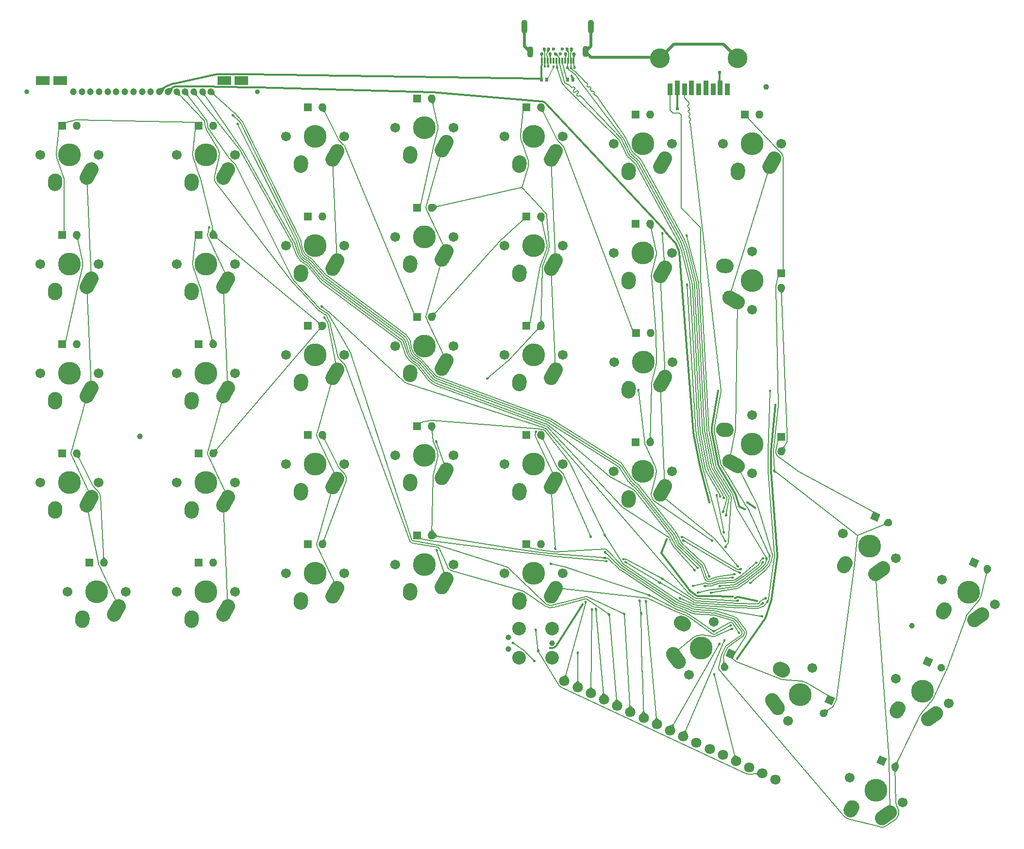
<source format=gtl>
G04 #@! TF.GenerationSoftware,KiCad,Pcbnew,5.1.6-c6e7f7d~87~ubuntu20.04.1*
G04 #@! TF.CreationDate,2020-08-07T18:47:16+02:00*
G04 #@! TF.ProjectId,ICEDLeft,49434544-4c65-4667-942e-6b696361645f,1.2b*
G04 #@! TF.SameCoordinates,Original*
G04 #@! TF.FileFunction,Copper,L1,Top*
G04 #@! TF.FilePolarity,Positive*
%FSLAX46Y46*%
G04 Gerber Fmt 4.6, Leading zero omitted, Abs format (unit mm)*
G04 Created by KiCad (PCBNEW 5.1.6-c6e7f7d~87~ubuntu20.04.1) date 2020-08-07 18:47:16*
%MOMM*%
%LPD*%
G01*
G04 APERTURE LIST*
G04 #@! TA.AperFunction,ComponentPad*
%ADD10C,3.438000*%
G04 #@! TD*
G04 #@! TA.AperFunction,SMDPad,CuDef*
%ADD11R,0.900000X2.150000*%
G04 #@! TD*
G04 #@! TA.AperFunction,SMDPad,CuDef*
%ADD12R,0.900000X2.600000*%
G04 #@! TD*
G04 #@! TA.AperFunction,SMDPad,CuDef*
%ADD13R,0.600000X0.650000*%
G04 #@! TD*
G04 #@! TA.AperFunction,WasherPad*
%ADD14C,0.990610*%
G04 #@! TD*
G04 #@! TA.AperFunction,WasherPad*
%ADD15C,2.374910*%
G04 #@! TD*
G04 #@! TA.AperFunction,ComponentPad*
%ADD16C,1.800000*%
G04 #@! TD*
G04 #@! TA.AperFunction,SMDPad,CuDef*
%ADD17C,1.000000*%
G04 #@! TD*
G04 #@! TA.AperFunction,ComponentPad*
%ADD18R,2.400000X1.500000*%
G04 #@! TD*
G04 #@! TA.AperFunction,ComponentPad*
%ADD19C,1.200000*%
G04 #@! TD*
G04 #@! TA.AperFunction,WasherPad*
%ADD20C,0.850010*%
G04 #@! TD*
G04 #@! TA.AperFunction,ComponentPad*
%ADD21O,1.400000X1.400000*%
G04 #@! TD*
G04 #@! TA.AperFunction,ComponentPad*
%ADD22R,1.400000X1.400000*%
G04 #@! TD*
G04 #@! TA.AperFunction,ComponentPad*
%ADD23C,0.100000*%
G04 #@! TD*
G04 #@! TA.AperFunction,WasherPad*
%ADD24C,3.987810*%
G04 #@! TD*
G04 #@! TA.AperFunction,WasherPad*
%ADD25C,1.701810*%
G04 #@! TD*
G04 #@! TA.AperFunction,SMDPad,CuDef*
%ADD26R,0.300000X1.100000*%
G04 #@! TD*
G04 #@! TA.AperFunction,ComponentPad*
%ADD27C,0.600000*%
G04 #@! TD*
G04 #@! TA.AperFunction,ComponentPad*
%ADD28O,1.100000X1.950000*%
G04 #@! TD*
G04 #@! TA.AperFunction,ComponentPad*
%ADD29O,1.100000X2.400000*%
G04 #@! TD*
G04 #@! TA.AperFunction,ViaPad*
%ADD30C,0.406400*%
G04 #@! TD*
G04 #@! TA.AperFunction,ViaPad*
%ADD31C,0.609600*%
G04 #@! TD*
G04 #@! TA.AperFunction,Conductor*
%ADD32C,0.152400*%
G04 #@! TD*
G04 #@! TA.AperFunction,Conductor*
%ADD33C,0.304800*%
G04 #@! TD*
G04 #@! TA.AperFunction,Conductor*
%ADD34C,0.508000*%
G04 #@! TD*
G04 #@! TA.AperFunction,Conductor*
%ADD35C,0.101600*%
G04 #@! TD*
G04 APERTURE END LIST*
D10*
G04 #@! TO.P,J1,MH2*
G04 #@! TO.N,/GND*
X128770000Y-32739000D03*
G04 #@! TO.P,J1,MH1*
X142370000Y-32739000D03*
D11*
G04 #@! TO.P,J1,9*
G04 #@! TO.N,Net-(J1-Pad9)*
X140570000Y-38184000D03*
G04 #@! TO.P,J1,8*
G04 #@! TO.N,Net-(J1-Pad8)*
X138070000Y-38184000D03*
G04 #@! TO.P,J1,7*
G04 #@! TO.N,Net-(J1-Pad7)*
X135570000Y-38184000D03*
G04 #@! TO.P,J1,6*
G04 #@! TO.N,/mcu/RX0*
X133070000Y-38184000D03*
G04 #@! TO.P,J1,5*
G04 #@! TO.N,/mcu/TX0*
X130570000Y-38184000D03*
D12*
G04 #@! TO.P,J1,4*
G04 #@! TO.N,VSS*
X131820000Y-37959000D03*
G04 #@! TO.P,J1,3*
G04 #@! TO.N,Net-(J1-Pad3)*
X134320000Y-37959000D03*
G04 #@! TO.P,J1,2*
G04 #@! TO.N,Net-(J1-Pad2)*
X136820000Y-37959000D03*
G04 #@! TO.P,J1,1*
G04 #@! TO.N,+5V*
X139320000Y-37959000D03*
G04 #@! TD*
D13*
G04 #@! TO.P,R14,1*
G04 #@! TO.N,Net-(P2-Pad17)*
X109085000Y-36449000D03*
G04 #@! TO.P,R14,2*
G04 #@! TO.N,VSS*
X108085000Y-36449000D03*
G04 #@! TD*
D14*
G04 #@! TO.P,P1,*
G04 #@! TO.N,*
X109982000Y-134747000D03*
X102362000Y-133731000D03*
X102362000Y-135763000D03*
D15*
X109982000Y-132207000D03*
X104267000Y-132207000D03*
X109982000Y-137287000D03*
X104267000Y-137287000D03*
G04 #@! TD*
D16*
G04 #@! TO.P,P3,1*
G04 #@! TO.N,VDD*
X148972174Y-158574603D03*
G04 #@! TO.P,P3,2*
G04 #@! TO.N,/mcu/SWD_DIO*
X146670152Y-157501153D03*
G04 #@! TO.P,P3,3*
G04 #@! TO.N,VSS*
X144368131Y-156427702D03*
G04 #@! TO.P,P3,4*
G04 #@! TO.N,/mcu/SWD_CLK*
X142066109Y-155354252D03*
G04 #@! TO.P,P3,5*
G04 #@! TO.N,+5V*
X139764087Y-154280802D03*
G04 #@! TO.P,P3,6*
G04 #@! TO.N,/mcu/RX0*
X137462065Y-153207351D03*
G04 #@! TO.P,P3,7*
G04 #@! TO.N,/mcu/TX0*
X135160044Y-152133901D03*
G04 #@! TO.P,P3,8*
G04 #@! TO.N,/mcu/RX1*
X132858022Y-151060450D03*
G04 #@! TO.P,P3,9*
G04 #@! TO.N,/mcu/TX1*
X130556000Y-149987000D03*
G04 #@! TO.P,P3,10*
G04 #@! TO.N,/mcu/RX2*
X128253978Y-148913550D03*
G04 #@! TO.P,P3,11*
G04 #@! TO.N,/mcu/TX2*
X125951956Y-147840099D03*
G04 #@! TO.P,P3,12*
G04 #@! TO.N,/mcu/SCLK*
X123649935Y-146766649D03*
G04 #@! TO.P,P3,13*
G04 #@! TO.N,/mcu/MOSI*
X121347913Y-145693198D03*
G04 #@! TO.P,P3,14*
G04 #@! TO.N,/mcu/SDA0*
X119045891Y-144619748D03*
G04 #@! TO.P,P3,15*
G04 #@! TO.N,/mcu/SCL0*
X116743869Y-143546298D03*
G04 #@! TO.P,P3,16*
G04 #@! TO.N,/mcu/MCU_RESET*
X114441848Y-142472847D03*
G04 #@! TO.P,P3,17*
G04 #@! TO.N,/mcu/AUD*
X112139826Y-141399397D03*
G04 #@! TD*
D17*
G04 #@! TO.P,FID4,*
G04 #@! TO.N,*
X38100000Y-98679000D03*
G04 #@! TD*
G04 #@! TO.P,FID6,*
G04 #@! TO.N,*
X172720000Y-131699000D03*
G04 #@! TD*
G04 #@! TO.P,FID2,*
G04 #@! TO.N,*
X147320000Y-37719000D03*
G04 #@! TD*
D18*
G04 #@! TO.P,LCD1,1*
G04 #@! TO.N,VDD*
X21197000Y-36665000D03*
G04 #@! TO.P,LCD1,2*
G04 #@! TO.N,Net-(LCD1-Pad2)*
X24197000Y-36665000D03*
D19*
G04 #@! TO.P,LCD1,3*
G04 #@! TO.N,Net-(C17-Pad2)*
X26497000Y-38615000D03*
G04 #@! TO.P,LCD1,4*
G04 #@! TO.N,Net-(C16-Pad2)*
X27997000Y-38615000D03*
G04 #@! TO.P,LCD1,5*
G04 #@! TO.N,Net-(C15-Pad2)*
X29497000Y-38615000D03*
G04 #@! TO.P,LCD1,6*
G04 #@! TO.N,Net-(C14-Pad2)*
X30997000Y-38615000D03*
G04 #@! TO.P,LCD1,7*
G04 #@! TO.N,Net-(C13-Pad2)*
X32497000Y-38615000D03*
G04 #@! TO.P,LCD1,8*
G04 #@! TO.N,Net-(C12-Pad2)*
X33997000Y-38615000D03*
G04 #@! TO.P,LCD1,9*
G04 #@! TO.N,Net-(C12-Pad1)*
X35497000Y-38615000D03*
G04 #@! TO.P,LCD1,10*
G04 #@! TO.N,Net-(C11-Pad2)*
X36997000Y-38615000D03*
G04 #@! TO.P,LCD1,11*
G04 #@! TO.N,Net-(C11-Pad1)*
X38497000Y-38615000D03*
G04 #@! TO.P,LCD1,12*
G04 #@! TO.N,Net-(C10-Pad1)*
X39997000Y-38615000D03*
G04 #@! TO.P,LCD1,13*
G04 #@! TO.N,VSS*
X41497000Y-38615000D03*
G04 #@! TO.P,LCD1,14*
G04 #@! TO.N,VDD*
X42997000Y-38615000D03*
G04 #@! TO.P,LCD1,15*
G04 #@! TO.N,/mcu/MOSI*
X44497000Y-38615000D03*
G04 #@! TO.P,LCD1,16*
G04 #@! TO.N,/mcu/SCLK*
X45997000Y-38615000D03*
G04 #@! TO.P,LCD1,17*
G04 #@! TO.N,/mcu/A0*
X47497000Y-38615000D03*
G04 #@! TO.P,LCD1,18*
G04 #@! TO.N,/mcu/RST*
X48997000Y-38615000D03*
G04 #@! TO.P,LCD1,19*
G04 #@! TO.N,/mcu/SS1*
X50497000Y-38615000D03*
D18*
G04 #@! TO.P,LCD1,20*
G04 #@! TO.N,Net-(LCD1-Pad20)*
X52797000Y-36665000D03*
G04 #@! TO.P,LCD1,21*
G04 #@! TO.N,Net-(LCD1-Pad21)*
X55797000Y-36665000D03*
D20*
G04 #@! TO.P,LCD1,*
G04 #@! TO.N,*
X58597000Y-38615000D03*
X18397000Y-38615000D03*
G04 #@! TD*
D21*
G04 #@! TO.P,D51,2*
G04 #@! TO.N,/ledmatrix/CA3*
X50927500Y-63573700D03*
D22*
G04 #@! TO.P,D51,1*
G04 #@! TO.N,/ledmatrix/CA4*
X48387500Y-63573700D03*
G04 #@! TD*
G04 #@! TO.P,D69,2*
G04 #@! TO.N,/ledmatrix/CA1*
G04 #@! TA.AperFunction,ComponentPad*
G36*
G01*
X169159596Y-156038892D02*
X169159596Y-156038892D01*
G75*
G02*
X170089844Y-155700310I634415J-295833D01*
G01*
X170089844Y-155700310D01*
G75*
G02*
X170428426Y-156630558I-295833J-634415D01*
G01*
X170428426Y-156630558D01*
G75*
G02*
X169498178Y-156969140I-634415J295833D01*
G01*
X169498178Y-156969140D01*
G75*
G02*
X169159596Y-156038892I295833J634415D01*
G01*
G37*
G04 #@! TD.AperFunction*
G04 #@! TA.AperFunction,ComponentPad*
D23*
G04 #@! TO.P,D69,1*
G04 #@! TO.N,/ledmatrix/CA8*
G36*
X166561741Y-155599858D02*
G01*
X167153406Y-154331027D01*
X168422237Y-154922692D01*
X167830572Y-156191523D01*
X166561741Y-155599858D01*
G37*
G04 #@! TD.AperFunction*
G04 #@! TD*
D21*
G04 #@! TO.P,D66,2*
G04 #@! TO.N,/ledmatrix/CA3*
X50927500Y-101674000D03*
D22*
G04 #@! TO.P,D66,1*
G04 #@! TO.N,/ledmatrix/CA7*
X48387500Y-101674000D03*
G04 #@! TD*
D21*
G04 #@! TO.P,D50,2*
G04 #@! TO.N,/ledmatrix/CA2*
X69977000Y-60398700D03*
D22*
G04 #@! TO.P,D50,1*
G04 #@! TO.N,/ledmatrix/CA4*
X67437000Y-60398700D03*
G04 #@! TD*
D21*
G04 #@! TO.P,D65,2*
G04 #@! TO.N,/ledmatrix/CA2*
X69977000Y-98499000D03*
D22*
G04 #@! TO.P,D65,1*
G04 #@! TO.N,/ledmatrix/CA7*
X67437000Y-98499000D03*
G04 #@! TD*
D21*
G04 #@! TO.P,D49,2*
G04 #@! TO.N,/ledmatrix/CA1*
X89027000Y-58801000D03*
D22*
G04 #@! TO.P,D49,1*
G04 #@! TO.N,/ledmatrix/CA4*
X86487000Y-58801000D03*
G04 #@! TD*
D21*
G04 #@! TO.P,D64,2*
G04 #@! TO.N,/ledmatrix/CA1*
X89027000Y-96901000D03*
D22*
G04 #@! TO.P,D64,1*
G04 #@! TO.N,/ledmatrix/CA7*
X86487000Y-96901000D03*
G04 #@! TD*
D21*
G04 #@! TO.P,D48,2*
G04 #@! TO.N,/ledmatrix/CA5*
X108077000Y-60398700D03*
D22*
G04 #@! TO.P,D48,1*
G04 #@! TO.N,/ledmatrix/CA2*
X105537000Y-60398700D03*
G04 #@! TD*
D21*
G04 #@! TO.P,D67,2*
G04 #@! TO.N,/ledmatrix/CA4*
X27115000Y-101674000D03*
D22*
G04 #@! TO.P,D67,1*
G04 #@! TO.N,/ledmatrix/CA7*
X24575000Y-101674000D03*
G04 #@! TD*
D21*
G04 #@! TO.P,D52,2*
G04 #@! TO.N,/ledmatrix/CA4*
X27115000Y-63573700D03*
D22*
G04 #@! TO.P,D52,1*
G04 #@! TO.N,/ledmatrix/CA3*
X24575000Y-63573700D03*
G04 #@! TD*
G04 #@! TO.P,D68,2*
G04 #@! TO.N,/ledmatrix/CA5*
G04 #@! TA.AperFunction,ComponentPad*
G36*
G01*
X177211596Y-138771892D02*
X177211596Y-138771892D01*
G75*
G02*
X178141844Y-138433310I634415J-295833D01*
G01*
X178141844Y-138433310D01*
G75*
G02*
X178480426Y-139363558I-295833J-634415D01*
G01*
X178480426Y-139363558D01*
G75*
G02*
X177550178Y-139702140I-634415J295833D01*
G01*
X177550178Y-139702140D01*
G75*
G02*
X177211596Y-138771892I295833J634415D01*
G01*
G37*
G04 #@! TD.AperFunction*
G04 #@! TA.AperFunction,ComponentPad*
D23*
G04 #@! TO.P,D68,1*
G04 #@! TO.N,/ledmatrix/CA7*
G36*
X174613741Y-138332858D02*
G01*
X175205406Y-137064027D01*
X176474237Y-137655692D01*
X175882572Y-138924523D01*
X174613741Y-138332858D01*
G37*
G04 #@! TD.AperFunction*
G04 #@! TD*
D21*
G04 #@! TO.P,D53,2*
G04 #@! TO.N,/ledmatrix/CA5*
X127138000Y-80708100D03*
D22*
G04 #@! TO.P,D53,1*
G04 #@! TO.N,/ledmatrix/CA3*
X124598000Y-80708100D03*
G04 #@! TD*
D21*
G04 #@! TO.P,D63,2*
G04 #@! TO.N,/ledmatrix/CA5*
X108077000Y-98499000D03*
D22*
G04 #@! TO.P,D63,1*
G04 #@! TO.N,/ledmatrix/CA6*
X105537000Y-98499000D03*
G04 #@! TD*
D21*
G04 #@! TO.P,D54,2*
G04 #@! TO.N,/ledmatrix/CA1*
X108077000Y-79449000D03*
D22*
G04 #@! TO.P,D54,1*
G04 #@! TO.N,/ledmatrix/CA5*
X105537000Y-79449000D03*
G04 #@! TD*
G04 #@! TO.P,D70,2*
G04 #@! TO.N,/ledmatrix/CA2*
G04 #@! TA.AperFunction,ComponentPad*
G36*
G01*
X157620108Y-146380596D02*
X157620108Y-146380596D01*
G75*
G02*
X157958690Y-147310844I-295833J-634415D01*
G01*
X157958690Y-147310844D01*
G75*
G02*
X157028442Y-147649426I-634415J295833D01*
G01*
X157028442Y-147649426D01*
G75*
G02*
X156689860Y-146719178I295833J634415D01*
G01*
X156689860Y-146719178D01*
G75*
G02*
X157620108Y-146380596I634415J-295833D01*
G01*
G37*
G04 #@! TD.AperFunction*
G04 #@! TA.AperFunction,ComponentPad*
D23*
G04 #@! TO.P,D70,1*
G04 #@! TO.N,/ledmatrix/CA8*
G36*
X158059142Y-143782741D02*
G01*
X159327973Y-144374406D01*
X158736308Y-145643237D01*
X157467477Y-145051572D01*
X158059142Y-143782741D01*
G37*
G04 #@! TD.AperFunction*
G04 #@! TD*
D21*
G04 #@! TO.P,D43,2*
G04 #@! TO.N,/ledmatrix/CA5*
X69977000Y-41348700D03*
D22*
G04 #@! TO.P,D43,1*
G04 #@! TO.N,/ledmatrix/CA1*
X67437000Y-41348700D03*
G04 #@! TD*
D21*
G04 #@! TO.P,D55,2*
G04 #@! TO.N,/ledmatrix/CA2*
X89027000Y-77851000D03*
D22*
G04 #@! TO.P,D55,1*
G04 #@! TO.N,/ledmatrix/CA5*
X86487000Y-77851000D03*
G04 #@! TD*
G04 #@! TO.P,D71,2*
G04 #@! TO.N,/ledmatrix/CA3*
G04 #@! TA.AperFunction,ComponentPad*
G36*
G01*
X140356108Y-138329596D02*
X140356108Y-138329596D01*
G75*
G02*
X140694690Y-139259844I-295833J-634415D01*
G01*
X140694690Y-139259844D01*
G75*
G02*
X139764442Y-139598426I-634415J295833D01*
G01*
X139764442Y-139598426D01*
G75*
G02*
X139425860Y-138668178I295833J634415D01*
G01*
X139425860Y-138668178D01*
G75*
G02*
X140356108Y-138329596I634415J-295833D01*
G01*
G37*
G04 #@! TD.AperFunction*
G04 #@! TA.AperFunction,ComponentPad*
D23*
G04 #@! TO.P,D71,1*
G04 #@! TO.N,/ledmatrix/CA8*
G36*
X140795142Y-135731741D02*
G01*
X142063973Y-136323406D01*
X141472308Y-137592237D01*
X140203477Y-137000572D01*
X140795142Y-135731741D01*
G37*
G04 #@! TD.AperFunction*
G04 #@! TD*
D21*
G04 #@! TO.P,D40,2*
G04 #@! TO.N,/ledmatrix/CA2*
X127127000Y-42621200D03*
D22*
G04 #@! TO.P,D40,1*
G04 #@! TO.N,/ledmatrix/CA1*
X124587000Y-42621200D03*
G04 #@! TD*
D21*
G04 #@! TO.P,D56,2*
G04 #@! TO.N,/ledmatrix/CA3*
X69977000Y-79449000D03*
D22*
G04 #@! TO.P,D56,1*
G04 #@! TO.N,/ledmatrix/CA5*
X67437000Y-79449000D03*
G04 #@! TD*
D21*
G04 #@! TO.P,D72,2*
G04 #@! TO.N,/ledmatrix/CA4*
X108077000Y-117549000D03*
D22*
G04 #@! TO.P,D72,1*
G04 #@! TO.N,/ledmatrix/CA8*
X105537000Y-117549000D03*
G04 #@! TD*
D21*
G04 #@! TO.P,D41,2*
G04 #@! TO.N,/ledmatrix/CA3*
X108077000Y-41348700D03*
D22*
G04 #@! TO.P,D41,1*
G04 #@! TO.N,/ledmatrix/CA1*
X105537000Y-41348700D03*
G04 #@! TD*
D21*
G04 #@! TO.P,D57,2*
G04 #@! TO.N,/ledmatrix/CA4*
X50927500Y-82624000D03*
D22*
G04 #@! TO.P,D57,1*
G04 #@! TO.N,/ledmatrix/CA5*
X48387500Y-82624000D03*
G04 #@! TD*
D21*
G04 #@! TO.P,D73,2*
G04 #@! TO.N,/ledmatrix/CA1*
X89027000Y-115951000D03*
D22*
G04 #@! TO.P,D73,1*
G04 #@! TO.N,/ledmatrix/CA9*
X86487000Y-115951000D03*
G04 #@! TD*
D21*
G04 #@! TO.P,D42,2*
G04 #@! TO.N,/ledmatrix/CA4*
X89027000Y-39751000D03*
D22*
G04 #@! TO.P,D42,1*
G04 #@! TO.N,/ledmatrix/CA1*
X86487000Y-39751000D03*
G04 #@! TD*
D21*
G04 #@! TO.P,D58,2*
G04 #@! TO.N,/ledmatrix/CA5*
X27115000Y-82624000D03*
D22*
G04 #@! TO.P,D58,1*
G04 #@! TO.N,/ledmatrix/CA4*
X24575000Y-82624000D03*
G04 #@! TD*
D21*
G04 #@! TO.P,D74,2*
G04 #@! TO.N,/ledmatrix/CA2*
X69977000Y-117549000D03*
D22*
G04 #@! TO.P,D74,1*
G04 #@! TO.N,/ledmatrix/CA9*
X67437000Y-117549000D03*
G04 #@! TD*
D21*
G04 #@! TO.P,D39,2*
G04 #@! TO.N,/ledmatrix/CA1*
X146177000Y-42621200D03*
D22*
G04 #@! TO.P,D39,1*
G04 #@! TO.N,/ledmatrix/CA2*
X143637000Y-42621200D03*
G04 #@! TD*
G04 #@! TO.P,D59,2*
G04 #@! TO.N,/ledmatrix/CA1*
G04 #@! TA.AperFunction,ComponentPad*
G36*
G01*
X185263596Y-121505892D02*
X185263596Y-121505892D01*
G75*
G02*
X186193844Y-121167310I634415J-295833D01*
G01*
X186193844Y-121167310D01*
G75*
G02*
X186532426Y-122097558I-295833J-634415D01*
G01*
X186532426Y-122097558D01*
G75*
G02*
X185602178Y-122436140I-634415J295833D01*
G01*
X185602178Y-122436140D01*
G75*
G02*
X185263596Y-121505892I295833J634415D01*
G01*
G37*
G04 #@! TD.AperFunction*
G04 #@! TA.AperFunction,ComponentPad*
D23*
G04 #@! TO.P,D59,1*
G04 #@! TO.N,/ledmatrix/CA6*
G36*
X182665741Y-121066858D02*
G01*
X183257406Y-119798027D01*
X184526237Y-120389692D01*
X183934572Y-121658523D01*
X182665741Y-121066858D01*
G37*
G04 #@! TD.AperFunction*
G04 #@! TD*
D21*
G04 #@! TO.P,D75,2*
G04 #@! TO.N,/ledmatrix/CA3*
X50927000Y-120724000D03*
D22*
G04 #@! TO.P,D75,1*
G04 #@! TO.N,/ledmatrix/CA9*
X48387000Y-120724000D03*
G04 #@! TD*
D21*
G04 #@! TO.P,D44,2*
G04 #@! TO.N,/ledmatrix/CA1*
X50927500Y-44526200D03*
D22*
G04 #@! TO.P,D44,1*
G04 #@! TO.N,/ledmatrix/CA3*
X48387500Y-44526200D03*
G04 #@! TD*
G04 #@! TO.P,D60,2*
G04 #@! TO.N,/ledmatrix/CA2*
G04 #@! TA.AperFunction,ComponentPad*
G36*
G01*
X167999596Y-113455892D02*
X167999596Y-113455892D01*
G75*
G02*
X168929844Y-113117310I634415J-295833D01*
G01*
X168929844Y-113117310D01*
G75*
G02*
X169268426Y-114047558I-295833J-634415D01*
G01*
X169268426Y-114047558D01*
G75*
G02*
X168338178Y-114386140I-634415J295833D01*
G01*
X168338178Y-114386140D01*
G75*
G02*
X167999596Y-113455892I295833J634415D01*
G01*
G37*
G04 #@! TD.AperFunction*
G04 #@! TA.AperFunction,ComponentPad*
D23*
G04 #@! TO.P,D60,1*
G04 #@! TO.N,/ledmatrix/CA6*
G36*
X165401741Y-113016858D02*
G01*
X165993406Y-111748027D01*
X167262237Y-112339692D01*
X166670572Y-113608523D01*
X165401741Y-113016858D01*
G37*
G04 #@! TD.AperFunction*
G04 #@! TD*
D21*
G04 #@! TO.P,D76,2*
G04 #@! TO.N,/ledmatrix/CA4*
X31877000Y-120724000D03*
D22*
G04 #@! TO.P,D76,1*
G04 #@! TO.N,/ledmatrix/CA9*
X29337000Y-120724000D03*
G04 #@! TD*
D21*
G04 #@! TO.P,D45,2*
G04 #@! TO.N,/ledmatrix/CA2*
X27115000Y-44526200D03*
D22*
G04 #@! TO.P,D45,1*
G04 #@! TO.N,/ledmatrix/CA3*
X24575000Y-44526200D03*
G04 #@! TD*
D21*
G04 #@! TO.P,D61,2*
G04 #@! TO.N,/ledmatrix/CA3*
X149987000Y-101356000D03*
D22*
G04 #@! TO.P,D61,1*
G04 #@! TO.N,/ledmatrix/CA6*
X149987000Y-98816000D03*
G04 #@! TD*
D21*
G04 #@! TO.P,D46,2*
G04 #@! TO.N,/ledmatrix/CA3*
X149987000Y-72781200D03*
D22*
G04 #@! TO.P,D46,1*
G04 #@! TO.N,/ledmatrix/CA2*
X149987000Y-70241200D03*
G04 #@! TD*
D21*
G04 #@! TO.P,D62,2*
G04 #@! TO.N,/ledmatrix/CA4*
X127127000Y-99769000D03*
D22*
G04 #@! TO.P,D62,1*
G04 #@! TO.N,/ledmatrix/CA6*
X124587000Y-99769000D03*
G04 #@! TD*
D21*
G04 #@! TO.P,D47,2*
G04 #@! TO.N,/ledmatrix/CA4*
X127127000Y-61668700D03*
D22*
G04 #@! TO.P,D47,1*
G04 #@! TO.N,/ledmatrix/CA2*
X124587000Y-61668700D03*
G04 #@! TD*
D24*
G04 #@! TO.P,S22,*
G04 #@! TO.N,*
X165334000Y-117820000D03*
D25*
X169938044Y-119966901D03*
X160729956Y-115673099D03*
G04 #@! TO.P,S22,1*
G04 #@! TO.N,/Col2*
G04 #@! TA.AperFunction,ComponentPad*
G36*
G01*
X168447822Y-122744343D02*
X167095908Y-123724765D01*
G75*
G02*
X165350147Y-123446702I-733849J1011912D01*
G01*
X165350147Y-123446702D01*
G75*
G02*
X165628210Y-121700941I1011912J733849D01*
G01*
X166980124Y-120720519D01*
G75*
G02*
X168725885Y-120998582I733849J-1011912D01*
G01*
X168725885Y-120998582D01*
G75*
G02*
X168447822Y-122744343I-1011912J-733849D01*
G01*
G37*
G04 #@! TD.AperFunction*
G04 #@! TO.P,S22,2*
G04 #@! TO.N,Net-(D22-Pad1)*
G04 #@! TA.AperFunction,ComponentPad*
G36*
G01*
X162260246Y-121446434D02*
X161979942Y-121954204D01*
G75*
G02*
X160281508Y-122444432I-1094331J604103D01*
G01*
X160281508Y-122444432D01*
G75*
G02*
X159791280Y-120745998I604103J1094331D01*
G01*
X160071584Y-120238228D01*
G75*
G02*
X161770018Y-119748000I1094331J-604103D01*
G01*
X161770018Y-119748000D01*
G75*
G02*
X162260246Y-121446434I-604103J-1094331D01*
G01*
G37*
G04 #@! TD.AperFunction*
G04 #@! TD*
D24*
G04 #@! TO.P,S2,*
G04 #@! TO.N,*
X125857000Y-47701200D03*
D25*
X130937000Y-47701200D03*
X120777000Y-47701200D03*
G04 #@! TO.P,S2,1*
G04 #@! TO.N,/Col4*
G04 #@! TA.AperFunction,ComponentPad*
G36*
G01*
X130760199Y-50848212D02*
X129949292Y-52308120D01*
G75*
G02*
X128249581Y-52793899I-1092745J606966D01*
G01*
X128249581Y-52793899D01*
G75*
G02*
X127763802Y-51094188I606966J1092745D01*
G01*
X128574708Y-49634280D01*
G75*
G02*
X130274419Y-49148501I1092745J-606966D01*
G01*
X130274419Y-49148501D01*
G75*
G02*
X130760198Y-50848212I-606966J-1092745D01*
G01*
G37*
G04 #@! TD.AperFunction*
G04 #@! TO.P,S2,2*
G04 #@! TO.N,Net-(D2-Pad1)*
G04 #@! TA.AperFunction,ComponentPad*
G36*
G01*
X124603830Y-52286891D02*
X124564381Y-52865547D01*
G75*
G02*
X123232257Y-54027633I-1247105J85019D01*
G01*
X123232257Y-54027633D01*
G75*
G02*
X122070171Y-52695509I85019J1247105D01*
G01*
X122109619Y-52116853D01*
G75*
G02*
X123441743Y-50954767I1247105J-85019D01*
G01*
X123441743Y-50954767D01*
G75*
G02*
X124603829Y-52286891I-85019J-1247105D01*
G01*
G37*
G04 #@! TD.AperFunction*
G04 #@! TD*
D24*
G04 #@! TO.P,S12,*
G04 #@! TO.N,*
X68707000Y-65478700D03*
D25*
X73787000Y-65478700D03*
X63627000Y-65478700D03*
G04 #@! TO.P,S12,1*
G04 #@! TO.N,/Col7*
G04 #@! TA.AperFunction,ComponentPad*
G36*
G01*
X73610199Y-68625712D02*
X72799292Y-70085620D01*
G75*
G02*
X71099581Y-70571399I-1092745J606966D01*
G01*
X71099581Y-70571399D01*
G75*
G02*
X70613802Y-68871688I606966J1092745D01*
G01*
X71424708Y-67411780D01*
G75*
G02*
X73124419Y-66926001I1092745J-606966D01*
G01*
X73124419Y-66926001D01*
G75*
G02*
X73610198Y-68625712I-606966J-1092745D01*
G01*
G37*
G04 #@! TD.AperFunction*
G04 #@! TO.P,S12,2*
G04 #@! TO.N,Net-(D12-Pad1)*
G04 #@! TA.AperFunction,ComponentPad*
G36*
G01*
X67453830Y-70064391D02*
X67414381Y-70643047D01*
G75*
G02*
X66082257Y-71805133I-1247105J85019D01*
G01*
X66082257Y-71805133D01*
G75*
G02*
X64920171Y-70473009I85019J1247105D01*
G01*
X64959619Y-69894353D01*
G75*
G02*
X66291743Y-68732267I1247105J-85019D01*
G01*
X66291743Y-68732267D01*
G75*
G02*
X67453829Y-70064391I-85019J-1247105D01*
G01*
G37*
G04 #@! TD.AperFunction*
G04 #@! TD*
D24*
G04 #@! TO.P,S32,*
G04 #@! TO.N,*
X153258000Y-143718000D03*
D25*
X151111099Y-148322044D03*
X155404901Y-139113956D03*
G04 #@! TO.P,S32,1*
G04 #@! TO.N,/Col3*
G04 #@! TA.AperFunction,ComponentPad*
G36*
G01*
X148333657Y-146831822D02*
X147353235Y-145479908D01*
G75*
G02*
X147631298Y-143734147I1011912J733849D01*
G01*
X147631298Y-143734147D01*
G75*
G02*
X149377059Y-144012210I733849J-1011912D01*
G01*
X150357481Y-145364124D01*
G75*
G02*
X150079418Y-147109885I-1011912J-733849D01*
G01*
X150079418Y-147109885D01*
G75*
G02*
X148333657Y-146831822I-733849J1011912D01*
G01*
G37*
G04 #@! TD.AperFunction*
G04 #@! TO.P,S32,2*
G04 #@! TO.N,Net-(D32-Pad1)*
G04 #@! TA.AperFunction,ComponentPad*
G36*
G01*
X149631566Y-140644246D02*
X149123796Y-140363942D01*
G75*
G02*
X148633568Y-138665508I604103J1094331D01*
G01*
X148633568Y-138665508D01*
G75*
G02*
X150332002Y-138175280I1094331J-604103D01*
G01*
X150839772Y-138455584D01*
G75*
G02*
X151330000Y-140154018I-604103J-1094331D01*
G01*
X151330000Y-140154018D01*
G75*
G02*
X149631566Y-140644246I-1094331J604103D01*
G01*
G37*
G04 #@! TD.AperFunction*
G04 #@! TD*
D24*
G04 #@! TO.P,S34,*
G04 #@! TO.N,*
X106807000Y-122629000D03*
D25*
X111887000Y-122629000D03*
X101727000Y-122629000D03*
G04 #@! TO.P,S34,1*
G04 #@! TO.N,/Col5*
G04 #@! TA.AperFunction,ComponentPad*
G36*
G01*
X111710199Y-125776012D02*
X110899292Y-127235920D01*
G75*
G02*
X109199581Y-127721699I-1092745J606966D01*
G01*
X109199581Y-127721699D01*
G75*
G02*
X108713802Y-126021988I606966J1092745D01*
G01*
X109524708Y-124562080D01*
G75*
G02*
X111224419Y-124076301I1092745J-606966D01*
G01*
X111224419Y-124076301D01*
G75*
G02*
X111710198Y-125776012I-606966J-1092745D01*
G01*
G37*
G04 #@! TD.AperFunction*
G04 #@! TO.P,S34,2*
G04 #@! TO.N,Net-(D34-Pad1)*
G04 #@! TA.AperFunction,ComponentPad*
G36*
G01*
X105553830Y-127214691D02*
X105514381Y-127793347D01*
G75*
G02*
X104182257Y-128955433I-1247105J85019D01*
G01*
X104182257Y-128955433D01*
G75*
G02*
X103020171Y-127623309I85019J1247105D01*
G01*
X103059619Y-127044653D01*
G75*
G02*
X104391743Y-125882567I1247105J-85019D01*
G01*
X104391743Y-125882567D01*
G75*
G02*
X105553829Y-127214691I-85019J-1247105D01*
G01*
G37*
G04 #@! TD.AperFunction*
G04 #@! TD*
D24*
G04 #@! TO.P,S35,*
G04 #@! TO.N,*
X87757000Y-121031000D03*
D25*
X92837000Y-121031000D03*
X82677000Y-121031000D03*
G04 #@! TO.P,S35,1*
G04 #@! TO.N,/Col6*
G04 #@! TA.AperFunction,ComponentPad*
G36*
G01*
X92660199Y-124178012D02*
X91849292Y-125637920D01*
G75*
G02*
X90149581Y-126123699I-1092745J606966D01*
G01*
X90149581Y-126123699D01*
G75*
G02*
X89663802Y-124423988I606966J1092745D01*
G01*
X90474708Y-122964080D01*
G75*
G02*
X92174419Y-122478301I1092745J-606966D01*
G01*
X92174419Y-122478301D01*
G75*
G02*
X92660198Y-124178012I-606966J-1092745D01*
G01*
G37*
G04 #@! TD.AperFunction*
G04 #@! TO.P,S35,2*
G04 #@! TO.N,Net-(D35-Pad1)*
G04 #@! TA.AperFunction,ComponentPad*
G36*
G01*
X86503830Y-125616691D02*
X86464381Y-126195347D01*
G75*
G02*
X85132257Y-127357433I-1247105J85019D01*
G01*
X85132257Y-127357433D01*
G75*
G02*
X83970171Y-126025309I85019J1247105D01*
G01*
X84009619Y-125446653D01*
G75*
G02*
X85341743Y-124284567I1247105J-85019D01*
G01*
X85341743Y-124284567D01*
G75*
G02*
X86503829Y-125616691I-85019J-1247105D01*
G01*
G37*
G04 #@! TD.AperFunction*
G04 #@! TD*
D24*
G04 #@! TO.P,S37,*
G04 #@! TO.N,*
X49657000Y-125804000D03*
D25*
X54737000Y-125804000D03*
X44577000Y-125804000D03*
G04 #@! TO.P,S37,1*
G04 #@! TO.N,/Col8*
G04 #@! TA.AperFunction,ComponentPad*
G36*
G01*
X54560199Y-128951012D02*
X53749292Y-130410920D01*
G75*
G02*
X52049581Y-130896699I-1092745J606966D01*
G01*
X52049581Y-130896699D01*
G75*
G02*
X51563802Y-129196988I606966J1092745D01*
G01*
X52374708Y-127737080D01*
G75*
G02*
X54074419Y-127251301I1092745J-606966D01*
G01*
X54074419Y-127251301D01*
G75*
G02*
X54560198Y-128951012I-606966J-1092745D01*
G01*
G37*
G04 #@! TD.AperFunction*
G04 #@! TO.P,S37,2*
G04 #@! TO.N,Net-(D37-Pad1)*
G04 #@! TA.AperFunction,ComponentPad*
G36*
G01*
X48403830Y-130389691D02*
X48364381Y-130968347D01*
G75*
G02*
X47032257Y-132130433I-1247105J85019D01*
G01*
X47032257Y-132130433D01*
G75*
G02*
X45870171Y-130798309I85019J1247105D01*
G01*
X45909619Y-130219653D01*
G75*
G02*
X47241743Y-129057567I1247105J-85019D01*
G01*
X47241743Y-129057567D01*
G75*
G02*
X48403829Y-130389691I-85019J-1247105D01*
G01*
G37*
G04 #@! TD.AperFunction*
G04 #@! TD*
D24*
G04 #@! TO.P,S24,*
G04 #@! TO.N,*
X125857000Y-104849000D03*
D25*
X130937000Y-104849000D03*
X120777000Y-104849000D03*
G04 #@! TO.P,S24,1*
G04 #@! TO.N,/Col4*
G04 #@! TA.AperFunction,ComponentPad*
G36*
G01*
X130760199Y-107996012D02*
X129949292Y-109455920D01*
G75*
G02*
X128249581Y-109941699I-1092745J606966D01*
G01*
X128249581Y-109941699D01*
G75*
G02*
X127763802Y-108241988I606966J1092745D01*
G01*
X128574708Y-106782080D01*
G75*
G02*
X130274419Y-106296301I1092745J-606966D01*
G01*
X130274419Y-106296301D01*
G75*
G02*
X130760198Y-107996012I-606966J-1092745D01*
G01*
G37*
G04 #@! TD.AperFunction*
G04 #@! TO.P,S24,2*
G04 #@! TO.N,Net-(D24-Pad1)*
G04 #@! TA.AperFunction,ComponentPad*
G36*
G01*
X124603830Y-109434691D02*
X124564381Y-110013347D01*
G75*
G02*
X123232257Y-111175433I-1247105J85019D01*
G01*
X123232257Y-111175433D01*
G75*
G02*
X122070171Y-109843309I85019J1247105D01*
G01*
X122109619Y-109264653D01*
G75*
G02*
X123441743Y-108102567I1247105J-85019D01*
G01*
X123441743Y-108102567D01*
G75*
G02*
X124603829Y-109434691I-85019J-1247105D01*
G01*
G37*
G04 #@! TD.AperFunction*
G04 #@! TD*
D24*
G04 #@! TO.P,S25,*
G04 #@! TO.N,*
X106807000Y-103579000D03*
D25*
X111887000Y-103579000D03*
X101727000Y-103579000D03*
G04 #@! TO.P,S25,1*
G04 #@! TO.N,/Col5*
G04 #@! TA.AperFunction,ComponentPad*
G36*
G01*
X111710199Y-106726012D02*
X110899292Y-108185920D01*
G75*
G02*
X109199581Y-108671699I-1092745J606966D01*
G01*
X109199581Y-108671699D01*
G75*
G02*
X108713802Y-106971988I606966J1092745D01*
G01*
X109524708Y-105512080D01*
G75*
G02*
X111224419Y-105026301I1092745J-606966D01*
G01*
X111224419Y-105026301D01*
G75*
G02*
X111710198Y-106726012I-606966J-1092745D01*
G01*
G37*
G04 #@! TD.AperFunction*
G04 #@! TO.P,S25,2*
G04 #@! TO.N,Net-(D25-Pad1)*
G04 #@! TA.AperFunction,ComponentPad*
G36*
G01*
X105553830Y-108164691D02*
X105514381Y-108743347D01*
G75*
G02*
X104182257Y-109905433I-1247105J85019D01*
G01*
X104182257Y-109905433D01*
G75*
G02*
X103020171Y-108573309I85019J1247105D01*
G01*
X103059619Y-107994653D01*
G75*
G02*
X104391743Y-106832567I1247105J-85019D01*
G01*
X104391743Y-106832567D01*
G75*
G02*
X105553829Y-108164691I-85019J-1247105D01*
G01*
G37*
G04 #@! TD.AperFunction*
G04 #@! TD*
D24*
G04 #@! TO.P,S26,*
G04 #@! TO.N,*
X87757000Y-101981000D03*
D25*
X92837000Y-101981000D03*
X82677000Y-101981000D03*
G04 #@! TO.P,S26,1*
G04 #@! TO.N,/Col6*
G04 #@! TA.AperFunction,ComponentPad*
G36*
G01*
X92660199Y-105128012D02*
X91849292Y-106587920D01*
G75*
G02*
X90149581Y-107073699I-1092745J606966D01*
G01*
X90149581Y-107073699D01*
G75*
G02*
X89663802Y-105373988I606966J1092745D01*
G01*
X90474708Y-103914080D01*
G75*
G02*
X92174419Y-103428301I1092745J-606966D01*
G01*
X92174419Y-103428301D01*
G75*
G02*
X92660198Y-105128012I-606966J-1092745D01*
G01*
G37*
G04 #@! TD.AperFunction*
G04 #@! TO.P,S26,2*
G04 #@! TO.N,Net-(D26-Pad1)*
G04 #@! TA.AperFunction,ComponentPad*
G36*
G01*
X86503830Y-106566691D02*
X86464381Y-107145347D01*
G75*
G02*
X85132257Y-108307433I-1247105J85019D01*
G01*
X85132257Y-108307433D01*
G75*
G02*
X83970171Y-106975309I85019J1247105D01*
G01*
X84009619Y-106396653D01*
G75*
G02*
X85341743Y-105234567I1247105J-85019D01*
G01*
X85341743Y-105234567D01*
G75*
G02*
X86503829Y-106566691I-85019J-1247105D01*
G01*
G37*
G04 #@! TD.AperFunction*
G04 #@! TD*
D24*
G04 #@! TO.P,S27,*
G04 #@! TO.N,*
X68707000Y-103579000D03*
D25*
X73787000Y-103579000D03*
X63627000Y-103579000D03*
G04 #@! TO.P,S27,1*
G04 #@! TO.N,/Col7*
G04 #@! TA.AperFunction,ComponentPad*
G36*
G01*
X73610199Y-106726012D02*
X72799292Y-108185920D01*
G75*
G02*
X71099581Y-108671699I-1092745J606966D01*
G01*
X71099581Y-108671699D01*
G75*
G02*
X70613802Y-106971988I606966J1092745D01*
G01*
X71424708Y-105512080D01*
G75*
G02*
X73124419Y-105026301I1092745J-606966D01*
G01*
X73124419Y-105026301D01*
G75*
G02*
X73610198Y-106726012I-606966J-1092745D01*
G01*
G37*
G04 #@! TD.AperFunction*
G04 #@! TO.P,S27,2*
G04 #@! TO.N,Net-(D27-Pad1)*
G04 #@! TA.AperFunction,ComponentPad*
G36*
G01*
X67453830Y-108164691D02*
X67414381Y-108743347D01*
G75*
G02*
X66082257Y-109905433I-1247105J85019D01*
G01*
X66082257Y-109905433D01*
G75*
G02*
X64920171Y-108573309I85019J1247105D01*
G01*
X64959619Y-107994653D01*
G75*
G02*
X66291743Y-106832567I1247105J-85019D01*
G01*
X66291743Y-106832567D01*
G75*
G02*
X67453829Y-108164691I-85019J-1247105D01*
G01*
G37*
G04 #@! TD.AperFunction*
G04 #@! TD*
D24*
G04 #@! TO.P,S28,*
G04 #@! TO.N,*
X49657000Y-106754000D03*
D25*
X54737000Y-106754000D03*
X44577000Y-106754000D03*
G04 #@! TO.P,S28,1*
G04 #@! TO.N,/Col8*
G04 #@! TA.AperFunction,ComponentPad*
G36*
G01*
X54560199Y-109901012D02*
X53749292Y-111360920D01*
G75*
G02*
X52049581Y-111846699I-1092745J606966D01*
G01*
X52049581Y-111846699D01*
G75*
G02*
X51563802Y-110146988I606966J1092745D01*
G01*
X52374708Y-108687080D01*
G75*
G02*
X54074419Y-108201301I1092745J-606966D01*
G01*
X54074419Y-108201301D01*
G75*
G02*
X54560198Y-109901012I-606966J-1092745D01*
G01*
G37*
G04 #@! TD.AperFunction*
G04 #@! TO.P,S28,2*
G04 #@! TO.N,Net-(D28-Pad1)*
G04 #@! TA.AperFunction,ComponentPad*
G36*
G01*
X48403830Y-111339691D02*
X48364381Y-111918347D01*
G75*
G02*
X47032257Y-113080433I-1247105J85019D01*
G01*
X47032257Y-113080433D01*
G75*
G02*
X45870171Y-111748309I85019J1247105D01*
G01*
X45909619Y-111169653D01*
G75*
G02*
X47241743Y-110007567I1247105J-85019D01*
G01*
X47241743Y-110007567D01*
G75*
G02*
X48403829Y-111339691I-85019J-1247105D01*
G01*
G37*
G04 #@! TD.AperFunction*
G04 #@! TD*
D24*
G04 #@! TO.P,S15,*
G04 #@! TO.N,*
X125868000Y-85788100D03*
D25*
X130948000Y-85788100D03*
X120788000Y-85788100D03*
G04 #@! TO.P,S15,1*
G04 #@! TO.N,/Col4*
G04 #@! TA.AperFunction,ComponentPad*
G36*
G01*
X130771199Y-88935112D02*
X129960292Y-90395020D01*
G75*
G02*
X128260581Y-90880799I-1092745J606966D01*
G01*
X128260581Y-90880799D01*
G75*
G02*
X127774802Y-89181088I606966J1092745D01*
G01*
X128585708Y-87721180D01*
G75*
G02*
X130285419Y-87235401I1092745J-606966D01*
G01*
X130285419Y-87235401D01*
G75*
G02*
X130771198Y-88935112I-606966J-1092745D01*
G01*
G37*
G04 #@! TD.AperFunction*
G04 #@! TO.P,S15,2*
G04 #@! TO.N,Net-(D15-Pad1)*
G04 #@! TA.AperFunction,ComponentPad*
G36*
G01*
X124614830Y-90373791D02*
X124575381Y-90952447D01*
G75*
G02*
X123243257Y-92114533I-1247105J85019D01*
G01*
X123243257Y-92114533D01*
G75*
G02*
X122081171Y-90782409I85019J1247105D01*
G01*
X122120619Y-90203753D01*
G75*
G02*
X123452743Y-89041667I1247105J-85019D01*
G01*
X123452743Y-89041667D01*
G75*
G02*
X124614829Y-90373791I-85019J-1247105D01*
G01*
G37*
G04 #@! TD.AperFunction*
G04 #@! TD*
D24*
G04 #@! TO.P,S16,*
G04 #@! TO.N,*
X106807000Y-84529000D03*
D25*
X111887000Y-84529000D03*
X101727000Y-84529000D03*
G04 #@! TO.P,S16,1*
G04 #@! TO.N,/Col5*
G04 #@! TA.AperFunction,ComponentPad*
G36*
G01*
X111710199Y-87676012D02*
X110899292Y-89135920D01*
G75*
G02*
X109199581Y-89621699I-1092745J606966D01*
G01*
X109199581Y-89621699D01*
G75*
G02*
X108713802Y-87921988I606966J1092745D01*
G01*
X109524708Y-86462080D01*
G75*
G02*
X111224419Y-85976301I1092745J-606966D01*
G01*
X111224419Y-85976301D01*
G75*
G02*
X111710198Y-87676012I-606966J-1092745D01*
G01*
G37*
G04 #@! TD.AperFunction*
G04 #@! TO.P,S16,2*
G04 #@! TO.N,Net-(D16-Pad1)*
G04 #@! TA.AperFunction,ComponentPad*
G36*
G01*
X105553830Y-89114691D02*
X105514381Y-89693347D01*
G75*
G02*
X104182257Y-90855433I-1247105J85019D01*
G01*
X104182257Y-90855433D01*
G75*
G02*
X103020171Y-89523309I85019J1247105D01*
G01*
X103059619Y-88944653D01*
G75*
G02*
X104391743Y-87782567I1247105J-85019D01*
G01*
X104391743Y-87782567D01*
G75*
G02*
X105553829Y-89114691I-85019J-1247105D01*
G01*
G37*
G04 #@! TD.AperFunction*
G04 #@! TD*
D24*
G04 #@! TO.P,S17,*
G04 #@! TO.N,*
X87757000Y-82931000D03*
D25*
X92837000Y-82931000D03*
X82677000Y-82931000D03*
G04 #@! TO.P,S17,1*
G04 #@! TO.N,/Col6*
G04 #@! TA.AperFunction,ComponentPad*
G36*
G01*
X92660199Y-86078012D02*
X91849292Y-87537920D01*
G75*
G02*
X90149581Y-88023699I-1092745J606966D01*
G01*
X90149581Y-88023699D01*
G75*
G02*
X89663802Y-86323988I606966J1092745D01*
G01*
X90474708Y-84864080D01*
G75*
G02*
X92174419Y-84378301I1092745J-606966D01*
G01*
X92174419Y-84378301D01*
G75*
G02*
X92660198Y-86078012I-606966J-1092745D01*
G01*
G37*
G04 #@! TD.AperFunction*
G04 #@! TO.P,S17,2*
G04 #@! TO.N,Net-(D17-Pad1)*
G04 #@! TA.AperFunction,ComponentPad*
G36*
G01*
X86503830Y-87516691D02*
X86464381Y-88095347D01*
G75*
G02*
X85132257Y-89257433I-1247105J85019D01*
G01*
X85132257Y-89257433D01*
G75*
G02*
X83970171Y-87925309I85019J1247105D01*
G01*
X84009619Y-87346653D01*
G75*
G02*
X85341743Y-86184567I1247105J-85019D01*
G01*
X85341743Y-86184567D01*
G75*
G02*
X86503829Y-87516691I-85019J-1247105D01*
G01*
G37*
G04 #@! TD.AperFunction*
G04 #@! TD*
D24*
G04 #@! TO.P,S18,*
G04 #@! TO.N,*
X68707000Y-84529000D03*
D25*
X73787000Y-84529000D03*
X63627000Y-84529000D03*
G04 #@! TO.P,S18,1*
G04 #@! TO.N,/Col7*
G04 #@! TA.AperFunction,ComponentPad*
G36*
G01*
X73610199Y-87676012D02*
X72799292Y-89135920D01*
G75*
G02*
X71099581Y-89621699I-1092745J606966D01*
G01*
X71099581Y-89621699D01*
G75*
G02*
X70613802Y-87921988I606966J1092745D01*
G01*
X71424708Y-86462080D01*
G75*
G02*
X73124419Y-85976301I1092745J-606966D01*
G01*
X73124419Y-85976301D01*
G75*
G02*
X73610198Y-87676012I-606966J-1092745D01*
G01*
G37*
G04 #@! TD.AperFunction*
G04 #@! TO.P,S18,2*
G04 #@! TO.N,Net-(D18-Pad1)*
G04 #@! TA.AperFunction,ComponentPad*
G36*
G01*
X67453830Y-89114691D02*
X67414381Y-89693347D01*
G75*
G02*
X66082257Y-90855433I-1247105J85019D01*
G01*
X66082257Y-90855433D01*
G75*
G02*
X64920171Y-89523309I85019J1247105D01*
G01*
X64959619Y-88944653D01*
G75*
G02*
X66291743Y-87782567I1247105J-85019D01*
G01*
X66291743Y-87782567D01*
G75*
G02*
X67453829Y-89114691I-85019J-1247105D01*
G01*
G37*
G04 #@! TD.AperFunction*
G04 #@! TD*
D24*
G04 #@! TO.P,S19,*
G04 #@! TO.N,*
X49657000Y-87704000D03*
D25*
X54737000Y-87704000D03*
X44577000Y-87704000D03*
G04 #@! TO.P,S19,1*
G04 #@! TO.N,/Col8*
G04 #@! TA.AperFunction,ComponentPad*
G36*
G01*
X54560199Y-90851012D02*
X53749292Y-92310920D01*
G75*
G02*
X52049581Y-92796699I-1092745J606966D01*
G01*
X52049581Y-92796699D01*
G75*
G02*
X51563802Y-91096988I606966J1092745D01*
G01*
X52374708Y-89637080D01*
G75*
G02*
X54074419Y-89151301I1092745J-606966D01*
G01*
X54074419Y-89151301D01*
G75*
G02*
X54560198Y-90851012I-606966J-1092745D01*
G01*
G37*
G04 #@! TD.AperFunction*
G04 #@! TO.P,S19,2*
G04 #@! TO.N,Net-(D19-Pad1)*
G04 #@! TA.AperFunction,ComponentPad*
G36*
G01*
X48403830Y-92289691D02*
X48364381Y-92868347D01*
G75*
G02*
X47032257Y-94030433I-1247105J85019D01*
G01*
X47032257Y-94030433D01*
G75*
G02*
X45870171Y-92698309I85019J1247105D01*
G01*
X45909619Y-92119653D01*
G75*
G02*
X47241743Y-90957567I1247105J-85019D01*
G01*
X47241743Y-90957567D01*
G75*
G02*
X48403829Y-92289691I-85019J-1247105D01*
G01*
G37*
G04 #@! TD.AperFunction*
G04 #@! TD*
D24*
G04 #@! TO.P,S10,*
G04 #@! TO.N,*
X106807000Y-65478700D03*
D25*
X111887000Y-65478700D03*
X101727000Y-65478700D03*
G04 #@! TO.P,S10,1*
G04 #@! TO.N,/Col5*
G04 #@! TA.AperFunction,ComponentPad*
G36*
G01*
X111710199Y-68625712D02*
X110899292Y-70085620D01*
G75*
G02*
X109199581Y-70571399I-1092745J606966D01*
G01*
X109199581Y-70571399D01*
G75*
G02*
X108713802Y-68871688I606966J1092745D01*
G01*
X109524708Y-67411780D01*
G75*
G02*
X111224419Y-66926001I1092745J-606966D01*
G01*
X111224419Y-66926001D01*
G75*
G02*
X111710198Y-68625712I-606966J-1092745D01*
G01*
G37*
G04 #@! TD.AperFunction*
G04 #@! TO.P,S10,2*
G04 #@! TO.N,Net-(D10-Pad1)*
G04 #@! TA.AperFunction,ComponentPad*
G36*
G01*
X105553830Y-70064391D02*
X105514381Y-70643047D01*
G75*
G02*
X104182257Y-71805133I-1247105J85019D01*
G01*
X104182257Y-71805133D01*
G75*
G02*
X103020171Y-70473009I85019J1247105D01*
G01*
X103059619Y-69894353D01*
G75*
G02*
X104391743Y-68732267I1247105J-85019D01*
G01*
X104391743Y-68732267D01*
G75*
G02*
X105553829Y-70064391I-85019J-1247105D01*
G01*
G37*
G04 #@! TD.AperFunction*
G04 #@! TD*
D24*
G04 #@! TO.P,S11,*
G04 #@! TO.N,*
X87757000Y-63881000D03*
D25*
X92837000Y-63881000D03*
X82677000Y-63881000D03*
G04 #@! TO.P,S11,1*
G04 #@! TO.N,/Col6*
G04 #@! TA.AperFunction,ComponentPad*
G36*
G01*
X92660199Y-67028012D02*
X91849292Y-68487920D01*
G75*
G02*
X90149581Y-68973699I-1092745J606966D01*
G01*
X90149581Y-68973699D01*
G75*
G02*
X89663802Y-67273988I606966J1092745D01*
G01*
X90474708Y-65814080D01*
G75*
G02*
X92174419Y-65328301I1092745J-606966D01*
G01*
X92174419Y-65328301D01*
G75*
G02*
X92660198Y-67028012I-606966J-1092745D01*
G01*
G37*
G04 #@! TD.AperFunction*
G04 #@! TO.P,S11,2*
G04 #@! TO.N,Net-(D11-Pad1)*
G04 #@! TA.AperFunction,ComponentPad*
G36*
G01*
X86503830Y-68466691D02*
X86464381Y-69045347D01*
G75*
G02*
X85132257Y-70207433I-1247105J85019D01*
G01*
X85132257Y-70207433D01*
G75*
G02*
X83970171Y-68875309I85019J1247105D01*
G01*
X84009619Y-68296653D01*
G75*
G02*
X85341743Y-67134567I1247105J-85019D01*
G01*
X85341743Y-67134567D01*
G75*
G02*
X86503829Y-68466691I-85019J-1247105D01*
G01*
G37*
G04 #@! TD.AperFunction*
G04 #@! TD*
D24*
G04 #@! TO.P,S13,*
G04 #@! TO.N,*
X49657000Y-68653700D03*
D25*
X54737000Y-68653700D03*
X44577000Y-68653700D03*
G04 #@! TO.P,S13,1*
G04 #@! TO.N,/Col8*
G04 #@! TA.AperFunction,ComponentPad*
G36*
G01*
X54560199Y-71800712D02*
X53749292Y-73260620D01*
G75*
G02*
X52049581Y-73746399I-1092745J606966D01*
G01*
X52049581Y-73746399D01*
G75*
G02*
X51563802Y-72046688I606966J1092745D01*
G01*
X52374708Y-70586780D01*
G75*
G02*
X54074419Y-70101001I1092745J-606966D01*
G01*
X54074419Y-70101001D01*
G75*
G02*
X54560198Y-71800712I-606966J-1092745D01*
G01*
G37*
G04 #@! TD.AperFunction*
G04 #@! TO.P,S13,2*
G04 #@! TO.N,Net-(D13-Pad1)*
G04 #@! TA.AperFunction,ComponentPad*
G36*
G01*
X48403830Y-73239391D02*
X48364381Y-73818047D01*
G75*
G02*
X47032257Y-74980133I-1247105J85019D01*
G01*
X47032257Y-74980133D01*
G75*
G02*
X45870171Y-73648009I85019J1247105D01*
G01*
X45909619Y-73069353D01*
G75*
G02*
X47241743Y-71907267I1247105J-85019D01*
G01*
X47241743Y-71907267D01*
G75*
G02*
X48403829Y-73239391I-85019J-1247105D01*
G01*
G37*
G04 #@! TD.AperFunction*
G04 #@! TD*
D24*
G04 #@! TO.P,S36,*
G04 #@! TO.N,*
X68707000Y-122629000D03*
D25*
X73787000Y-122629000D03*
X63627000Y-122629000D03*
G04 #@! TO.P,S36,1*
G04 #@! TO.N,/Col7*
G04 #@! TA.AperFunction,ComponentPad*
G36*
G01*
X73610199Y-125776012D02*
X72799292Y-127235920D01*
G75*
G02*
X71099581Y-127721699I-1092745J606966D01*
G01*
X71099581Y-127721699D01*
G75*
G02*
X70613802Y-126021988I606966J1092745D01*
G01*
X71424708Y-124562080D01*
G75*
G02*
X73124419Y-124076301I1092745J-606966D01*
G01*
X73124419Y-124076301D01*
G75*
G02*
X73610198Y-125776012I-606966J-1092745D01*
G01*
G37*
G04 #@! TD.AperFunction*
G04 #@! TO.P,S36,2*
G04 #@! TO.N,Net-(D36-Pad1)*
G04 #@! TA.AperFunction,ComponentPad*
G36*
G01*
X67453830Y-127214691D02*
X67414381Y-127793347D01*
G75*
G02*
X66082257Y-128955433I-1247105J85019D01*
G01*
X66082257Y-128955433D01*
G75*
G02*
X64920171Y-127623309I85019J1247105D01*
G01*
X64959619Y-127044653D01*
G75*
G02*
X66291743Y-125882567I1247105J-85019D01*
G01*
X66291743Y-125882567D01*
G75*
G02*
X67453829Y-127214691I-85019J-1247105D01*
G01*
G37*
G04 #@! TD.AperFunction*
G04 #@! TD*
D24*
G04 #@! TO.P,S3,*
G04 #@! TO.N,*
X106807000Y-46428700D03*
D25*
X111887000Y-46428700D03*
X101727000Y-46428700D03*
G04 #@! TO.P,S3,1*
G04 #@! TO.N,/Col5*
G04 #@! TA.AperFunction,ComponentPad*
G36*
G01*
X111710199Y-49575712D02*
X110899292Y-51035620D01*
G75*
G02*
X109199581Y-51521399I-1092745J606966D01*
G01*
X109199581Y-51521399D01*
G75*
G02*
X108713802Y-49821688I606966J1092745D01*
G01*
X109524708Y-48361780D01*
G75*
G02*
X111224419Y-47876001I1092745J-606966D01*
G01*
X111224419Y-47876001D01*
G75*
G02*
X111710198Y-49575712I-606966J-1092745D01*
G01*
G37*
G04 #@! TD.AperFunction*
G04 #@! TO.P,S3,2*
G04 #@! TO.N,Net-(D3-Pad1)*
G04 #@! TA.AperFunction,ComponentPad*
G36*
G01*
X105553830Y-51014391D02*
X105514381Y-51593047D01*
G75*
G02*
X104182257Y-52755133I-1247105J85019D01*
G01*
X104182257Y-52755133D01*
G75*
G02*
X103020171Y-51423009I85019J1247105D01*
G01*
X103059619Y-50844353D01*
G75*
G02*
X104391743Y-49682267I1247105J-85019D01*
G01*
X104391743Y-49682267D01*
G75*
G02*
X105553829Y-51014391I-85019J-1247105D01*
G01*
G37*
G04 #@! TD.AperFunction*
G04 #@! TD*
D24*
G04 #@! TO.P,S4,*
G04 #@! TO.N,*
X87757000Y-44831000D03*
D25*
X92837000Y-44831000D03*
X82677000Y-44831000D03*
G04 #@! TO.P,S4,1*
G04 #@! TO.N,/Col6*
G04 #@! TA.AperFunction,ComponentPad*
G36*
G01*
X92660199Y-47978012D02*
X91849292Y-49437920D01*
G75*
G02*
X90149581Y-49923699I-1092745J606966D01*
G01*
X90149581Y-49923699D01*
G75*
G02*
X89663802Y-48223988I606966J1092745D01*
G01*
X90474708Y-46764080D01*
G75*
G02*
X92174419Y-46278301I1092745J-606966D01*
G01*
X92174419Y-46278301D01*
G75*
G02*
X92660198Y-47978012I-606966J-1092745D01*
G01*
G37*
G04 #@! TD.AperFunction*
G04 #@! TO.P,S4,2*
G04 #@! TO.N,Net-(D4-Pad1)*
G04 #@! TA.AperFunction,ComponentPad*
G36*
G01*
X86503830Y-49416691D02*
X86464381Y-49995347D01*
G75*
G02*
X85132257Y-51157433I-1247105J85019D01*
G01*
X85132257Y-51157433D01*
G75*
G02*
X83970171Y-49825309I85019J1247105D01*
G01*
X84009619Y-49246653D01*
G75*
G02*
X85341743Y-48084567I1247105J-85019D01*
G01*
X85341743Y-48084567D01*
G75*
G02*
X86503829Y-49416691I-85019J-1247105D01*
G01*
G37*
G04 #@! TD.AperFunction*
G04 #@! TD*
D24*
G04 #@! TO.P,S5,*
G04 #@! TO.N,*
X68707000Y-46428700D03*
D25*
X73787000Y-46428700D03*
X63627000Y-46428700D03*
G04 #@! TO.P,S5,1*
G04 #@! TO.N,/Col7*
G04 #@! TA.AperFunction,ComponentPad*
G36*
G01*
X73610199Y-49575712D02*
X72799292Y-51035620D01*
G75*
G02*
X71099581Y-51521399I-1092745J606966D01*
G01*
X71099581Y-51521399D01*
G75*
G02*
X70613802Y-49821688I606966J1092745D01*
G01*
X71424708Y-48361780D01*
G75*
G02*
X73124419Y-47876001I1092745J-606966D01*
G01*
X73124419Y-47876001D01*
G75*
G02*
X73610198Y-49575712I-606966J-1092745D01*
G01*
G37*
G04 #@! TD.AperFunction*
G04 #@! TO.P,S5,2*
G04 #@! TO.N,Net-(D5-Pad1)*
G04 #@! TA.AperFunction,ComponentPad*
G36*
G01*
X67453830Y-51014391D02*
X67414381Y-51593047D01*
G75*
G02*
X66082257Y-52755133I-1247105J85019D01*
G01*
X66082257Y-52755133D01*
G75*
G02*
X64920171Y-51423009I85019J1247105D01*
G01*
X64959619Y-50844353D01*
G75*
G02*
X66291743Y-49682267I1247105J-85019D01*
G01*
X66291743Y-49682267D01*
G75*
G02*
X67453829Y-51014391I-85019J-1247105D01*
G01*
G37*
G04 #@! TD.AperFunction*
G04 #@! TD*
D24*
G04 #@! TO.P,S6,*
G04 #@! TO.N,*
X49657000Y-49606200D03*
D25*
X54737000Y-49606200D03*
X44577000Y-49606200D03*
G04 #@! TO.P,S6,1*
G04 #@! TO.N,/Col8*
G04 #@! TA.AperFunction,ComponentPad*
G36*
G01*
X54560199Y-52753212D02*
X53749292Y-54213120D01*
G75*
G02*
X52049581Y-54698899I-1092745J606966D01*
G01*
X52049581Y-54698899D01*
G75*
G02*
X51563802Y-52999188I606966J1092745D01*
G01*
X52374708Y-51539280D01*
G75*
G02*
X54074419Y-51053501I1092745J-606966D01*
G01*
X54074419Y-51053501D01*
G75*
G02*
X54560198Y-52753212I-606966J-1092745D01*
G01*
G37*
G04 #@! TD.AperFunction*
G04 #@! TO.P,S6,2*
G04 #@! TO.N,Net-(D6-Pad1)*
G04 #@! TA.AperFunction,ComponentPad*
G36*
G01*
X48403830Y-54191891D02*
X48364381Y-54770547D01*
G75*
G02*
X47032257Y-55932633I-1247105J85019D01*
G01*
X47032257Y-55932633D01*
G75*
G02*
X45870171Y-54600509I85019J1247105D01*
G01*
X45909619Y-54021853D01*
G75*
G02*
X47241743Y-52859767I1247105J-85019D01*
G01*
X47241743Y-52859767D01*
G75*
G02*
X48403829Y-54191891I-85019J-1247105D01*
G01*
G37*
G04 #@! TD.AperFunction*
G04 #@! TD*
D24*
G04 #@! TO.P,S21,*
G04 #@! TO.N,*
X182598000Y-125870000D03*
D25*
X187202044Y-128016901D03*
X177993956Y-123723099D03*
G04 #@! TO.P,S21,1*
G04 #@! TO.N,/Col1*
G04 #@! TA.AperFunction,ComponentPad*
G36*
G01*
X185711822Y-130794343D02*
X184359908Y-131774765D01*
G75*
G02*
X182614147Y-131496702I-733849J1011912D01*
G01*
X182614147Y-131496702D01*
G75*
G02*
X182892210Y-129750941I1011912J733849D01*
G01*
X184244124Y-128770519D01*
G75*
G02*
X185989885Y-129048582I733849J-1011912D01*
G01*
X185989885Y-129048582D01*
G75*
G02*
X185711822Y-130794343I-1011912J-733849D01*
G01*
G37*
G04 #@! TD.AperFunction*
G04 #@! TO.P,S21,2*
G04 #@! TO.N,Net-(D21-Pad1)*
G04 #@! TA.AperFunction,ComponentPad*
G36*
G01*
X179524246Y-129496434D02*
X179243942Y-130004204D01*
G75*
G02*
X177545508Y-130494432I-1094331J604103D01*
G01*
X177545508Y-130494432D01*
G75*
G02*
X177055280Y-128795998I604103J1094331D01*
G01*
X177335584Y-128288228D01*
G75*
G02*
X179034018Y-127798000I1094331J-604103D01*
G01*
X179034018Y-127798000D01*
G75*
G02*
X179524246Y-129496434I-604103J-1094331D01*
G01*
G37*
G04 #@! TD.AperFunction*
G04 #@! TD*
D24*
G04 #@! TO.P,S31,*
G04 #@! TO.N,*
X166497000Y-160401000D03*
D25*
X171101044Y-162547901D03*
X161892956Y-158254099D03*
G04 #@! TO.P,S31,1*
G04 #@! TO.N,/Col2*
G04 #@! TA.AperFunction,ComponentPad*
G36*
G01*
X169610822Y-165325343D02*
X168258908Y-166305765D01*
G75*
G02*
X166513147Y-166027702I-733849J1011912D01*
G01*
X166513147Y-166027702D01*
G75*
G02*
X166791210Y-164281941I1011912J733849D01*
G01*
X168143124Y-163301519D01*
G75*
G02*
X169888885Y-163579582I733849J-1011912D01*
G01*
X169888885Y-163579582D01*
G75*
G02*
X169610822Y-165325343I-1011912J-733849D01*
G01*
G37*
G04 #@! TD.AperFunction*
G04 #@! TO.P,S31,2*
G04 #@! TO.N,Net-(D31-Pad1)*
G04 #@! TA.AperFunction,ComponentPad*
G36*
G01*
X163423246Y-164027434D02*
X163142942Y-164535204D01*
G75*
G02*
X161444508Y-165025432I-1094331J604103D01*
G01*
X161444508Y-165025432D01*
G75*
G02*
X160954280Y-163326998I604103J1094331D01*
G01*
X161234584Y-162819228D01*
G75*
G02*
X162933018Y-162329000I1094331J-604103D01*
G01*
X162933018Y-162329000D01*
G75*
G02*
X163423246Y-164027434I-604103J-1094331D01*
G01*
G37*
G04 #@! TD.AperFunction*
G04 #@! TD*
D24*
G04 #@! TO.P,S30,*
G04 #@! TO.N,*
X174549000Y-143134000D03*
D25*
X179153044Y-145280901D03*
X169944956Y-140987099D03*
G04 #@! TO.P,S30,1*
G04 #@! TO.N,/Col1*
G04 #@! TA.AperFunction,ComponentPad*
G36*
G01*
X177662822Y-148058343D02*
X176310908Y-149038765D01*
G75*
G02*
X174565147Y-148760702I-733849J1011912D01*
G01*
X174565147Y-148760702D01*
G75*
G02*
X174843210Y-147014941I1011912J733849D01*
G01*
X176195124Y-146034519D01*
G75*
G02*
X177940885Y-146312582I733849J-1011912D01*
G01*
X177940885Y-146312582D01*
G75*
G02*
X177662822Y-148058343I-1011912J-733849D01*
G01*
G37*
G04 #@! TD.AperFunction*
G04 #@! TO.P,S30,2*
G04 #@! TO.N,Net-(D30-Pad1)*
G04 #@! TA.AperFunction,ComponentPad*
G36*
G01*
X171475246Y-146760434D02*
X171194942Y-147268204D01*
G75*
G02*
X169496508Y-147758432I-1094331J604103D01*
G01*
X169496508Y-147758432D01*
G75*
G02*
X169006280Y-146059998I604103J1094331D01*
G01*
X169286584Y-145552228D01*
G75*
G02*
X170985018Y-145062000I1094331J-604103D01*
G01*
X170985018Y-145062000D01*
G75*
G02*
X171475246Y-146760434I-604103J-1094331D01*
G01*
G37*
G04 #@! TD.AperFunction*
G04 #@! TD*
D24*
G04 #@! TO.P,S9,*
G04 #@! TO.N,*
X125857000Y-66748700D03*
D25*
X130937000Y-66748700D03*
X120777000Y-66748700D03*
G04 #@! TO.P,S9,1*
G04 #@! TO.N,/Col4*
G04 #@! TA.AperFunction,ComponentPad*
G36*
G01*
X130760199Y-69895712D02*
X129949292Y-71355620D01*
G75*
G02*
X128249581Y-71841399I-1092745J606966D01*
G01*
X128249581Y-71841399D01*
G75*
G02*
X127763802Y-70141688I606966J1092745D01*
G01*
X128574708Y-68681780D01*
G75*
G02*
X130274419Y-68196001I1092745J-606966D01*
G01*
X130274419Y-68196001D01*
G75*
G02*
X130760198Y-69895712I-606966J-1092745D01*
G01*
G37*
G04 #@! TD.AperFunction*
G04 #@! TO.P,S9,2*
G04 #@! TO.N,Net-(D9-Pad1)*
G04 #@! TA.AperFunction,ComponentPad*
G36*
G01*
X124603830Y-71334391D02*
X124564381Y-71913047D01*
G75*
G02*
X123232257Y-73075133I-1247105J85019D01*
G01*
X123232257Y-73075133D01*
G75*
G02*
X122070171Y-71743009I85019J1247105D01*
G01*
X122109619Y-71164353D01*
G75*
G02*
X123441743Y-70002267I1247105J-85019D01*
G01*
X123441743Y-70002267D01*
G75*
G02*
X124603829Y-71334391I-85019J-1247105D01*
G01*
G37*
G04 #@! TD.AperFunction*
G04 #@! TD*
D24*
G04 #@! TO.P,S38,*
G04 #@! TO.N,*
X30607000Y-125804000D03*
D25*
X35687000Y-125804000D03*
X25527000Y-125804000D03*
G04 #@! TO.P,S38,1*
G04 #@! TO.N,/Col9*
G04 #@! TA.AperFunction,ComponentPad*
G36*
G01*
X35510199Y-128951012D02*
X34699292Y-130410920D01*
G75*
G02*
X32999581Y-130896699I-1092745J606966D01*
G01*
X32999581Y-130896699D01*
G75*
G02*
X32513802Y-129196988I606966J1092745D01*
G01*
X33324708Y-127737080D01*
G75*
G02*
X35024419Y-127251301I1092745J-606966D01*
G01*
X35024419Y-127251301D01*
G75*
G02*
X35510198Y-128951012I-606966J-1092745D01*
G01*
G37*
G04 #@! TD.AperFunction*
G04 #@! TO.P,S38,2*
G04 #@! TO.N,Net-(D38-Pad1)*
G04 #@! TA.AperFunction,ComponentPad*
G36*
G01*
X29353830Y-130389691D02*
X29314381Y-130968347D01*
G75*
G02*
X27982257Y-132130433I-1247105J85019D01*
G01*
X27982257Y-132130433D01*
G75*
G02*
X26820171Y-130798309I85019J1247105D01*
G01*
X26859619Y-130219653D01*
G75*
G02*
X28191743Y-129057567I1247105J-85019D01*
G01*
X28191743Y-129057567D01*
G75*
G02*
X29353829Y-130389691I-85019J-1247105D01*
G01*
G37*
G04 #@! TD.AperFunction*
G04 #@! TD*
D24*
G04 #@! TO.P,S23,*
G04 #@! TO.N,*
X144907000Y-100086000D03*
D25*
X144907000Y-105166000D03*
X144907000Y-95006000D03*
G04 #@! TO.P,S23,1*
G04 #@! TO.N,/Col3*
G04 #@! TA.AperFunction,ComponentPad*
G36*
G01*
X141759988Y-104989199D02*
X140300080Y-104178292D01*
G75*
G02*
X139814301Y-102478581I606966J1092745D01*
G01*
X139814301Y-102478581D01*
G75*
G02*
X141514012Y-101992802I1092745J-606966D01*
G01*
X142973920Y-102803708D01*
G75*
G02*
X143459699Y-104503419I-606966J-1092745D01*
G01*
X143459699Y-104503419D01*
G75*
G02*
X141759988Y-104989198I-1092745J606966D01*
G01*
G37*
G04 #@! TD.AperFunction*
G04 #@! TO.P,S23,2*
G04 #@! TO.N,Net-(D23-Pad1)*
G04 #@! TA.AperFunction,ComponentPad*
G36*
G01*
X140321309Y-98832830D02*
X139742653Y-98793381D01*
G75*
G02*
X138580567Y-97461257I85019J1247105D01*
G01*
X138580567Y-97461257D01*
G75*
G02*
X139912691Y-96299171I1247105J-85019D01*
G01*
X140491347Y-96338619D01*
G75*
G02*
X141653433Y-97670743I-85019J-1247105D01*
G01*
X141653433Y-97670743D01*
G75*
G02*
X140321309Y-98832829I-1247105J85019D01*
G01*
G37*
G04 #@! TD.AperFunction*
G04 #@! TD*
D24*
G04 #@! TO.P,S1,*
G04 #@! TO.N,*
X144907000Y-47701200D03*
D25*
X149987000Y-47701200D03*
X139827000Y-47701200D03*
G04 #@! TO.P,S1,1*
G04 #@! TO.N,/Col3*
G04 #@! TA.AperFunction,ComponentPad*
G36*
G01*
X149810199Y-50848212D02*
X148999292Y-52308120D01*
G75*
G02*
X147299581Y-52793899I-1092745J606966D01*
G01*
X147299581Y-52793899D01*
G75*
G02*
X146813802Y-51094188I606966J1092745D01*
G01*
X147624708Y-49634280D01*
G75*
G02*
X149324419Y-49148501I1092745J-606966D01*
G01*
X149324419Y-49148501D01*
G75*
G02*
X149810198Y-50848212I-606966J-1092745D01*
G01*
G37*
G04 #@! TD.AperFunction*
G04 #@! TO.P,S1,2*
G04 #@! TO.N,Net-(D1-Pad1)*
G04 #@! TA.AperFunction,ComponentPad*
G36*
G01*
X143653830Y-52286891D02*
X143614381Y-52865547D01*
G75*
G02*
X142282257Y-54027633I-1247105J85019D01*
G01*
X142282257Y-54027633D01*
G75*
G02*
X141120171Y-52695509I85019J1247105D01*
G01*
X141159619Y-52116853D01*
G75*
G02*
X142491743Y-50954767I1247105J-85019D01*
G01*
X142491743Y-50954767D01*
G75*
G02*
X143653829Y-52286891I-85019J-1247105D01*
G01*
G37*
G04 #@! TD.AperFunction*
G04 #@! TD*
D24*
G04 #@! TO.P,S8,*
G04 #@! TO.N,*
X144907000Y-71511200D03*
D25*
X144907000Y-76591200D03*
X144907000Y-66431200D03*
G04 #@! TO.P,S8,1*
G04 #@! TO.N,/Col3*
G04 #@! TA.AperFunction,ComponentPad*
G36*
G01*
X141759988Y-76414399D02*
X140300080Y-75603492D01*
G75*
G02*
X139814301Y-73903781I606966J1092745D01*
G01*
X139814301Y-73903781D01*
G75*
G02*
X141514012Y-73418002I1092745J-606966D01*
G01*
X142973920Y-74228908D01*
G75*
G02*
X143459699Y-75928619I-606966J-1092745D01*
G01*
X143459699Y-75928619D01*
G75*
G02*
X141759988Y-76414398I-1092745J606966D01*
G01*
G37*
G04 #@! TD.AperFunction*
G04 #@! TO.P,S8,2*
G04 #@! TO.N,Net-(D8-Pad1)*
G04 #@! TA.AperFunction,ComponentPad*
G36*
G01*
X140321309Y-70258030D02*
X139742653Y-70218581D01*
G75*
G02*
X138580567Y-68886457I85019J1247105D01*
G01*
X138580567Y-68886457D01*
G75*
G02*
X139912691Y-67724371I1247105J-85019D01*
G01*
X140491347Y-67763819D01*
G75*
G02*
X141653433Y-69095943I-85019J-1247105D01*
G01*
X141653433Y-69095943D01*
G75*
G02*
X140321309Y-70258029I-1247105J85019D01*
G01*
G37*
G04 #@! TD.AperFunction*
G04 #@! TD*
D24*
G04 #@! TO.P,S29,*
G04 #@! TO.N,*
X25845000Y-106754000D03*
D25*
X30925000Y-106754000D03*
X20765000Y-106754000D03*
G04 #@! TO.P,S29,1*
G04 #@! TO.N,/Col9*
G04 #@! TA.AperFunction,ComponentPad*
G36*
G01*
X30748199Y-109901012D02*
X29937292Y-111360920D01*
G75*
G02*
X28237581Y-111846699I-1092745J606966D01*
G01*
X28237581Y-111846699D01*
G75*
G02*
X27751802Y-110146988I606966J1092745D01*
G01*
X28562708Y-108687080D01*
G75*
G02*
X30262419Y-108201301I1092745J-606966D01*
G01*
X30262419Y-108201301D01*
G75*
G02*
X30748198Y-109901012I-606966J-1092745D01*
G01*
G37*
G04 #@! TD.AperFunction*
G04 #@! TO.P,S29,2*
G04 #@! TO.N,Net-(D29-Pad1)*
G04 #@! TA.AperFunction,ComponentPad*
G36*
G01*
X24591830Y-111339691D02*
X24552381Y-111918347D01*
G75*
G02*
X23220257Y-113080433I-1247105J85019D01*
G01*
X23220257Y-113080433D01*
G75*
G02*
X22058171Y-111748309I85019J1247105D01*
G01*
X22097619Y-111169653D01*
G75*
G02*
X23429743Y-110007567I1247105J-85019D01*
G01*
X23429743Y-110007567D01*
G75*
G02*
X24591829Y-111339691I-85019J-1247105D01*
G01*
G37*
G04 #@! TD.AperFunction*
G04 #@! TD*
D24*
G04 #@! TO.P,S7,*
G04 #@! TO.N,*
X25845000Y-49606200D03*
D25*
X30925000Y-49606200D03*
X20765000Y-49606200D03*
G04 #@! TO.P,S7,1*
G04 #@! TO.N,/Col9*
G04 #@! TA.AperFunction,ComponentPad*
G36*
G01*
X30748199Y-52753212D02*
X29937292Y-54213120D01*
G75*
G02*
X28237581Y-54698899I-1092745J606966D01*
G01*
X28237581Y-54698899D01*
G75*
G02*
X27751802Y-52999188I606966J1092745D01*
G01*
X28562708Y-51539280D01*
G75*
G02*
X30262419Y-51053501I1092745J-606966D01*
G01*
X30262419Y-51053501D01*
G75*
G02*
X30748198Y-52753212I-606966J-1092745D01*
G01*
G37*
G04 #@! TD.AperFunction*
G04 #@! TO.P,S7,2*
G04 #@! TO.N,Net-(D7-Pad1)*
G04 #@! TA.AperFunction,ComponentPad*
G36*
G01*
X24591830Y-54191891D02*
X24552381Y-54770547D01*
G75*
G02*
X23220257Y-55932633I-1247105J85019D01*
G01*
X23220257Y-55932633D01*
G75*
G02*
X22058171Y-54600509I85019J1247105D01*
G01*
X22097619Y-54021853D01*
G75*
G02*
X23429743Y-52859767I1247105J-85019D01*
G01*
X23429743Y-52859767D01*
G75*
G02*
X24591829Y-54191891I-85019J-1247105D01*
G01*
G37*
G04 #@! TD.AperFunction*
G04 #@! TD*
D24*
G04 #@! TO.P,S14,*
G04 #@! TO.N,*
X25845000Y-68653700D03*
D25*
X30925000Y-68653700D03*
X20765000Y-68653700D03*
G04 #@! TO.P,S14,1*
G04 #@! TO.N,/Col9*
G04 #@! TA.AperFunction,ComponentPad*
G36*
G01*
X30748199Y-71800712D02*
X29937292Y-73260620D01*
G75*
G02*
X28237581Y-73746399I-1092745J606966D01*
G01*
X28237581Y-73746399D01*
G75*
G02*
X27751802Y-72046688I606966J1092745D01*
G01*
X28562708Y-70586780D01*
G75*
G02*
X30262419Y-70101001I1092745J-606966D01*
G01*
X30262419Y-70101001D01*
G75*
G02*
X30748198Y-71800712I-606966J-1092745D01*
G01*
G37*
G04 #@! TD.AperFunction*
G04 #@! TO.P,S14,2*
G04 #@! TO.N,Net-(D14-Pad1)*
G04 #@! TA.AperFunction,ComponentPad*
G36*
G01*
X24591830Y-73239391D02*
X24552381Y-73818047D01*
G75*
G02*
X23220257Y-74980133I-1247105J85019D01*
G01*
X23220257Y-74980133D01*
G75*
G02*
X22058171Y-73648009I85019J1247105D01*
G01*
X22097619Y-73069353D01*
G75*
G02*
X23429743Y-71907267I1247105J-85019D01*
G01*
X23429743Y-71907267D01*
G75*
G02*
X24591829Y-73239391I-85019J-1247105D01*
G01*
G37*
G04 #@! TD.AperFunction*
G04 #@! TD*
D24*
G04 #@! TO.P,S20,*
G04 #@! TO.N,*
X25845000Y-87704000D03*
D25*
X30925000Y-87704000D03*
X20765000Y-87704000D03*
G04 #@! TO.P,S20,1*
G04 #@! TO.N,/Col9*
G04 #@! TA.AperFunction,ComponentPad*
G36*
G01*
X30748199Y-90851012D02*
X29937292Y-92310920D01*
G75*
G02*
X28237581Y-92796699I-1092745J606966D01*
G01*
X28237581Y-92796699D01*
G75*
G02*
X27751802Y-91096988I606966J1092745D01*
G01*
X28562708Y-89637080D01*
G75*
G02*
X30262419Y-89151301I1092745J-606966D01*
G01*
X30262419Y-89151301D01*
G75*
G02*
X30748198Y-90851012I-606966J-1092745D01*
G01*
G37*
G04 #@! TD.AperFunction*
G04 #@! TO.P,S20,2*
G04 #@! TO.N,Net-(D20-Pad1)*
G04 #@! TA.AperFunction,ComponentPad*
G36*
G01*
X24591830Y-92289691D02*
X24552381Y-92868347D01*
G75*
G02*
X23220257Y-94030433I-1247105J85019D01*
G01*
X23220257Y-94030433D01*
G75*
G02*
X22058171Y-92698309I85019J1247105D01*
G01*
X22097619Y-92119653D01*
G75*
G02*
X23429743Y-90957567I1247105J-85019D01*
G01*
X23429743Y-90957567D01*
G75*
G02*
X24591829Y-92289691I-85019J-1247105D01*
G01*
G37*
G04 #@! TD.AperFunction*
G04 #@! TD*
D24*
G04 #@! TO.P,S33,*
G04 #@! TO.N,*
X135994000Y-135666000D03*
D25*
X133847099Y-140270044D03*
X138140901Y-131061956D03*
G04 #@! TO.P,S33,1*
G04 #@! TO.N,/Col4*
G04 #@! TA.AperFunction,ComponentPad*
G36*
G01*
X131069657Y-138779822D02*
X130089235Y-137427908D01*
G75*
G02*
X130367298Y-135682147I1011912J733849D01*
G01*
X130367298Y-135682147D01*
G75*
G02*
X132113059Y-135960210I733849J-1011912D01*
G01*
X133093481Y-137312124D01*
G75*
G02*
X132815418Y-139057885I-1011912J-733849D01*
G01*
X132815418Y-139057885D01*
G75*
G02*
X131069657Y-138779822I-733849J1011912D01*
G01*
G37*
G04 #@! TD.AperFunction*
G04 #@! TO.P,S33,2*
G04 #@! TO.N,Net-(D33-Pad1)*
G04 #@! TA.AperFunction,ComponentPad*
G36*
G01*
X132367566Y-132592246D02*
X131859796Y-132311942D01*
G75*
G02*
X131369568Y-130613508I604103J1094331D01*
G01*
X131369568Y-130613508D01*
G75*
G02*
X133068002Y-130123280I1094331J-604103D01*
G01*
X133575772Y-130403584D01*
G75*
G02*
X134066000Y-132102018I-604103J-1094331D01*
G01*
X134066000Y-132102018D01*
G75*
G02*
X132367566Y-132592246I-1094331J604103D01*
G01*
G37*
G04 #@! TD.AperFunction*
G04 #@! TD*
D13*
G04 #@! TO.P,R15,1*
G04 #@! TO.N,Net-(P2-Pad5)*
X112657000Y-36449000D03*
G04 #@! TO.P,R15,2*
G04 #@! TO.N,VSS*
X113657000Y-36449000D03*
G04 #@! TD*
D26*
G04 #@! TO.P,P2,1*
G04 #@! TO.N,VSS*
X113748000Y-33197400D03*
G04 #@! TO.P,P2,2*
G04 #@! TO.N,/mcu/TX1*
X113248000Y-33197400D03*
G04 #@! TO.P,P2,3*
G04 #@! TO.N,/mcu/RX1*
X112748000Y-33197400D03*
G04 #@! TO.P,P2,4*
G04 #@! TO.N,+5V*
X112248000Y-33197400D03*
G04 #@! TO.P,P2,5*
G04 #@! TO.N,Net-(P2-Pad5)*
X111748000Y-33197400D03*
G04 #@! TO.P,P2,6*
G04 #@! TO.N,/mcu/USB_DP*
X111248000Y-33197400D03*
G04 #@! TO.P,P2,7*
G04 #@! TO.N,/mcu/USB_DM*
X110748000Y-33197400D03*
G04 #@! TO.P,P2,8*
G04 #@! TO.N,Net-(P2-Pad8)*
X110248000Y-33197400D03*
G04 #@! TO.P,P2,9*
G04 #@! TO.N,+5V*
X109748000Y-33197400D03*
G04 #@! TO.P,P2,10*
G04 #@! TO.N,/mcu/RX1*
X109248000Y-33197400D03*
G04 #@! TO.P,P2,11*
G04 #@! TO.N,/mcu/TX1*
X108748000Y-33197400D03*
G04 #@! TO.P,P2,12*
G04 #@! TO.N,VSS*
X108248000Y-33197400D03*
D27*
G04 #@! TO.P,P2,13*
X108198000Y-31987400D03*
G04 #@! TO.P,P2,14*
G04 #@! TO.N,/mcu/TX1*
X108598000Y-31187400D03*
G04 #@! TO.P,P2,15*
G04 #@! TO.N,/mcu/RX1*
X109398000Y-31187400D03*
G04 #@! TO.P,P2,16*
G04 #@! TO.N,+5V*
X109648000Y-31987400D03*
G04 #@! TO.P,P2,17*
G04 #@! TO.N,Net-(P2-Pad17)*
X110198000Y-31187400D03*
G04 #@! TO.P,P2,18*
G04 #@! TO.N,/mcu/USB_DP*
X110598000Y-31987400D03*
G04 #@! TO.P,P2,19*
G04 #@! TO.N,/mcu/USB_DM*
X111398000Y-31987400D03*
G04 #@! TO.P,P2,20*
G04 #@! TO.N,Net-(P2-Pad20)*
X111798000Y-31187400D03*
G04 #@! TO.P,P2,21*
G04 #@! TO.N,+5V*
X112348000Y-31987400D03*
G04 #@! TO.P,P2,22*
G04 #@! TO.N,/mcu/RX1*
X112598000Y-31187400D03*
G04 #@! TO.P,P2,23*
G04 #@! TO.N,/mcu/TX1*
X113398000Y-31187400D03*
G04 #@! TO.P,P2,24*
G04 #@! TO.N,VSS*
X113798000Y-31987400D03*
D28*
G04 #@! TO.P,P2,25*
G04 #@! TO.N,/GND*
X115798000Y-31612400D03*
X106198000Y-31662400D03*
D29*
X116798000Y-27287400D03*
X105198000Y-27287400D03*
G04 #@! TD*
D30*
G04 #@! TO.N,+5V*
X142282000Y-137517000D03*
X148955000Y-93242000D03*
D31*
X139230000Y-35219000D03*
D30*
G04 #@! TO.N,/ledmatrix/CA1*
X119194000Y-119924000D03*
X98664700Y-88675200D03*
G04 #@! TO.N,/ledmatrix/CA2*
X148727000Y-104762000D03*
G04 #@! TO.N,/ledmatrix/CA3*
X119196000Y-118908000D03*
G04 #@! TO.N,/ledmatrix/CA5*
X116729000Y-116248000D03*
G04 #@! TO.N,/ledmatrix/CA7*
X119196000Y-115981000D03*
X146647000Y-130124000D03*
G04 #@! TO.N,/ledmatrix/CA9*
X119510000Y-120475000D03*
G04 #@! TO.N,/mcu/A0*
X134857000Y-122067000D03*
G04 #@! TO.N,/mcu/INTB*
X132877000Y-116852000D03*
X142781000Y-122471000D03*
G04 #@! TO.N,/mcu/LCD_KB*
X55161100Y-44194800D03*
X141518000Y-123332000D03*
G04 #@! TO.N,/mcu/LCD_KG*
X54308800Y-42692900D03*
X141788000Y-122754000D03*
G04 #@! TO.N,/mcu/LCD_KR*
X69790000Y-76045700D03*
X142400000Y-127350000D03*
G04 #@! TO.N,/mcu/MOSI*
X119938000Y-129775000D03*
G04 #@! TO.N,/mcu/RST*
X135391000Y-121678000D03*
G04 #@! TO.N,/mcu/RX0*
X137683000Y-126001000D03*
X147917000Y-119545000D03*
G04 #@! TO.N,/mcu/RX1*
X139827000Y-111887000D03*
X140078000Y-134255000D03*
X112649000Y-34417000D03*
X109272800Y-34168800D03*
G04 #@! TO.N,/mcu/RX2*
X126347000Y-127414000D03*
G04 #@! TO.N,/mcu/SCL0*
X122398000Y-120148000D03*
X147278000Y-126926000D03*
X129188000Y-123536000D03*
X116950000Y-128899000D03*
G04 #@! TO.N,/mcu/SCLK*
X122599000Y-129690000D03*
G04 #@! TO.N,/mcu/SDA0*
X146705000Y-127788000D03*
X122799000Y-120640000D03*
X128741000Y-124211000D03*
X117627000Y-128792000D03*
G04 #@! TO.N,/mcu/SDB*
X132588000Y-116275000D03*
X142910000Y-121838000D03*
G04 #@! TO.N,/mcu/SS1*
X137398000Y-123166000D03*
G04 #@! TO.N,/mcu/SWD_CLK*
X138237000Y-140221000D03*
G04 #@! TO.N,/mcu/SWD_DIO*
X107123000Y-132384000D03*
X107558000Y-136134000D03*
G04 #@! TO.N,/mcu/TX0*
X147405000Y-120030000D03*
X103156000Y-134707000D03*
X135410000Y-125977000D03*
X106902000Y-137922000D03*
G04 #@! TO.N,/mcu/TX1*
X139192000Y-134874000D03*
X140335000Y-112522000D03*
X108712000Y-34163000D03*
X113284000Y-34417000D03*
G04 #@! TO.N,/mcu/TX2*
X125241000Y-127322000D03*
X125521000Y-129571000D03*
G04 #@! TO.N,/mcu/USB_DM*
X139319000Y-109220000D03*
X110839000Y-34337300D03*
G04 #@! TO.N,/mcu/USB_DP*
X139954000Y-109474000D03*
G04 #@! TO.N,VDD*
X137402000Y-110199000D03*
X131559000Y-65062400D03*
X115280000Y-128005000D03*
X109635000Y-135602000D03*
G04 #@! TO.N,VSS*
X134044000Y-125680000D03*
X129072000Y-119076000D03*
X142628000Y-110998000D03*
X141942000Y-126908000D03*
X141460000Y-126623000D03*
X143617000Y-111406000D03*
X144018000Y-110240000D03*
X145399000Y-111131000D03*
X129946000Y-116649000D03*
X145745000Y-127453000D03*
X138976000Y-90727600D03*
X113379000Y-35769000D03*
X113919000Y-34417000D03*
D31*
X131810000Y-41589000D03*
D30*
G04 #@! TO.N,/mcu/MCU_RESET*
X147561000Y-127496000D03*
X132271000Y-126925000D03*
X147998000Y-90727600D03*
X114460000Y-136434000D03*
G04 #@! TO.N,/mcu/AUD*
X115854000Y-127560000D03*
G04 #@! TO.N,/mcu/PTA5*
X134545000Y-124816000D03*
X145642000Y-120711000D03*
G04 #@! TO.N,Net-(R6-Pad1)*
X136577000Y-124828000D03*
X146774000Y-119959000D03*
G04 #@! TO.N,Net-(R7-Pad1)*
X139154000Y-124829000D03*
X146762000Y-120623000D03*
G04 #@! TO.N,/Row1*
X133477000Y-63627000D03*
X140221000Y-118012000D03*
G04 #@! TO.N,/Row2*
X133536000Y-72217000D03*
X140214000Y-117040000D03*
G04 #@! TO.N,/Row3*
X125033000Y-90591700D03*
X137924000Y-116915000D03*
G04 #@! TO.N,/Row4*
X139939000Y-115499000D03*
X138684000Y-108966000D03*
G04 #@! TO.N,/Row5*
X138176000Y-132715000D03*
X126902000Y-126424000D03*
X109715000Y-120942000D03*
X142586000Y-132992000D03*
G04 #@! TO.N,Net-(P2-Pad17)*
X110214000Y-34181900D03*
G04 #@! TO.N,/Col3*
X144537000Y-124303000D03*
G04 #@! TO.N,/Col4*
X129219000Y-63246300D03*
X142392000Y-121412000D03*
X141416000Y-132268000D03*
G04 #@! TO.N,/Col5*
X141131000Y-131693000D03*
X107160000Y-97835200D03*
X110538000Y-118338000D03*
G04 #@! TO.N,/Col6*
X89842000Y-118524000D03*
X89786600Y-99524700D03*
G04 #@! TO.N,/Col7*
X70248500Y-77949800D03*
G04 #@! TO.N,/Col8*
X50183000Y-62204500D03*
G04 #@! TD*
D32*
G04 #@! TO.N,+5V*
X112321800Y-32723600D02*
X112248000Y-33197400D01*
X112321800Y-32647400D02*
X112321800Y-32723600D01*
X112322300Y-32624100D02*
X112321800Y-32647400D01*
X112348000Y-31987400D02*
X112322300Y-32624100D01*
X109674200Y-32723600D02*
X109748000Y-33197400D01*
X109674200Y-32647400D02*
X109674200Y-32723600D01*
X109674200Y-32647400D02*
X109673700Y-32624100D01*
X109648000Y-31987400D02*
X109673700Y-32624100D01*
D33*
X147128800Y-130454600D02*
X142282000Y-137517000D01*
X147186200Y-130352400D02*
X147198900Y-130315900D01*
X147150800Y-130422600D02*
X147186200Y-130352400D01*
X147128800Y-130454600D02*
X147150800Y-130422600D01*
X148112900Y-127687900D02*
X147198900Y-130315900D01*
X148131700Y-127623300D02*
X148135700Y-127601300D01*
X148120300Y-127666700D02*
X148131700Y-127623300D01*
X148112900Y-127687900D02*
X148120300Y-127666700D01*
X148227600Y-127100000D02*
X148135700Y-127601300D01*
X148227600Y-127100000D02*
X148234200Y-127058600D01*
X149250700Y-119730000D02*
X148234200Y-127058600D01*
X149265000Y-119514300D02*
X149259600Y-119442700D01*
X149260700Y-119657800D02*
X149265000Y-119514300D01*
X149250700Y-119730000D02*
X149260700Y-119657800D01*
X148144400Y-104806400D02*
X149259600Y-119442700D01*
X148143600Y-104795400D02*
X148144400Y-104806400D01*
X148142700Y-104773000D02*
X148143600Y-104795400D01*
X148142700Y-104761800D02*
X148142700Y-104773000D01*
X148143700Y-101355500D02*
X148142700Y-104761800D01*
X148143800Y-101308500D02*
X148143700Y-101355500D01*
X148148500Y-101215300D02*
X148143800Y-101308500D01*
X148153100Y-101170500D02*
X148148500Y-101215300D01*
X148955000Y-93242000D02*
X148153100Y-101170500D01*
D32*
X112328500Y-32469900D02*
X112145600Y-32083000D01*
X112328500Y-32469900D02*
X112542000Y-32099000D01*
X109667500Y-32469900D02*
X109454000Y-32099000D01*
X109667500Y-32469900D02*
X109850400Y-32083000D01*
D33*
X139230000Y-37869000D02*
X139320000Y-37959000D01*
X139230000Y-35219000D02*
X139230000Y-37869000D01*
D32*
G04 #@! TO.N,/ledmatrix/CA1*
X184837700Y-126387800D02*
X185898000Y-121801700D01*
X184779200Y-126640100D02*
X184837700Y-126387800D01*
X184556500Y-127100800D02*
X184779200Y-126640100D01*
X184395900Y-127302500D02*
X184556500Y-127100800D01*
X182410400Y-129794500D02*
X184395900Y-127302500D01*
X182209800Y-130110500D02*
X182167100Y-130226800D01*
X182332500Y-129892400D02*
X182209800Y-130110500D01*
X182410400Y-129794500D02*
X182332500Y-129892400D01*
X178789200Y-139414500D02*
X182167100Y-130226800D01*
X178782300Y-139433200D02*
X178789200Y-139414500D01*
X178766900Y-139470500D02*
X178782300Y-139433200D01*
X178758800Y-139488000D02*
X178766900Y-139470500D01*
X176637000Y-144095500D02*
X178758800Y-139488000D01*
X176579600Y-144220400D02*
X176637000Y-144095500D01*
X176434400Y-144456500D02*
X176579600Y-144220400D01*
X176346900Y-144566500D02*
X176434400Y-144456500D01*
X174361400Y-147058500D02*
X176346900Y-144566500D01*
X174217400Y-147269000D02*
X174180100Y-147345600D01*
X174308900Y-147124300D02*
X174217400Y-147269000D01*
X174361400Y-147058500D02*
X174308900Y-147124300D01*
X169794000Y-156334700D02*
X174180100Y-147345600D01*
X169945500Y-162576000D02*
X169794000Y-156334700D01*
X169986900Y-162871400D02*
X170022700Y-162964000D01*
X169947900Y-162675100D02*
X169986900Y-162871400D01*
X169945500Y-162576000D02*
X169947900Y-162675100D01*
X170327200Y-163753100D02*
X170022700Y-162964000D01*
X170419700Y-163993100D02*
X170327200Y-163753100D01*
X170440400Y-164507500D02*
X170419700Y-163993100D01*
X170295400Y-164998700D02*
X170440400Y-164507500D01*
X169998700Y-165419300D02*
X170295400Y-164998700D01*
X169790500Y-165570700D02*
X169998700Y-165419300D01*
X168526300Y-166489300D02*
X169790500Y-165570700D01*
X168525700Y-166489700D02*
X168526300Y-166489300D01*
X168439600Y-166552200D02*
X168525700Y-166489700D01*
X168430000Y-166559200D02*
X168439600Y-166552200D01*
X168429300Y-166559700D02*
X168430000Y-166559200D01*
X168291400Y-166658000D02*
X168429300Y-166559700D01*
X167980700Y-166790700D02*
X168291400Y-166658000D01*
X167651500Y-166853300D02*
X167980700Y-166790700D01*
X167313800Y-166844000D02*
X167651500Y-166853300D01*
X167149900Y-166803200D02*
X167313800Y-166844000D01*
X161672600Y-165439600D02*
X167149900Y-166803200D01*
X161436400Y-165380800D02*
X161672600Y-165439600D01*
X161022400Y-165124400D02*
X161436400Y-165380800D01*
X160864500Y-164939000D02*
X161022400Y-165124400D01*
X139295300Y-139615600D02*
X160864500Y-164939000D01*
X139138800Y-139431600D02*
X139295300Y-139615600D01*
X139026900Y-138964100D02*
X139138800Y-139431600D01*
X139083100Y-138729500D02*
X139026900Y-138964100D01*
X139536400Y-136840500D02*
X139083100Y-138729500D01*
X139544500Y-136806800D02*
X139536400Y-136840500D01*
X139567000Y-136742300D02*
X139544500Y-136806800D01*
X139581700Y-136710800D02*
X139567000Y-136742300D01*
X139613900Y-136641700D02*
X139581700Y-136710800D01*
X139614000Y-136641600D02*
X139613900Y-136641700D01*
X140173400Y-135441900D02*
X139614000Y-136641600D01*
X140210900Y-135361500D02*
X140173400Y-135441900D01*
X140324800Y-135224600D02*
X140210900Y-135361500D01*
X140397400Y-135172900D02*
X140324800Y-135224600D01*
X142880600Y-133406000D02*
X140397400Y-135172900D01*
X143053800Y-132768500D02*
X142991900Y-132686400D01*
X143103900Y-132968200D02*
X143053800Y-132768500D01*
X143072300Y-133171600D02*
X143103900Y-132968200D01*
X142964100Y-133346700D02*
X143072300Y-133171600D01*
X142880600Y-133406000D02*
X142964100Y-133346700D01*
X141841400Y-131158200D02*
X142991900Y-132686400D01*
X141524700Y-130883300D02*
X141389800Y-130842300D01*
X141756700Y-131045600D02*
X141524700Y-130883300D01*
X141841400Y-131158200D02*
X141756700Y-131045600D01*
X138477300Y-129956200D02*
X141389800Y-130842300D01*
X138294400Y-129914700D02*
X138232000Y-129909800D01*
X138417400Y-129938000D02*
X138294400Y-129914700D01*
X138477300Y-129956200D02*
X138417400Y-129938000D01*
X135118400Y-129663500D02*
X138232000Y-129909800D01*
X134724000Y-129632600D02*
X135118400Y-129663500D01*
X133961000Y-129402500D02*
X134724000Y-129632600D01*
X133609900Y-129207300D02*
X133961000Y-129402500D01*
X133590300Y-129196400D02*
X133609900Y-129207300D01*
X133343800Y-129075600D02*
X133258700Y-129044500D01*
X133509100Y-129151200D02*
X133343800Y-129075600D01*
X133590300Y-129196400D02*
X133509100Y-129151200D01*
X131703900Y-128476000D02*
X133258700Y-129044500D01*
X131612300Y-128442400D02*
X131703900Y-128476000D01*
X131439800Y-128355200D02*
X131612300Y-128442400D01*
X131358000Y-128301000D02*
X131439800Y-128355200D01*
X121886000Y-122016000D02*
X131358000Y-128301000D01*
X121823900Y-121974800D02*
X121886000Y-122016000D01*
X121709100Y-121882800D02*
X121823900Y-121974800D01*
X121655000Y-121830900D02*
X121709100Y-121882800D01*
X119862000Y-120108600D02*
X121655000Y-121830900D01*
X119654000Y-119980900D02*
X119572300Y-119970700D01*
X119802700Y-120051600D02*
X119654000Y-119980900D01*
X119862000Y-120108600D02*
X119802700Y-120051600D01*
X119194000Y-119924000D02*
X119572300Y-119970700D01*
X89280800Y-99572700D02*
X89027000Y-96901000D01*
X89302200Y-99682300D02*
X89316100Y-99716600D01*
X89284300Y-99609800D02*
X89302200Y-99682300D01*
X89280800Y-99572700D02*
X89284300Y-99609800D01*
X89885600Y-101112900D02*
X89316100Y-99716600D01*
X90022100Y-101447400D02*
X89885600Y-101112900D01*
X90076400Y-102169400D02*
X90022100Y-101447400D01*
X89991900Y-102519400D02*
X90076400Y-102169400D01*
X89245600Y-105617100D02*
X89991900Y-102519400D01*
X89204100Y-105868700D02*
X89202500Y-105954000D01*
X89225800Y-105699000D02*
X89204100Y-105868700D01*
X89245600Y-105617100D02*
X89225800Y-105699000D01*
X89027000Y-115951000D02*
X89202500Y-105954000D01*
X108815900Y-59717600D02*
X104720000Y-55274000D01*
X108930400Y-59842000D02*
X108815900Y-59717600D01*
X109065100Y-60150200D02*
X108930400Y-59842000D01*
X109078600Y-60317800D02*
X109065100Y-60150200D01*
X109478200Y-65262900D02*
X109078600Y-60317800D01*
X109502400Y-65563700D02*
X109478200Y-65262900D01*
X109416600Y-66158800D02*
X109502400Y-65563700D01*
X109308800Y-66439400D02*
X109416600Y-66158800D01*
X108355600Y-68921600D02*
X109308800Y-66439400D01*
X108254900Y-69315700D02*
X108252500Y-69451700D01*
X108306800Y-69048600D02*
X108254900Y-69315700D01*
X108355600Y-68921600D02*
X108306800Y-69048600D01*
X108077000Y-79449000D02*
X108252500Y-69451700D01*
X110466900Y-119224400D02*
X119194000Y-119924000D01*
X110434400Y-119221100D02*
X110466900Y-119224400D01*
X107915500Y-118925600D02*
X110434400Y-119221100D01*
X107911800Y-118925100D02*
X107915500Y-118925600D01*
X104800700Y-118551700D02*
X107911800Y-118925100D01*
X104787400Y-118549800D02*
X104800700Y-118551700D01*
X89027000Y-115951000D02*
X104787400Y-118549800D01*
X102570000Y-85319700D02*
X108077000Y-79449000D01*
X102548800Y-85342400D02*
X102570000Y-85319700D01*
X102503600Y-85385700D02*
X102548800Y-85342400D01*
X102479100Y-85406700D02*
X102503600Y-85385700D01*
X98664700Y-88675200D02*
X102479100Y-85406700D01*
X89027000Y-58801000D02*
X104720000Y-55274000D01*
X104913200Y-41972500D02*
X105537000Y-41348700D01*
X104913200Y-42048700D02*
X104913200Y-41972500D01*
X104912900Y-42055900D02*
X104913200Y-42048700D01*
X104518500Y-46211500D02*
X104912900Y-42055900D01*
X104555500Y-46955900D02*
X104638900Y-47192800D01*
X104494900Y-46460100D02*
X104555500Y-46955900D01*
X104518500Y-46211500D02*
X104494900Y-46460100D01*
X105773700Y-50412500D02*
X104638900Y-47192800D01*
X105826400Y-50561700D02*
X105773700Y-50412500D01*
X105869400Y-50877400D02*
X105826400Y-50561700D01*
X105858300Y-51037700D02*
X105869400Y-50877400D01*
X105817900Y-51616300D02*
X105858300Y-51037700D01*
X105811600Y-51707000D02*
X105817900Y-51616300D01*
X105777900Y-51885800D02*
X105811600Y-51707000D01*
X105751100Y-51971400D02*
X105777900Y-51885800D01*
X104720000Y-55274000D02*
X105751100Y-51971400D01*
X185699100Y-122661900D02*
X185370500Y-122123800D01*
X185699100Y-122661900D02*
X186230500Y-122322600D01*
X170181200Y-155541200D02*
X170380400Y-156139500D01*
X170181200Y-155541200D02*
X169587000Y-155752300D01*
X169815400Y-157217300D02*
X169363300Y-156777900D01*
X169815400Y-157217300D02*
X170245700Y-156756500D01*
X119496500Y-119961300D02*
X119232400Y-120045100D01*
X119496500Y-119961300D02*
X119260600Y-119815900D01*
X89110500Y-97779900D02*
X88628500Y-97373300D01*
X89110500Y-97779900D02*
X89507300Y-97289900D01*
X89042500Y-115068300D02*
X89475900Y-115526200D01*
X89042500Y-115068300D02*
X88593300Y-115510800D01*
X108092500Y-78566300D02*
X108525900Y-79024200D01*
X108092500Y-78566300D02*
X107643300Y-79008800D01*
X118890200Y-119899600D02*
X119150500Y-119804700D01*
X118890200Y-119899600D02*
X119132100Y-120034900D01*
X89898100Y-116094600D02*
X89382000Y-116456900D01*
X89898100Y-116094600D02*
X89525600Y-115585900D01*
X107473000Y-80092900D02*
X107459200Y-79462600D01*
X107473000Y-80092900D02*
X108103000Y-80066400D01*
X98896200Y-88476900D02*
X98780000Y-88728500D01*
X98896200Y-88476900D02*
X98629800Y-88553100D01*
X89888400Y-58607400D02*
X89545900Y-59136700D01*
X89888400Y-58607400D02*
X89352300Y-58275500D01*
G04 #@! TO.N,/ledmatrix/CA2*
X73976500Y-106654600D02*
X69977000Y-117549000D01*
X73757700Y-105154700D02*
X73595000Y-104998400D01*
X73981400Y-105549400D02*
X73757700Y-105154700D01*
X74083000Y-105991600D02*
X73981400Y-105549400D01*
X74054600Y-106441600D02*
X74083000Y-105991600D01*
X73976500Y-106654600D02*
X74054600Y-106441600D01*
X72985500Y-104411800D02*
X73595000Y-104998400D01*
X72913900Y-104342900D02*
X72985500Y-104411800D01*
X72795600Y-104181400D02*
X72913900Y-104342900D01*
X72751600Y-104092600D02*
X72795600Y-104181400D01*
X69977000Y-98499000D02*
X72751600Y-104092600D01*
X100868200Y-64705200D02*
X89027000Y-77851000D01*
X100885200Y-64686300D02*
X100868200Y-64705200D01*
X100920600Y-64650300D02*
X100885200Y-64686300D01*
X100938300Y-64633800D02*
X100920600Y-64650300D01*
X104785000Y-61043000D02*
X100938300Y-64633800D01*
X104795600Y-61033100D02*
X104785000Y-61043000D01*
X104822500Y-61022500D02*
X104795600Y-61033100D01*
X104837000Y-61022500D02*
X104822500Y-61022500D01*
X104913200Y-61022500D02*
X104837000Y-61022500D01*
X105537000Y-60398700D02*
X104913200Y-61022500D01*
X149363200Y-70865000D02*
X149987000Y-70241200D01*
X149363200Y-70941200D02*
X149363200Y-70865000D01*
X149363200Y-70945300D02*
X149363200Y-70941200D01*
X149362300Y-70953700D02*
X149363200Y-70945300D01*
X149361400Y-70957700D02*
X149362300Y-70953700D01*
X149005800Y-72564000D02*
X149361400Y-70957700D01*
X148980900Y-72744600D02*
X148982400Y-72804800D01*
X148992600Y-72624000D02*
X148980900Y-72744600D01*
X149005800Y-72564000D02*
X148992600Y-72624000D01*
X149463000Y-93230000D02*
X148982400Y-72804800D01*
X149463400Y-93246800D02*
X149463000Y-93230000D01*
X149462000Y-93279600D02*
X149463400Y-93246800D01*
X149460200Y-93296400D02*
X149462000Y-93279600D01*
X148609000Y-101207700D02*
X149460200Y-93296400D01*
X148600100Y-101357400D02*
X148602000Y-101407600D01*
X148603600Y-101258200D02*
X148600100Y-101357400D01*
X148609000Y-101207700D02*
X148603600Y-101258200D01*
X148727000Y-104762000D02*
X148602000Y-101407600D01*
X148727000Y-104762000D02*
X163263000Y-115964000D01*
X163263000Y-115964000D02*
X168634000Y-113751700D01*
X150271700Y-69617400D02*
X149987000Y-70241200D01*
X150271700Y-69541200D02*
X150271700Y-69617400D01*
X150271700Y-50240900D02*
X150271700Y-69541200D01*
X149908700Y-49230100D02*
X149795000Y-49120600D01*
X150086300Y-49488000D02*
X149908700Y-49230100D01*
X150208900Y-49776200D02*
X150086300Y-49488000D01*
X150271600Y-50083000D02*
X150208900Y-49776200D01*
X150271700Y-50240900D02*
X150271600Y-50083000D01*
X149185500Y-48534000D02*
X149795000Y-49120600D01*
X149149000Y-48497200D02*
X149185500Y-48534000D01*
X144281800Y-43373700D02*
X149149000Y-48497200D01*
X144271700Y-43363100D02*
X144281800Y-43373700D01*
X144260800Y-43335900D02*
X144271700Y-43363100D01*
X144260800Y-43321200D02*
X144260800Y-43335900D01*
X144260800Y-43245000D02*
X144260800Y-43321200D01*
X143637000Y-42621200D02*
X144260800Y-43245000D01*
X163055500Y-117515200D02*
X163263000Y-115964000D01*
X163055500Y-117515200D02*
X163046100Y-117596300D01*
X162713900Y-120993900D02*
X163046100Y-117596300D01*
X162708000Y-121045600D02*
X162713900Y-120993900D01*
X159630200Y-144414200D02*
X162708000Y-121045600D01*
X159627200Y-144437400D02*
X159630200Y-144414200D01*
X159614200Y-144481900D02*
X159627200Y-144437400D01*
X159604300Y-144503200D02*
X159614200Y-144481900D01*
X159572100Y-144572300D02*
X159604300Y-144503200D01*
X159572000Y-144572400D02*
X159572100Y-144572300D01*
X159012600Y-145772100D02*
X159572000Y-144572400D01*
X158995800Y-145808200D02*
X159012600Y-145772100D01*
X158944700Y-145869400D02*
X158995800Y-145808200D01*
X158912300Y-145892200D02*
X158944700Y-145869400D01*
X157324300Y-147015000D02*
X158912300Y-145892200D01*
X70281300Y-116720200D02*
X70540400Y-117295000D01*
X70281300Y-116720200D02*
X69711800Y-116990800D01*
X70369300Y-99289900D02*
X69773800Y-99082600D01*
X70369300Y-99289900D02*
X70564600Y-98690400D01*
X89617900Y-77195000D02*
X89644400Y-77825000D01*
X89617900Y-77195000D02*
X88988600Y-77234200D01*
X148715600Y-104457400D02*
X148840400Y-104704800D01*
X148715600Y-104457400D02*
X148609600Y-104713400D01*
X148968400Y-104948100D02*
X148698400Y-104885700D01*
X148968400Y-104948100D02*
X148839400Y-104702900D01*
X167817700Y-114087900D02*
X168065900Y-113508300D01*
X167817700Y-114087900D02*
X168402100Y-114324500D01*
X158045200Y-146505300D02*
X157932300Y-147125700D01*
X158045200Y-146505300D02*
X157422700Y-146404900D01*
G04 #@! TO.N,/ledmatrix/CA3*
X50927500Y-63573700D02*
X69977000Y-79449000D01*
X50684100Y-62120600D02*
X50927500Y-63573700D01*
X50679100Y-62094500D02*
X50677000Y-62085600D01*
X50682600Y-62111900D02*
X50679100Y-62094500D01*
X50684100Y-62120600D02*
X50682600Y-62111900D01*
X48668900Y-53743000D02*
X50677000Y-62085600D01*
X48637000Y-53627900D02*
X48623700Y-53590000D01*
X48659400Y-53703400D02*
X48637000Y-53627900D01*
X48668900Y-53743000D02*
X48659400Y-53703400D01*
X47488900Y-50370300D02*
X48623700Y-53590000D01*
X47405400Y-50133100D02*
X47488900Y-50370300D01*
X47344800Y-49637300D02*
X47405400Y-50133100D01*
X47368500Y-49388700D02*
X47344800Y-49637300D01*
X47763400Y-45233400D02*
X47368500Y-49388700D01*
X47763700Y-45226200D02*
X47763400Y-45233400D01*
X47763700Y-45150000D02*
X47763700Y-45226200D01*
X48387500Y-44526200D02*
X47763700Y-45150000D01*
X110851600Y-46942300D02*
X108077000Y-41348700D01*
X111013900Y-47192600D02*
X111085500Y-47261500D01*
X110895600Y-47031100D02*
X111013900Y-47192600D01*
X110851600Y-46942300D02*
X110895600Y-47031100D01*
X111695000Y-47848100D02*
X111085500Y-47261500D01*
X111819600Y-47967800D02*
X111695000Y-47848100D01*
X112010200Y-48256800D02*
X111819600Y-47967800D01*
X112071800Y-48419900D02*
X112010200Y-48256800D01*
X123969300Y-79981200D02*
X112071800Y-48419900D01*
X123971700Y-79987700D02*
X123969300Y-79981200D01*
X123974200Y-80001200D02*
X123971700Y-79987700D01*
X123974200Y-80008100D02*
X123974200Y-80001200D01*
X123974200Y-80084300D02*
X123974200Y-80008100D01*
X124598000Y-80708100D02*
X123974200Y-80084300D01*
X25198800Y-43902400D02*
X24575000Y-44526200D01*
X25275000Y-43902400D02*
X25198800Y-43902400D01*
X25287500Y-43901500D02*
X25291500Y-43900600D01*
X25279100Y-43902400D02*
X25287500Y-43901500D01*
X25275000Y-43902400D02*
X25279100Y-43902400D01*
X26897800Y-43545000D02*
X25291500Y-43900600D01*
X26955100Y-43532400D02*
X26897800Y-43545000D01*
X27073900Y-43520400D02*
X26955100Y-43532400D01*
X27133600Y-43521500D02*
X27073900Y-43520400D01*
X47686100Y-43902400D02*
X27133600Y-43521500D01*
X47687500Y-43902400D02*
X47686100Y-43902400D01*
X47763700Y-43902400D02*
X47687500Y-43902400D01*
X48387500Y-44526200D02*
X47763700Y-43902400D01*
X24900100Y-62949900D02*
X24575000Y-63573700D01*
X24900100Y-62873700D02*
X24900100Y-62949900D01*
X24900100Y-54106900D02*
X24900100Y-62873700D01*
X24855300Y-53713500D02*
X24811700Y-53590000D01*
X24900000Y-53973600D02*
X24855300Y-53713500D01*
X24900100Y-54106900D02*
X24900000Y-53973600D01*
X23676900Y-50370300D02*
X24811700Y-53590000D01*
X23593500Y-50133400D02*
X23676900Y-50370300D01*
X23532900Y-49637600D02*
X23593500Y-50133400D01*
X23556500Y-49389000D02*
X23532900Y-49637600D01*
X23950900Y-45233400D02*
X23556500Y-49389000D01*
X23951200Y-45226200D02*
X23950900Y-45233400D01*
X23951200Y-45150000D02*
X23951200Y-45226200D01*
X24575000Y-44526200D02*
X23951200Y-45150000D01*
X150991700Y-98103900D02*
X149987000Y-72781200D01*
X150991900Y-98116000D02*
X150991700Y-98103900D01*
X150991900Y-99516000D02*
X150991900Y-98116000D01*
X150991800Y-99555800D02*
X150991900Y-99516000D01*
X150971400Y-99632800D02*
X150991800Y-99555800D01*
X150951700Y-99667200D02*
X150971400Y-99632800D01*
X149987000Y-101356000D02*
X150951700Y-99667200D01*
X50927500Y-101674000D02*
X69977000Y-79449000D01*
X139899600Y-137025800D02*
X140060300Y-138964000D01*
X139896300Y-136986200D02*
X139899600Y-137025800D01*
X139910400Y-136907700D02*
X139896300Y-136986200D01*
X139927100Y-136871800D02*
X139910400Y-136907700D01*
X139959300Y-136802700D02*
X139927100Y-136871800D01*
X139959400Y-136802600D02*
X139959300Y-136802700D01*
X140518800Y-135602900D02*
X139959400Y-136802600D01*
X140535400Y-135567300D02*
X140518800Y-135602900D01*
X140586000Y-135506400D02*
X140535400Y-135567300D01*
X140618300Y-135483400D02*
X140586000Y-135506400D01*
X143101500Y-133716500D02*
X140618300Y-135483400D01*
X143404600Y-132601000D02*
X143296400Y-132457200D01*
X143492300Y-132950300D02*
X143404600Y-132601000D01*
X143437000Y-133306300D02*
X143492300Y-132950300D01*
X143247700Y-133612700D02*
X143437000Y-133306300D01*
X143101500Y-133716500D02*
X143247700Y-133612700D01*
X142145800Y-130929000D02*
X143296400Y-132457200D01*
X141693300Y-130536300D02*
X141500700Y-130477700D01*
X142024900Y-130768200D02*
X141693300Y-130536300D01*
X142145800Y-130929000D02*
X142024900Y-130768200D01*
X138588200Y-129591600D02*
X141500700Y-130477700D01*
X138345000Y-129536400D02*
X138261500Y-129529800D01*
X138508600Y-129567400D02*
X138345000Y-129536400D01*
X138588200Y-129591600D02*
X138508600Y-129567400D01*
X135149600Y-129284900D02*
X138261500Y-129529800D01*
X134794400Y-129257100D02*
X135149600Y-129284900D01*
X134109800Y-129050700D02*
X134794400Y-129257100D01*
X133794800Y-128875500D02*
X134109800Y-129050700D01*
X133775200Y-128864500D02*
X133794800Y-128875500D01*
X133488200Y-128723900D02*
X133391000Y-128688400D01*
X133680700Y-128811900D02*
X133488200Y-128723900D01*
X133775200Y-128864500D02*
X133680700Y-128811900D01*
X131833900Y-128117700D02*
X133391000Y-128688400D01*
X131764300Y-128092300D02*
X131833900Y-128117700D01*
X131631600Y-128025200D02*
X131764300Y-128092300D01*
X131568700Y-127983500D02*
X131631600Y-128025200D01*
X122096700Y-121698500D02*
X131568700Y-127983500D01*
X122048000Y-121666200D02*
X122096700Y-121698500D01*
X121956400Y-121592400D02*
X122048000Y-121666200D01*
X121913400Y-121550700D02*
X121956400Y-121592400D01*
X119196000Y-118908000D02*
X121913400Y-121550700D01*
X69298800Y-78883800D02*
X69927200Y-78833100D01*
X69298800Y-78883800D02*
X69362200Y-79511100D01*
X51605700Y-64138900D02*
X50977300Y-64189600D01*
X51605700Y-64138900D02*
X51542300Y-63511600D01*
X50781600Y-62703000D02*
X51291300Y-63074200D01*
X50781600Y-62703000D02*
X50420700Y-63220000D01*
X108469300Y-42139600D02*
X107873800Y-41932300D01*
X108469300Y-42139600D02*
X108664600Y-41540100D01*
X150022000Y-73663400D02*
X149563100Y-73231000D01*
X150022000Y-73663400D02*
X150445100Y-73196000D01*
X150424900Y-100589400D02*
X150584800Y-101199300D01*
X150424900Y-100589400D02*
X149818400Y-100761500D01*
X69402400Y-80119300D02*
X69360400Y-79490200D01*
X69402400Y-80119300D02*
X70030600Y-80064600D01*
X51502100Y-101003700D02*
X51544100Y-101632800D01*
X51502100Y-101003700D02*
X50873900Y-101058400D01*
X139987300Y-138084100D02*
X140464400Y-138496400D01*
X139987300Y-138084100D02*
X139584600Y-138569400D01*
X119414500Y-119120500D02*
X119153400Y-119027700D01*
X119414500Y-119120500D02*
X119314400Y-118862100D01*
G04 #@! TO.N,/ledmatrix/CA4*
X90005500Y-44352900D02*
X89027000Y-39751000D01*
X90058900Y-44603100D02*
X90005500Y-44352900D01*
X90052200Y-45118700D02*
X90058900Y-44603100D01*
X89991900Y-45369400D02*
X90052200Y-45118700D01*
X89245600Y-48467100D02*
X89991900Y-45369400D01*
X89245600Y-48467100D02*
X89239200Y-48494700D01*
X87112600Y-58084500D02*
X89239200Y-48494700D01*
X87110800Y-58096900D02*
X87110800Y-58101000D01*
X87111700Y-58088500D02*
X87110800Y-58096900D01*
X87112600Y-58084500D02*
X87111700Y-58088500D01*
X87110800Y-58177200D02*
X87110800Y-58101000D01*
X86487000Y-58801000D02*
X87110800Y-58177200D01*
X48672600Y-72806300D02*
X50927500Y-82624000D01*
X48637900Y-72677900D02*
X48623700Y-72637500D01*
X48662900Y-72764000D02*
X48637900Y-72677900D01*
X48672600Y-72806300D02*
X48662900Y-72764000D01*
X47488900Y-69417800D02*
X48623700Y-72637500D01*
X47405400Y-69180600D02*
X47488900Y-69417800D01*
X47344800Y-68684800D02*
X47405400Y-69180600D01*
X47368500Y-68436200D02*
X47344800Y-68684800D01*
X47763400Y-64280900D02*
X47368500Y-68436200D01*
X47763700Y-64273700D02*
X47763400Y-64280900D01*
X47763700Y-64197500D02*
X47763700Y-64273700D01*
X48387500Y-63573700D02*
X47763700Y-64197500D01*
X128105500Y-66270600D02*
X127127000Y-61668700D01*
X128158900Y-66520800D02*
X128105500Y-66270600D01*
X128152200Y-67036400D02*
X128158900Y-66520800D01*
X128091900Y-67287100D02*
X128152200Y-67036400D01*
X127345600Y-70384800D02*
X128091900Y-67287100D01*
X127297300Y-70755900D02*
X127307900Y-70881200D01*
X127316300Y-70506400D02*
X127297300Y-70755900D01*
X127345600Y-70384800D02*
X127316300Y-70506400D01*
X128139300Y-80622700D02*
X127307900Y-70881200D01*
X128140900Y-80642000D02*
X128139300Y-80622700D01*
X128142800Y-80682400D02*
X128140900Y-80642000D01*
X128142900Y-80703400D02*
X128142800Y-80682400D01*
X128166800Y-85777300D02*
X128142900Y-80703400D01*
X128167600Y-85914400D02*
X128166800Y-85777300D01*
X128135700Y-86189800D02*
X128167600Y-85914400D01*
X128102900Y-86326500D02*
X128135700Y-86189800D01*
X127356600Y-89424200D02*
X128102900Y-86326500D01*
X127315100Y-89675800D02*
X127313600Y-89759400D01*
X127336800Y-89506100D02*
X127315100Y-89675800D01*
X127356600Y-89424200D02*
X127336800Y-89506100D01*
X127127000Y-99769000D02*
X127313600Y-89759400D01*
X31207100Y-109203400D02*
X31877000Y-120724000D01*
X30944200Y-108376400D02*
X30733000Y-108173400D01*
X31190000Y-108910100D02*
X30944200Y-108376400D01*
X31207100Y-109203400D02*
X31190000Y-108910100D01*
X30123500Y-107586800D02*
X30733000Y-108173400D01*
X30051900Y-107517900D02*
X30123500Y-107586800D01*
X29933600Y-107356400D02*
X30051900Y-107517900D01*
X29889600Y-107267600D02*
X29933600Y-107356400D01*
X27115000Y-101674000D02*
X29889600Y-107267600D01*
X25198800Y-82000200D02*
X24575000Y-82624000D01*
X25198800Y-81924000D02*
X25198800Y-82000200D01*
X25198800Y-81919900D02*
X25198800Y-81924000D01*
X25199700Y-81911500D02*
X25198800Y-81919900D01*
X25200600Y-81907500D02*
X25199700Y-81911500D01*
X27327200Y-72317400D02*
X25200600Y-81907500D01*
X27333600Y-72289800D02*
X27327200Y-72317400D01*
X28079900Y-69192100D02*
X27333600Y-72289800D01*
X28146900Y-68425800D02*
X28093500Y-68175600D01*
X28140200Y-68941400D02*
X28146900Y-68425800D01*
X28079900Y-69192100D02*
X28140200Y-68941400D01*
X27115000Y-63573700D02*
X28093500Y-68175600D01*
X89210600Y-40614600D02*
X88685300Y-40265900D01*
X89210600Y-40614600D02*
X89548700Y-40082300D01*
X50729900Y-81763500D02*
X51260900Y-82103600D01*
X50729900Y-81763500D02*
X50400500Y-82301200D01*
X127310600Y-62532300D02*
X126785300Y-62183600D01*
X127310600Y-62532300D02*
X127648700Y-62000000D01*
X127143500Y-98886300D02*
X127576400Y-99344700D01*
X127143500Y-98886300D02*
X126693800Y-99328300D01*
X31825700Y-119842600D02*
X32292500Y-120266500D01*
X31825700Y-119842600D02*
X31411300Y-120317700D01*
X27507300Y-102464900D02*
X26911800Y-102257600D01*
X27507300Y-102464900D02*
X27702600Y-101865400D01*
X27298600Y-64437300D02*
X26773300Y-64088600D01*
X27298600Y-64437300D02*
X27636700Y-63905000D01*
G04 #@! TO.N,/ledmatrix/CA5*
X72751600Y-46942300D02*
X69977000Y-41348700D01*
X72913900Y-47192600D02*
X72985500Y-47261500D01*
X72795600Y-47031100D02*
X72913900Y-47192600D01*
X72751600Y-46942300D02*
X72795600Y-47031100D01*
X73595000Y-47848100D02*
X72985500Y-47261500D01*
X73710900Y-47959500D02*
X73595000Y-47848100D01*
X73891900Y-48225000D02*
X73710900Y-47959500D01*
X73953400Y-48373500D02*
X73891900Y-48225000D01*
X85857400Y-77121800D02*
X73953400Y-48373500D01*
X85860300Y-77128700D02*
X85857400Y-77121800D01*
X85863200Y-77143500D02*
X85860300Y-77128700D01*
X85863200Y-77151000D02*
X85863200Y-77143500D01*
X85863200Y-77227200D02*
X85863200Y-77151000D01*
X86487000Y-77851000D02*
X85863200Y-77227200D01*
X109055500Y-65000600D02*
X108077000Y-60398700D01*
X109124800Y-65325100D02*
X109055500Y-65000600D01*
X109073000Y-65989700D02*
X109124800Y-65325100D01*
X108953000Y-66302800D02*
X109073000Y-65989700D01*
X107999900Y-68785000D02*
X108953000Y-66302800D01*
X107918800Y-69042800D02*
X107902200Y-69133700D01*
X107967200Y-68870200D02*
X107918800Y-69042800D01*
X107999900Y-68785000D02*
X107967200Y-68870200D01*
X106162000Y-78735400D02*
X107902200Y-69133700D01*
X106160800Y-78745600D02*
X106160800Y-78749000D01*
X106161400Y-78738800D02*
X106160800Y-78745600D01*
X106162000Y-78735400D02*
X106161400Y-78738800D01*
X106160800Y-78825200D02*
X106160800Y-78749000D01*
X105537000Y-79449000D02*
X106160800Y-78825200D01*
X110851600Y-104092600D02*
X108077000Y-98499000D01*
X111013900Y-104342900D02*
X111085500Y-104411800D01*
X110895600Y-104181400D02*
X111013900Y-104342900D01*
X110851600Y-104092600D02*
X110895600Y-104181400D01*
X111695000Y-104998400D02*
X111085500Y-104411800D01*
X111805600Y-105104900D02*
X111695000Y-104998400D01*
X111981300Y-105357500D02*
X111805600Y-105104900D01*
X112042100Y-105497300D02*
X111981300Y-105357500D01*
X116729000Y-116248000D02*
X112042100Y-105497300D01*
X70369300Y-42139600D02*
X69773800Y-41932300D01*
X70369300Y-42139600D02*
X70564600Y-41540100D01*
X108260600Y-61262300D02*
X107735300Y-60913600D01*
X108260600Y-61262300D02*
X108598700Y-60730000D01*
X108469300Y-99289900D02*
X107873800Y-99082600D01*
X108469300Y-99289900D02*
X108664600Y-98690400D01*
X116607200Y-115968600D02*
X116813700Y-116153400D01*
X116607200Y-115968600D02*
X116602100Y-116245600D01*
G04 #@! TO.N,/ledmatrix/CA6*
X149363200Y-99439800D02*
X149987000Y-98816000D01*
X149363200Y-99516000D02*
X149363200Y-99439800D01*
X149363200Y-99520100D02*
X149363200Y-99516000D01*
X149362300Y-99528500D02*
X149363200Y-99520100D01*
X149361400Y-99532500D02*
X149362300Y-99528500D01*
X149005800Y-101138800D02*
X149361400Y-99532500D01*
X149268000Y-102072900D02*
X149383400Y-102159400D01*
X149094900Y-101840800D02*
X149268000Y-102072900D01*
X148994300Y-101569100D02*
X149094900Y-101840800D01*
X148974500Y-101280200D02*
X148994300Y-101569100D01*
X149005800Y-101138800D02*
X148974500Y-101280200D01*
X152810800Y-104734500D02*
X149383400Y-102159400D01*
X152865800Y-104771600D02*
X152885000Y-104781900D01*
X152828800Y-104748000D02*
X152865800Y-104771600D01*
X152810800Y-104734500D02*
X152828800Y-104748000D01*
X165957300Y-111815200D02*
X152885000Y-104781900D01*
X165959200Y-111816200D02*
X165957300Y-111815200D01*
X165961200Y-111817200D02*
X165959200Y-111816200D01*
X166030300Y-111849400D02*
X165961200Y-111817200D01*
X166332000Y-112678300D02*
X166030300Y-111849400D01*
G04 #@! TO.N,/ledmatrix/CA7*
X87110800Y-96277200D02*
X86487000Y-96901000D01*
X87187000Y-96277200D02*
X87110800Y-96277200D01*
X87199500Y-96276300D02*
X87203500Y-96275400D01*
X87191100Y-96277200D02*
X87199500Y-96276300D01*
X87187000Y-96277200D02*
X87191100Y-96277200D01*
X88809800Y-95919800D02*
X87203500Y-96275400D01*
X88883500Y-95903600D02*
X88809800Y-95919800D01*
X89032500Y-95893300D02*
X88883500Y-95903600D01*
X89106100Y-95899200D02*
X89032500Y-95893300D01*
X107200000Y-97328700D02*
X89106100Y-95899200D01*
X107212000Y-97329600D02*
X107200000Y-97328700D01*
X107235700Y-97332600D02*
X107212000Y-97329600D01*
X107247100Y-97334600D02*
X107235700Y-97332600D01*
X108249200Y-97509000D02*
X107247100Y-97334600D01*
X108432700Y-97540900D02*
X108249200Y-97509000D01*
X108751100Y-97730900D02*
X108432700Y-97540900D01*
X108866400Y-97877100D02*
X108751100Y-97730900D01*
X112794900Y-102863700D02*
X108866400Y-97877100D01*
X112833900Y-102913300D02*
X112794900Y-102863700D01*
X112899200Y-103017700D02*
X112833900Y-102913300D01*
X112926600Y-103074000D02*
X112899200Y-103017700D01*
X119196000Y-115981000D02*
X112926600Y-103074000D01*
X121967100Y-120417200D02*
X119196000Y-115981000D01*
X121994100Y-120456700D02*
X122004100Y-120469000D01*
X121975600Y-120430700D02*
X121994100Y-120456700D01*
X121967100Y-120417200D02*
X121975600Y-120430700D01*
X122405100Y-120961000D02*
X122004100Y-120469000D01*
X122485800Y-121042000D02*
X122518100Y-121063400D01*
X122429200Y-120990600D02*
X122485800Y-121042000D01*
X122405100Y-120961000D02*
X122429200Y-120990600D01*
X131990100Y-127348400D02*
X122518100Y-121063400D01*
X132067500Y-127391500D02*
X132095400Y-127401800D01*
X132014500Y-127364600D02*
X132067500Y-127391500D01*
X131990100Y-127348400D02*
X132014500Y-127364600D01*
X133657400Y-127977000D02*
X132095400Y-127401800D01*
X133782600Y-128023100D02*
X133657400Y-127977000D01*
X134029200Y-128136400D02*
X133782600Y-128023100D01*
X134145000Y-128201000D02*
X134029200Y-128136400D01*
X134164600Y-128211900D02*
X134145000Y-128201000D01*
X134935400Y-128506200D02*
X135211300Y-128527800D01*
X134407400Y-128347100D02*
X134935400Y-128506200D01*
X134164600Y-128211900D02*
X134407400Y-128347100D01*
X138319400Y-128769800D02*
X135211300Y-128527800D01*
X138369000Y-128773800D02*
X138319400Y-128769800D01*
X138464600Y-128785300D02*
X138369000Y-128773800D01*
X138512100Y-128793100D02*
X138464600Y-128785300D01*
X146647000Y-130124000D02*
X138512100Y-128793100D01*
X119062800Y-115706800D02*
X119276800Y-115882900D01*
X119062800Y-115706800D02*
X119069000Y-115983900D01*
X119357500Y-116239500D02*
X119126100Y-116087100D01*
X119357500Y-116239500D02*
X119321900Y-115964700D01*
X146346200Y-130074800D02*
X146613400Y-130001600D01*
X146346200Y-130074800D02*
X146576200Y-130229400D01*
G04 #@! TO.N,/ledmatrix/CA8*
X141962600Y-136360300D02*
X141133700Y-136662000D01*
X141994800Y-136291200D02*
X141962600Y-136360300D01*
X141995800Y-136289200D02*
X141994800Y-136291200D01*
X141999600Y-136282500D02*
X141995800Y-136289200D01*
X143658000Y-133673400D02*
X141999600Y-136282500D01*
X143717800Y-132383600D02*
X143600800Y-132228000D01*
X143847500Y-132747700D02*
X143717800Y-132383600D01*
X143862800Y-133136200D02*
X143847500Y-132747700D01*
X143762200Y-133509300D02*
X143862800Y-133136200D01*
X143658000Y-133673400D02*
X143762200Y-133509300D01*
X142450300Y-130699700D02*
X143600800Y-132228000D01*
X141862000Y-130189100D02*
X141611600Y-130113100D01*
X142293100Y-130490700D02*
X141862000Y-130189100D01*
X142450300Y-130699700D02*
X142293100Y-130490700D01*
X138699100Y-129227000D02*
X141611600Y-130113100D01*
X138395600Y-129158100D02*
X138290600Y-129149900D01*
X138599700Y-129196800D02*
X138395600Y-129158100D01*
X138699100Y-129227000D02*
X138599700Y-129196800D01*
X135180600Y-128906300D02*
X138290600Y-129149900D01*
X134864900Y-128881700D02*
X135180600Y-128906300D01*
X134258600Y-128698900D02*
X134864900Y-128881700D01*
X133979700Y-128543700D02*
X134258600Y-128698900D01*
X133960100Y-128532800D02*
X133979700Y-128543700D01*
X133637600Y-128374400D02*
X133523900Y-128332600D01*
X133857000Y-128475300D02*
X133637600Y-128374400D01*
X133960100Y-128532800D02*
X133857000Y-128475300D01*
X131964400Y-127759700D02*
X133523900Y-128332600D01*
X131914900Y-127741400D02*
X131964400Y-127759700D01*
X131822100Y-127694300D02*
X131914900Y-127741400D01*
X131779400Y-127665900D02*
X131822100Y-127694300D01*
X122307400Y-121380900D02*
X131779400Y-127665900D01*
X122266300Y-121353700D02*
X122307400Y-121380900D01*
X122191200Y-121290900D02*
X122266300Y-121353700D01*
X122157900Y-121256200D02*
X122191200Y-121290900D01*
X119562300Y-118555900D02*
X122157900Y-121256200D01*
X119280300Y-118394900D02*
X119169800Y-118400600D01*
X119485500Y-118476100D02*
X119280300Y-118394900D01*
X119562300Y-118555900D02*
X119485500Y-118476100D01*
X110564200Y-118845400D02*
X119169800Y-118400600D01*
X110542500Y-118846500D02*
X110564200Y-118845400D01*
X110499900Y-118845100D02*
X110542500Y-118846500D01*
X110478800Y-118842600D02*
X110499900Y-118845100D01*
X107959900Y-118547100D02*
X110478800Y-118842600D01*
X107933900Y-118544000D02*
X107959900Y-118547100D01*
X107883800Y-118535500D02*
X107933900Y-118544000D01*
X107859800Y-118530200D02*
X107883800Y-118535500D01*
X106253500Y-118174600D02*
X107859800Y-118530200D01*
X106241100Y-118172800D02*
X106237000Y-118172800D01*
X106249500Y-118173700D02*
X106241100Y-118172800D01*
X106253500Y-118174600D02*
X106249500Y-118173700D01*
X106160800Y-118172800D02*
X106237000Y-118172800D01*
X105537000Y-117549000D02*
X106160800Y-118172800D01*
X158096000Y-143884100D02*
X158397700Y-144713000D01*
X158026900Y-143851900D02*
X158096000Y-143884100D01*
X158024900Y-143850900D02*
X158026900Y-143851900D01*
X158020500Y-143848500D02*
X158024900Y-143850900D01*
X154421900Y-141735600D02*
X158020500Y-143848500D01*
X153731600Y-141454600D02*
X153481700Y-141430100D01*
X154206600Y-141609100D02*
X153731600Y-141454600D01*
X154421900Y-141735600D02*
X154206600Y-141609100D01*
X150084100Y-141097900D02*
X153481700Y-141430100D01*
X149976300Y-141087400D02*
X150084100Y-141097900D01*
X149762300Y-141035600D02*
X149976300Y-141087400D01*
X149661300Y-140995400D02*
X149762300Y-141035600D01*
X142094400Y-137989200D02*
X149661300Y-140995400D01*
X142055100Y-137973500D02*
X142094400Y-137989200D01*
X141982900Y-137929800D02*
X142055100Y-137973500D01*
X141951200Y-137902600D02*
X141982900Y-137929800D01*
X141521900Y-137534400D02*
X141951200Y-137902600D01*
X141510600Y-137526200D02*
X141506500Y-137524100D01*
X141518400Y-137531400D02*
X141510600Y-137526200D01*
X141521900Y-137534400D02*
X141518400Y-137531400D01*
X141504500Y-137523100D02*
X141506500Y-137524100D01*
X141435400Y-137490900D02*
X141504500Y-137523100D01*
X141133700Y-136662000D02*
X141435400Y-137490900D01*
G04 #@! TO.N,/ledmatrix/CA9*
X87110800Y-116574800D02*
X86487000Y-115951000D01*
X87187000Y-116574800D02*
X87110800Y-116574800D01*
X87191100Y-116574800D02*
X87187000Y-116574800D01*
X87199500Y-116575700D02*
X87191100Y-116574800D01*
X87203500Y-116576600D02*
X87199500Y-116575700D01*
X88809800Y-116932200D02*
X87203500Y-116576600D01*
X88878700Y-116945200D02*
X88902300Y-116948100D01*
X88832100Y-116937100D02*
X88878700Y-116945200D01*
X88809800Y-116932200D02*
X88832100Y-116937100D01*
X104751900Y-118929700D02*
X88902300Y-116948100D01*
X104755300Y-118930100D02*
X104751900Y-118929700D01*
X107866400Y-119303500D02*
X104755300Y-118930100D01*
X107871000Y-119304100D02*
X107866400Y-119303500D01*
X110389900Y-119599600D02*
X107871000Y-119304100D01*
X110389900Y-119599600D02*
X110416700Y-119602500D01*
X119510000Y-120475000D02*
X110416700Y-119602500D01*
X119206600Y-120445900D02*
X119468300Y-120355000D01*
X119206600Y-120445900D02*
X119446300Y-120584800D01*
G04 #@! TO.N,/mcu/A0*
X51713000Y-43899500D02*
X47497000Y-38615000D01*
X51716900Y-43904400D02*
X51713000Y-43899500D01*
X55644900Y-48891000D02*
X51716900Y-43904400D01*
X55673300Y-48927100D02*
X55644900Y-48891000D01*
X55723700Y-49002600D02*
X55673300Y-48927100D01*
X55745400Y-49041400D02*
X55723700Y-49002600D01*
X64635400Y-64913900D02*
X55745400Y-49041400D01*
X64659300Y-64956500D02*
X64635400Y-64913900D01*
X64700100Y-65046500D02*
X64659300Y-64956500D01*
X64716300Y-65092200D02*
X64700100Y-65046500D01*
X65284400Y-66693200D02*
X64716300Y-65092200D01*
X66648800Y-68488700D02*
X66932800Y-68647500D01*
X66143800Y-68072200D02*
X66648800Y-68488700D01*
X65721400Y-67572100D02*
X66143800Y-68072200D01*
X65395200Y-67004600D02*
X65721400Y-67572100D01*
X65284400Y-66693200D02*
X65395200Y-67004600D01*
X66948100Y-68656100D02*
X66932800Y-68647500D01*
X67075100Y-68727200D02*
X66948100Y-68656100D01*
X67296200Y-68913900D02*
X67075100Y-68727200D01*
X67387900Y-69027500D02*
X67296200Y-68913900D01*
X69309900Y-71411600D02*
X67387900Y-69027500D01*
X69710500Y-71831200D02*
X69867700Y-71948500D01*
X69431500Y-71562500D02*
X69710500Y-71831200D01*
X69309900Y-71411600D02*
X69431500Y-71562500D01*
X83367400Y-82004100D02*
X69867700Y-71948500D01*
X83505600Y-82107100D02*
X83367400Y-82004100D01*
X83709300Y-82383600D02*
X83505600Y-82107100D01*
X83766300Y-82544500D02*
X83709300Y-82383600D01*
X84334400Y-84145500D02*
X83766300Y-82544500D01*
X85698800Y-85941000D02*
X85982800Y-86099800D01*
X85193800Y-85524500D02*
X85698800Y-85941000D01*
X84771400Y-85024400D02*
X85193800Y-85524500D01*
X84445200Y-84456900D02*
X84771400Y-85024400D01*
X84334400Y-84145500D02*
X84445200Y-84456900D01*
X85998100Y-86108400D02*
X85982800Y-86099800D01*
X86125100Y-86179500D02*
X85998100Y-86108400D01*
X86346200Y-86366200D02*
X86125100Y-86179500D01*
X86437900Y-86479800D02*
X86346200Y-86366200D01*
X88359900Y-88863900D02*
X86437900Y-86479800D01*
X89297100Y-89674300D02*
X89689700Y-89819700D01*
X88621100Y-89188100D02*
X89297100Y-89674300D01*
X88359900Y-88863900D02*
X88621100Y-89188100D01*
X108689600Y-96841500D02*
X89689700Y-89819700D01*
X108882200Y-96912500D02*
X108689600Y-96841500D01*
X109225600Y-97140300D02*
X108882200Y-96912500D01*
X109367500Y-97291800D02*
X109225600Y-97140300D01*
X122181300Y-110990500D02*
X109367500Y-97291800D01*
X122394300Y-111183600D02*
X122475200Y-111235700D01*
X122246200Y-111060000D02*
X122394300Y-111183600D01*
X122181300Y-110990500D02*
X122246200Y-111060000D01*
X130221000Y-116221800D02*
X122475200Y-111235700D01*
X130280000Y-116259800D02*
X130221000Y-116221800D01*
X130372900Y-116364700D02*
X130280000Y-116259800D01*
X130403200Y-116427400D02*
X130372900Y-116364700D01*
X130759000Y-117161400D02*
X130403200Y-116427400D01*
X130759000Y-117161400D02*
X130770700Y-117185200D01*
X131059700Y-117762200D02*
X130770700Y-117185200D01*
X131278400Y-118114700D02*
X131370300Y-118216200D01*
X131121800Y-117886100D02*
X131278400Y-118114700D01*
X131059700Y-117762200D02*
X131121800Y-117886100D01*
X134857000Y-122067000D02*
X131370300Y-118216200D01*
X47985200Y-39227000D02*
X47411200Y-39131800D01*
X47985200Y-39227000D02*
X48019800Y-38646200D01*
X134652400Y-121841100D02*
X134907100Y-121950300D01*
X134652400Y-121841100D02*
X134735900Y-122105300D01*
G04 #@! TO.N,/mcu/INTB*
X142119900Y-122258600D02*
X142781000Y-122471000D01*
X142073700Y-122243700D02*
X142119900Y-122258600D01*
X141984400Y-122203800D02*
X142073700Y-122243700D01*
X141941500Y-122178600D02*
X141984400Y-122203800D01*
X132877000Y-116852000D02*
X141941500Y-122178600D01*
X142490800Y-122377800D02*
X142765900Y-122344900D01*
X142490800Y-122377800D02*
X142695300Y-122564700D01*
X133139800Y-117006400D02*
X132864100Y-116978300D01*
X133139800Y-117006400D02*
X132981100Y-116779300D01*
G04 #@! TO.N,/mcu/LCD_KB*
X65343600Y-64623100D02*
X55161100Y-44194800D01*
X65379900Y-64695900D02*
X65343600Y-64623100D01*
X65440400Y-64848500D02*
X65379900Y-64695900D01*
X65463500Y-64925500D02*
X65440400Y-64848500D01*
X65886100Y-66328500D02*
X65463500Y-64925500D01*
X67020600Y-67911000D02*
X67267700Y-68049300D01*
X66587500Y-67544500D02*
X67020600Y-67911000D01*
X66232200Y-67102200D02*
X66587500Y-67544500D01*
X65967900Y-66600100D02*
X66232200Y-67102200D01*
X65886100Y-66328500D02*
X65967900Y-66600100D01*
X67283000Y-68057900D02*
X67267700Y-68049300D01*
X67453800Y-68153300D02*
X67283000Y-68057900D01*
X67760200Y-68405600D02*
X67453800Y-68153300D01*
X67887200Y-68555600D02*
X67760200Y-68405600D01*
X69939600Y-70977100D02*
X67887200Y-68555600D01*
X70218000Y-71259000D02*
X70323000Y-71337200D01*
X70026000Y-71079000D02*
X70218000Y-71259000D01*
X69939600Y-70977100D02*
X70026000Y-71079000D01*
X83822700Y-81392800D02*
X70323000Y-71337200D01*
X84070600Y-81577500D02*
X83822700Y-81392800D01*
X84425100Y-82083500D02*
X84070600Y-81577500D01*
X84513500Y-82377800D02*
X84425100Y-82083500D01*
X84936100Y-83780800D02*
X84513500Y-82377800D01*
X86070600Y-85363300D02*
X86317700Y-85501600D01*
X85637500Y-84996800D02*
X86070600Y-85363300D01*
X85282200Y-84554500D02*
X85637500Y-84996800D01*
X85017900Y-84052400D02*
X85282200Y-84554500D01*
X84936100Y-83780800D02*
X85017900Y-84052400D01*
X86333000Y-85510200D02*
X86317700Y-85501600D01*
X86503800Y-85605600D02*
X86333000Y-85510200D01*
X86810200Y-85857900D02*
X86503800Y-85605600D01*
X86937200Y-86007900D02*
X86810200Y-85857900D01*
X88989600Y-88429400D02*
X86937200Y-86007900D01*
X89674200Y-89001400D02*
X89954000Y-89104700D01*
X89184300Y-88658800D02*
X89674200Y-89001400D01*
X88989600Y-88429400D02*
X89184300Y-88658800D01*
X108953800Y-96126500D02*
X89954000Y-89104700D01*
X109075400Y-96171500D02*
X108953800Y-96126500D01*
X109309400Y-96286400D02*
X109075400Y-96171500D01*
X109421700Y-96356800D02*
X109309400Y-96286400D01*
X121391500Y-103870100D02*
X109421700Y-96356800D01*
X121494200Y-103934600D02*
X121391500Y-103870100D01*
X121668700Y-104103700D02*
X121494200Y-103934600D01*
X121736400Y-104204500D02*
X121668700Y-104103700D01*
X123316100Y-106556000D02*
X121736400Y-104204500D01*
X123640100Y-106967100D02*
X123770400Y-107088600D01*
X123414600Y-106702500D02*
X123640100Y-106967100D01*
X123316100Y-106556000D02*
X123414600Y-106702500D01*
X124676900Y-107933200D02*
X123770400Y-107088600D01*
X124730700Y-107983200D02*
X124676900Y-107933200D01*
X124833700Y-108095200D02*
X124730700Y-107983200D01*
X124879600Y-108153700D02*
X124833700Y-108095200D01*
X126735400Y-110516100D02*
X124879600Y-108153700D01*
X126737000Y-110518100D02*
X126735400Y-110516100D01*
X130944200Y-115863300D02*
X126737000Y-110518100D01*
X130986100Y-115916500D02*
X130944200Y-115863300D01*
X131059100Y-116033100D02*
X130986100Y-115916500D01*
X131089100Y-116095000D02*
X131059100Y-116033100D01*
X131444900Y-116829000D02*
X131089100Y-116095000D01*
X131444900Y-116829000D02*
X131452200Y-116843900D01*
X131741200Y-117420900D02*
X131452200Y-116843900D01*
X131923500Y-117698700D02*
X132004100Y-117774800D01*
X131791000Y-117520300D02*
X131923500Y-117698700D01*
X131741200Y-117420900D02*
X131791000Y-117520300D01*
X135740200Y-121308900D02*
X132004100Y-117774800D01*
X135783900Y-121350200D02*
X135740200Y-121308900D01*
X135849900Y-121451800D02*
X135783900Y-121350200D01*
X135870100Y-121508900D02*
X135849900Y-121451800D01*
X136559500Y-123462000D02*
X135870100Y-121508900D01*
X137532700Y-124062700D02*
X137699200Y-124002600D01*
X137177800Y-124045600D02*
X137532700Y-124062700D01*
X136856600Y-123893400D02*
X137177800Y-124045600D01*
X136618700Y-123629500D02*
X136856600Y-123893400D01*
X136559500Y-123462000D02*
X136618700Y-123629500D01*
X138723700Y-123633800D02*
X137699200Y-124002600D01*
X138800100Y-123606300D02*
X138723700Y-123633800D01*
X138956100Y-123571600D02*
X138800100Y-123606300D01*
X139035700Y-123564200D02*
X138956100Y-123571600D01*
X141518000Y-123332000D02*
X139035700Y-123564200D01*
X55297100Y-44467600D02*
X55081400Y-44293700D01*
X55297100Y-44467600D02*
X55288000Y-44190700D01*
X141214500Y-123360400D02*
X141454500Y-123221900D01*
X141214500Y-123360400D02*
X141476100Y-123451900D01*
G04 #@! TO.N,/mcu/LCD_KG*
X55509700Y-43825100D02*
X54308800Y-42692900D01*
X55542700Y-43856300D02*
X55509700Y-43825100D01*
X55597100Y-43930000D02*
X55542700Y-43856300D01*
X55617100Y-43970700D02*
X55597100Y-43930000D01*
X65690300Y-64464500D02*
X55617100Y-43970700D01*
X65739500Y-64564800D02*
X65690300Y-64464500D01*
X65817400Y-64771400D02*
X65739500Y-64564800D01*
X65845700Y-64876100D02*
X65817400Y-64771400D01*
X66194700Y-66161000D02*
X65845700Y-64876100D01*
X67209900Y-67624200D02*
X67435200Y-67750200D01*
X66815400Y-67286000D02*
X67209900Y-67624200D01*
X66495500Y-66876500D02*
X66815400Y-67286000D01*
X66262800Y-66411800D02*
X66495500Y-66876500D01*
X66194700Y-66161000D02*
X66262800Y-66411800D01*
X67450500Y-67758800D02*
X67435200Y-67750200D01*
X67644300Y-67867400D02*
X67450500Y-67758800D01*
X67986000Y-68145900D02*
X67644300Y-67867400D01*
X68128900Y-68310800D02*
X67986000Y-68145900D01*
X70245400Y-70748300D02*
X68128900Y-68310800D01*
X70467900Y-70970000D02*
X70550700Y-71031600D01*
X70314200Y-70827500D02*
X70467900Y-70970000D01*
X70245400Y-70748300D02*
X70314200Y-70827500D01*
X84050400Y-81087200D02*
X70550700Y-71031600D01*
X84202800Y-81200600D02*
X84050400Y-81087200D01*
X84470000Y-81479300D02*
X84202800Y-81200600D01*
X84685100Y-81795100D02*
X84470000Y-81479300D01*
X84845000Y-82142100D02*
X84685100Y-81795100D01*
X84895700Y-82328400D02*
X84845000Y-82142100D01*
X85244700Y-83613300D02*
X84895700Y-82328400D01*
X86259900Y-85076500D02*
X86485200Y-85202500D01*
X85865400Y-84738300D02*
X86259900Y-85076500D01*
X85545500Y-84328800D02*
X85865400Y-84738300D01*
X85312800Y-83864100D02*
X85545500Y-84328800D01*
X85244700Y-83613300D02*
X85312800Y-83864100D01*
X86500500Y-85211100D02*
X86485200Y-85202500D01*
X86694300Y-85319700D02*
X86500500Y-85211100D01*
X87036000Y-85598200D02*
X86694300Y-85319700D01*
X87178900Y-85763100D02*
X87036000Y-85598200D01*
X89295400Y-88200600D02*
X87178900Y-85763100D01*
X89858200Y-88663200D02*
X90086100Y-88747300D01*
X89455800Y-88385200D02*
X89858200Y-88663200D01*
X89295400Y-88200600D02*
X89455800Y-88385200D01*
X109085900Y-95769100D02*
X90086100Y-88747300D01*
X109225800Y-95820700D02*
X109085900Y-95769100D01*
X109495100Y-95953000D02*
X109225800Y-95820700D01*
X109624300Y-96034000D02*
X109495100Y-95953000D01*
X121594100Y-103547300D02*
X109624300Y-96034000D01*
X121730700Y-103633100D02*
X121594100Y-103547300D01*
X121962600Y-103857900D02*
X121730700Y-103633100D01*
X122052700Y-103992000D02*
X121962600Y-103857900D01*
X123632500Y-106343400D02*
X122052700Y-103992000D01*
X123916100Y-106703300D02*
X124030200Y-106809700D01*
X123718700Y-106471600D02*
X123916100Y-106703300D01*
X123632500Y-106343400D02*
X123718700Y-106471600D01*
X124936700Y-107654400D02*
X124030200Y-106809700D01*
X125001100Y-107714300D02*
X124936700Y-107654400D01*
X125124300Y-107848300D02*
X125001100Y-107714300D01*
X125179300Y-107918300D02*
X125124300Y-107848300D01*
X127035100Y-110280700D02*
X125179300Y-107918300D01*
X127036400Y-110282400D02*
X127035100Y-110280700D01*
X131243700Y-115627600D02*
X127036400Y-110282400D01*
X131298100Y-115696700D02*
X131243700Y-115627600D01*
X131393100Y-115848300D02*
X131298100Y-115696700D01*
X131432100Y-115928800D02*
X131393100Y-115848300D01*
X131787800Y-116662800D02*
X131432100Y-115928800D01*
X131787800Y-116662800D02*
X131793000Y-116673200D01*
X132082000Y-117250200D02*
X131793000Y-116673200D01*
X132209600Y-117444600D02*
X132266000Y-117498000D01*
X132116800Y-117319800D02*
X132209600Y-117444600D01*
X132082000Y-117250200D02*
X132116800Y-117319800D01*
X136002000Y-121032000D02*
X132266000Y-117498000D01*
X136078600Y-121104300D02*
X136002000Y-121032000D01*
X136194200Y-121282000D02*
X136078600Y-121104300D01*
X136229500Y-121382000D02*
X136194200Y-121282000D01*
X136918900Y-123335100D02*
X136229500Y-121382000D01*
X137474900Y-123678400D02*
X137570100Y-123644100D01*
X137272100Y-123668600D02*
X137474900Y-123678400D01*
X137088700Y-123581600D02*
X137272100Y-123668600D01*
X136952700Y-123430800D02*
X137088700Y-123581600D01*
X136918900Y-123335100D02*
X136952700Y-123430800D01*
X138594600Y-123275200D02*
X137570100Y-123644100D01*
X138669900Y-123248100D02*
X138594600Y-123275200D01*
X138823700Y-123209000D02*
X138669900Y-123248100D01*
X138903500Y-123196700D02*
X138823700Y-123209000D01*
X141788000Y-122754000D02*
X138903500Y-123196700D01*
X54530600Y-42902000D02*
X54268100Y-42813200D01*
X54530600Y-42902000D02*
X54426500Y-42645200D01*
X141486700Y-122800200D02*
X141718200Y-122647900D01*
X141486700Y-122800200D02*
X141753200Y-122876100D01*
G04 #@! TO.N,/mcu/LCD_KR*
X70995600Y-76922400D02*
X69790000Y-76045700D01*
X71026000Y-76944500D02*
X70995600Y-76922400D01*
X71085900Y-76993800D02*
X71026000Y-76944500D01*
X71113500Y-77019500D02*
X71085900Y-76993800D01*
X84158000Y-89149000D02*
X71113500Y-77019500D01*
X84575200Y-89436800D02*
X84738100Y-89489700D01*
X84281600Y-89264100D02*
X84575200Y-89436800D01*
X84158000Y-89149000D02*
X84281600Y-89264100D01*
X108503700Y-97180300D02*
X84738100Y-89489700D01*
X108685800Y-97239400D02*
X108503700Y-97180300D01*
X109002100Y-97449600D02*
X108685800Y-97239400D01*
X109126100Y-97593300D02*
X109002100Y-97449600D01*
X133659400Y-126012000D02*
X109126100Y-97593300D01*
X133729200Y-126080100D02*
X133755500Y-126098300D01*
X133680900Y-126036900D02*
X133729200Y-126080100D01*
X133659400Y-126012000D02*
X133680900Y-126036900D01*
X134820100Y-126832400D02*
X133755500Y-126098300D01*
X135204700Y-127005400D02*
X135346600Y-127014200D01*
X134937300Y-126913100D02*
X135204700Y-127005400D01*
X134820100Y-126832400D02*
X134937300Y-126913100D01*
X141911000Y-127415200D02*
X135346600Y-127014200D01*
X141994300Y-127414200D02*
X142021300Y-127409900D01*
X141938500Y-127416900D02*
X141994300Y-127414200D01*
X141911000Y-127415200D02*
X141938500Y-127416900D01*
X142400000Y-127350000D02*
X142021300Y-127409900D01*
X70036500Y-76225000D02*
X69764900Y-76170200D01*
X70036500Y-76225000D02*
X69900700Y-75983400D01*
X142098900Y-127397600D02*
X142329700Y-127244300D01*
X142098900Y-127397600D02*
X142365700Y-127472300D01*
G04 #@! TO.N,/mcu/MOSI*
X121347900Y-145693200D02*
X119938000Y-129775000D01*
X116143600Y-127142500D02*
X119938000Y-129775000D01*
X115831700Y-127040300D02*
X115724200Y-127068700D01*
X116051800Y-127078900D02*
X115831700Y-127040300D01*
X116143600Y-127142500D02*
X116051800Y-127078900D01*
X110301600Y-128501100D02*
X115724200Y-127068700D01*
X110101500Y-128554000D02*
X110301600Y-128501100D01*
X109688100Y-128572700D02*
X110101500Y-128554000D01*
X109280100Y-128503600D02*
X109688100Y-128572700D01*
X108895900Y-128349900D02*
X109280100Y-128503600D01*
X108724400Y-128234200D02*
X108895900Y-128349900D01*
X105176800Y-125840700D02*
X108724400Y-128234200D01*
X104853600Y-125668800D02*
X104734600Y-125634700D01*
X105075400Y-125772200D02*
X104853600Y-125668800D01*
X105176800Y-125840700D02*
X105075400Y-125772200D01*
X92519300Y-122142300D02*
X104734600Y-125634700D01*
X92277100Y-122073100D02*
X92519300Y-122142300D01*
X91894100Y-121745500D02*
X92277100Y-122073100D01*
X91788200Y-121516800D02*
X91894100Y-121745500D01*
X90303000Y-118310400D02*
X91788200Y-121516800D01*
X90048600Y-118042900D02*
X89924000Y-118022600D01*
X90249700Y-118195500D02*
X90048600Y-118042900D01*
X90303000Y-118310400D02*
X90249700Y-118195500D01*
X85676300Y-117328000D02*
X89924000Y-118022600D01*
X85493400Y-117298100D02*
X85676300Y-117328000D01*
X85207000Y-117061600D02*
X85493400Y-117298100D01*
X85143200Y-116887800D02*
X85207000Y-117061600D01*
X73976100Y-86531900D02*
X85143200Y-116887800D01*
X73722600Y-86071300D02*
X73595000Y-85948400D01*
X73914900Y-86365700D02*
X73722600Y-86071300D01*
X73976100Y-86531900D02*
X73914900Y-86365700D01*
X72985500Y-85361800D02*
X73595000Y-85948400D01*
X72865200Y-85245900D02*
X72985500Y-85361800D01*
X72700300Y-84956500D02*
X72865200Y-85245900D01*
X72662100Y-84794400D02*
X72700300Y-84956500D01*
X71326000Y-79130800D02*
X72662100Y-84794400D01*
X71264000Y-78929700D02*
X71234000Y-78865000D01*
X71309900Y-79062500D02*
X71264000Y-78929700D01*
X71326000Y-79130800D02*
X71309900Y-79062500D01*
X70709300Y-77735700D02*
X71234000Y-78865000D01*
X70575200Y-77553200D02*
X70509800Y-77514000D01*
X70677300Y-77666800D02*
X70575200Y-77553200D01*
X70709300Y-77735700D02*
X70677300Y-77666800D01*
X69332800Y-76808300D02*
X70509800Y-77514000D01*
X69277300Y-76775000D02*
X69332800Y-76808300D01*
X69178500Y-76694400D02*
X69277300Y-76775000D01*
X69135400Y-76647500D02*
X69178500Y-76694400D01*
X64741600Y-71868300D02*
X69135400Y-76647500D01*
X64713000Y-71837200D02*
X64741600Y-71868300D01*
X64658600Y-71772600D02*
X64713000Y-71837200D01*
X64631800Y-71737800D02*
X64658600Y-71772600D01*
X51424400Y-54554100D02*
X64631800Y-71737800D01*
X51318300Y-54415900D02*
X51424400Y-54554100D01*
X51172200Y-54099100D02*
X51318300Y-54415900D01*
X51100200Y-53760600D02*
X51172200Y-54099100D01*
X51104800Y-53411900D02*
X51100200Y-53760600D01*
X51145600Y-53242300D02*
X51104800Y-53411900D01*
X51891900Y-50144600D02*
X51145600Y-53242300D01*
X51747500Y-48624500D02*
X51634000Y-48433200D01*
X51897400Y-49045300D02*
X51747500Y-48624500D01*
X51963300Y-49483100D02*
X51897400Y-49045300D01*
X51943900Y-49929400D02*
X51963300Y-49483100D01*
X51891900Y-50144600D02*
X51943900Y-49929400D01*
X49735500Y-45233400D02*
X51634000Y-48433200D01*
X49671200Y-45124800D02*
X49735500Y-45233400D01*
X49584400Y-44890500D02*
X49671200Y-45124800D01*
X49562500Y-44766300D02*
X49584400Y-44890500D01*
X49387800Y-43773400D02*
X49562500Y-44766300D01*
X49338900Y-43647700D02*
X49307200Y-43614800D01*
X49379900Y-43728500D02*
X49338900Y-43647700D01*
X49387800Y-43773400D02*
X49379900Y-43728500D01*
X44497000Y-38615000D02*
X49307200Y-43614800D01*
X119964900Y-130078600D02*
X119827700Y-129837900D01*
X119964900Y-130078600D02*
X120057700Y-129817500D01*
X121252400Y-144614500D02*
X121840300Y-145117000D01*
X121252400Y-144614500D02*
X120761900Y-145212400D01*
X119687600Y-129601300D02*
X119960300Y-129650000D01*
X119687600Y-129601300D02*
X119828700Y-129839600D01*
X45039800Y-39179200D02*
X44459500Y-39137500D01*
X45039800Y-39179200D02*
X45020500Y-38597700D01*
G04 #@! TO.N,/mcu/RST*
X131713000Y-118023400D02*
X135391000Y-121678000D01*
X131617300Y-117928200D02*
X131713000Y-118023400D01*
X131459900Y-117710400D02*
X131617300Y-117928200D01*
X131400500Y-117591600D02*
X131459900Y-117710400D01*
X131111500Y-117014600D02*
X131400500Y-117591600D01*
X131101900Y-116995200D02*
X131111500Y-117014600D01*
X130746200Y-116261200D02*
X131101900Y-116995200D01*
X130674100Y-116136200D02*
X130644700Y-116099000D01*
X130725200Y-116217900D02*
X130674100Y-116136200D01*
X130746200Y-116261200D02*
X130725200Y-116217900D01*
X126437500Y-110753800D02*
X130644700Y-116099000D01*
X126435700Y-110751500D02*
X126437500Y-110753800D01*
X124579900Y-108389200D02*
X126435700Y-110751500D01*
X124241200Y-108060900D02*
X124103300Y-107985500D01*
X124482300Y-108265000D02*
X124241200Y-108060900D01*
X124579900Y-108389200D02*
X124482300Y-108265000D01*
X120222400Y-105863100D02*
X124103300Y-107985500D01*
X120171900Y-105835500D02*
X120222400Y-105863100D01*
X120077000Y-105770500D02*
X120171900Y-105835500D01*
X120033700Y-105734100D02*
X120077000Y-105770500D01*
X109458400Y-96853900D02*
X120033700Y-105734100D01*
X108995700Y-96548400D02*
X108821700Y-96484000D01*
X109317400Y-96735400D02*
X108995700Y-96548400D01*
X109458400Y-96853900D02*
X109317400Y-96735400D01*
X89821900Y-89462200D02*
X108821700Y-96484000D01*
X89487300Y-89338500D02*
X89821900Y-89462200D01*
X88904000Y-88924600D02*
X89487300Y-89338500D01*
X88677800Y-88650700D02*
X88904000Y-88924600D01*
X86690200Y-86246800D02*
X88677800Y-88650700D01*
X86315300Y-85893000D02*
X86165600Y-85809300D01*
X86580300Y-86113900D02*
X86315300Y-85893000D01*
X86690200Y-86246800D02*
X86580300Y-86113900D01*
X86150300Y-85800700D02*
X86165600Y-85809300D01*
X85881500Y-85650000D02*
X86150300Y-85800700D01*
X85413300Y-85258600D02*
X85881500Y-85650000D01*
X85025200Y-84787800D02*
X85413300Y-85258600D01*
X84727900Y-84248300D02*
X85025200Y-84787800D01*
X84632700Y-83958400D02*
X84727900Y-84248300D01*
X84137000Y-82450900D02*
X84632700Y-83958400D01*
X83786100Y-81840900D02*
X83595100Y-81698500D01*
X84062600Y-82224900D02*
X83786100Y-81840900D01*
X84137000Y-82450900D02*
X84062600Y-82224900D01*
X70095400Y-71642900D02*
X83595100Y-81698500D01*
X69965600Y-71546200D02*
X70095400Y-71642900D01*
X69729900Y-71322000D02*
X69965600Y-71546200D01*
X69627800Y-71198400D02*
X69729900Y-71322000D01*
X67640200Y-68794500D02*
X69627800Y-71198400D01*
X67265300Y-68440700D02*
X67115600Y-68357000D01*
X67530300Y-68661600D02*
X67265300Y-68440700D01*
X67640200Y-68794500D02*
X67530300Y-68661600D01*
X67100300Y-68348400D02*
X67115600Y-68357000D01*
X66831500Y-68197700D02*
X67100300Y-68348400D01*
X66363300Y-67806300D02*
X66831500Y-68197700D01*
X65975200Y-67335500D02*
X66363300Y-67806300D01*
X65677900Y-66796000D02*
X65975200Y-67335500D01*
X65582700Y-66506100D02*
X65677900Y-66796000D01*
X65087000Y-64998600D02*
X65582700Y-66506100D01*
X65004000Y-64792100D02*
X64967900Y-64727700D01*
X65063500Y-64927200D02*
X65004000Y-64792100D01*
X65087000Y-64998600D02*
X65063500Y-64927200D01*
X56077900Y-48855200D02*
X64967900Y-64727700D01*
X56021100Y-48761000D02*
X56000600Y-48731400D01*
X56059500Y-48822400D02*
X56021100Y-48761000D01*
X56077900Y-48855200D02*
X56059500Y-48822400D01*
X48997000Y-38615000D02*
X56000600Y-48731400D01*
X135174800Y-121463200D02*
X135434900Y-121558800D01*
X135174800Y-121463200D02*
X135272100Y-121722600D01*
X49442600Y-39258700D02*
X48876400Y-39124800D01*
X49442600Y-39258700D02*
X49516600Y-38681600D01*
G04 #@! TO.N,/mcu/RX0*
X147913100Y-120034100D02*
X147917000Y-119545000D01*
X147912700Y-120080500D02*
X147913100Y-120034100D01*
X147895000Y-120172200D02*
X147912700Y-120080500D01*
X147877800Y-120216100D02*
X147895000Y-120172200D01*
X147589400Y-120948700D02*
X147877800Y-120216100D01*
X147559200Y-121025500D02*
X147589400Y-120948700D01*
X147470700Y-121166500D02*
X147559200Y-121025500D01*
X147414600Y-121227000D02*
X147470700Y-121166500D01*
X146854000Y-121832700D02*
X147414600Y-121227000D01*
X146807400Y-121883000D02*
X146854000Y-121832700D01*
X146707400Y-121974600D02*
X146807400Y-121883000D01*
X146655000Y-122015200D02*
X146707400Y-121974600D01*
X144225600Y-123902100D02*
X146655000Y-122015200D01*
X144195000Y-123927600D02*
X144185700Y-123936500D01*
X144215100Y-123910300D02*
X144195000Y-123927600D01*
X144225600Y-123902100D02*
X144215100Y-123910300D01*
X144185800Y-123936600D02*
X144185700Y-123936500D01*
X144126600Y-123993400D02*
X144185800Y-123936600D01*
X143997300Y-124098500D02*
X144126600Y-123993400D01*
X143927100Y-124146600D02*
X143997300Y-124098500D01*
X142665500Y-125009600D02*
X143927100Y-124146600D01*
X142479600Y-125136800D02*
X142665500Y-125009600D01*
X142059300Y-125304000D02*
X142479600Y-125136800D01*
X141837700Y-125339200D02*
X142059300Y-125304000D01*
X137683000Y-126001000D02*
X141837700Y-125339200D01*
X133846000Y-40558200D02*
X133846000Y-40558200D01*
X133869900Y-40785600D02*
X133869900Y-40785600D01*
X133768200Y-40911200D02*
X133768200Y-40911200D01*
X133737900Y-40914400D02*
X133737900Y-40914400D01*
X133636200Y-41040100D02*
X133636200Y-41040100D01*
X133660100Y-41267400D02*
X133660100Y-41267400D01*
X133785700Y-41369100D02*
X133785700Y-41369100D01*
X133816100Y-41365900D02*
X133816100Y-41365900D01*
X133941700Y-41467600D02*
X133941700Y-41467600D01*
X133965600Y-41695000D02*
X133965600Y-41695000D01*
X133863900Y-41820600D02*
X133863900Y-41820600D01*
X133833600Y-41823800D02*
X133833600Y-41823800D01*
X133731900Y-41949400D02*
X133731900Y-41949400D01*
X133755800Y-42176800D02*
X133755800Y-42176800D01*
X133881500Y-42278500D02*
X133881500Y-42278500D01*
X133911800Y-42275300D02*
X133911800Y-42275300D01*
X134037400Y-42377000D02*
X134037400Y-42377000D01*
X134061400Y-42604400D02*
X134061400Y-42604400D01*
X133959700Y-42730000D02*
X133959700Y-42730000D01*
X133929300Y-42733200D02*
X133929300Y-42733200D01*
X133827600Y-42858800D02*
X133827600Y-42858800D01*
X133851600Y-43086200D02*
X133851600Y-43086200D01*
X133977200Y-43187900D02*
X133977200Y-43187900D01*
X134007500Y-43184700D02*
X134007500Y-43184700D01*
X134133100Y-43286400D02*
X134133100Y-43286400D01*
X134157100Y-43513700D02*
X134157100Y-43513700D01*
X134055400Y-43639400D02*
X134055400Y-43639400D01*
X134025000Y-43642600D02*
X134025000Y-43642600D01*
X133923300Y-43768200D02*
X133923300Y-43768200D01*
X133947300Y-43995500D02*
X133947300Y-43995500D01*
X134100000Y-44209300D02*
X134100000Y-44209300D01*
X147914600Y-119849800D02*
X147801100Y-119597000D01*
X147914600Y-119849800D02*
X148032100Y-119598800D01*
X137984000Y-125953100D02*
X137753400Y-126106700D01*
X137984000Y-125953100D02*
X137717200Y-125878700D01*
X147789700Y-119268100D02*
X147999800Y-119448700D01*
X147789700Y-119268100D02*
X147790000Y-119545100D01*
X133846000Y-40558200D02*
X133846000Y-40455000D01*
X133636200Y-41040100D02*
X133737900Y-40914400D01*
X133816100Y-41365900D02*
X133785700Y-41369100D01*
X133070000Y-39679000D02*
X133070000Y-38184000D01*
X133941700Y-41467600D02*
X133816100Y-41365900D01*
X133846000Y-40455000D02*
X133070000Y-39679000D01*
X133965600Y-41695000D02*
X133941700Y-41467600D01*
X133863900Y-41820600D02*
X133965600Y-41695000D01*
X133833600Y-41823800D02*
X133863900Y-41820600D01*
X133768200Y-40911200D02*
X133869900Y-40785600D01*
X133731900Y-41949400D02*
X133833600Y-41823800D01*
X133737900Y-40914400D02*
X133768200Y-40911200D01*
X133755800Y-42176800D02*
X133731900Y-41949400D01*
X133881500Y-42278500D02*
X133755800Y-42176800D01*
X133911800Y-42275300D02*
X133881500Y-42278500D01*
X134037400Y-42377000D02*
X133911800Y-42275300D01*
X133929300Y-42733200D02*
X133959700Y-42730000D01*
X133827600Y-42858800D02*
X133929300Y-42733200D01*
X133851600Y-43086200D02*
X133827600Y-42858800D01*
X133869900Y-40785600D02*
X133846000Y-40558200D01*
X133977200Y-43187900D02*
X133851600Y-43086200D01*
X134007500Y-43184700D02*
X133977200Y-43187900D01*
X134133100Y-43286400D02*
X134007500Y-43184700D01*
X139505200Y-103773400D02*
X139406400Y-103517000D01*
X133785700Y-41369100D02*
X133660100Y-41267400D01*
X143589500Y-110513200D02*
X143583500Y-110503300D01*
X139485000Y-90706700D02*
X139480700Y-90669100D01*
X143583500Y-110503300D02*
X139576900Y-103892100D01*
X138298100Y-97266400D02*
X139475800Y-90818900D01*
X134112400Y-44327000D02*
X134112000Y-44323000D01*
X143609700Y-110542400D02*
X143602800Y-110533000D01*
X134025000Y-43642600D02*
X134055400Y-43639400D01*
X144040900Y-111124500D02*
X144025300Y-111103600D01*
X133959700Y-42730000D02*
X134061400Y-42604400D01*
X144067600Y-111169600D02*
X144040900Y-111124500D01*
X139406400Y-103517000D02*
X139380500Y-103383400D01*
X147917000Y-119545000D02*
X144078700Y-111193800D01*
X138272100Y-97408300D02*
X138298100Y-97266400D01*
X139480700Y-90669100D02*
X134112400Y-44327000D01*
X133923300Y-43768200D02*
X134025000Y-43642600D01*
X144078700Y-111193800D02*
X144067600Y-111169600D01*
X139576900Y-103892100D02*
X139505200Y-103773400D01*
X143602800Y-110533000D02*
X143589500Y-110513200D01*
X139482500Y-90782200D02*
X139485000Y-90706700D01*
X139380500Y-103383400D02*
X138301500Y-97843000D01*
X134100000Y-44209300D02*
X133947300Y-43995500D01*
X134157100Y-43513700D02*
X134133100Y-43286400D01*
X133947300Y-43995500D02*
X133923300Y-43768200D01*
X138301500Y-97843000D02*
X138273600Y-97699500D01*
X134061400Y-42604400D02*
X134037400Y-42377000D01*
X144025300Y-111103600D02*
X143609700Y-110542400D01*
X139475800Y-90818900D02*
X139482500Y-90782200D01*
X134112000Y-44323000D02*
X134100000Y-44209300D01*
X133660100Y-41267400D02*
X133636200Y-41040100D01*
X134055400Y-43639400D02*
X134157100Y-43513700D01*
X138273600Y-97699500D02*
X138272100Y-97408300D01*
G04 #@! TO.N,/mcu/RX1*
X109139800Y-31757100D02*
X109398000Y-31187400D01*
X109084500Y-31985600D02*
X109095500Y-32064600D01*
X109107000Y-31829400D02*
X109084500Y-31985600D01*
X109139800Y-31757100D02*
X109107000Y-31829400D01*
X109171500Y-32609200D02*
X109095500Y-32064600D01*
X109172900Y-32618500D02*
X109171500Y-32609200D01*
X109174200Y-32637800D02*
X109172900Y-32618500D01*
X109174200Y-32647400D02*
X109174200Y-32637800D01*
X109174200Y-32723600D02*
X109174200Y-32647400D01*
X109248000Y-33197400D02*
X109174200Y-32723600D01*
X109272800Y-33671200D02*
X109248000Y-33197400D01*
X109272800Y-33747400D02*
X109272800Y-33671200D01*
X109272800Y-34168800D02*
X109272800Y-33747400D01*
X112674200Y-33671200D02*
X112748000Y-33197400D01*
X112674200Y-33747400D02*
X112674200Y-33671200D01*
X112674000Y-33757900D02*
X112674200Y-33747400D01*
X112649000Y-34417000D02*
X112674000Y-33757900D01*
X112877400Y-34721800D02*
X112649000Y-34417000D01*
X112950200Y-34801800D02*
X112979100Y-34823400D01*
X112899300Y-34750900D02*
X112950200Y-34801800D01*
X112877400Y-34721800D02*
X112899300Y-34750900D01*
X113385300Y-35128300D02*
X112979100Y-34823400D01*
X113385300Y-35128300D02*
X113419000Y-35152300D01*
X113828400Y-35430700D02*
X113419000Y-35152300D01*
X113890400Y-35472800D02*
X113828400Y-35430700D01*
X113998200Y-35578700D02*
X113890400Y-35472800D01*
X114041400Y-35639800D02*
X113998200Y-35578700D01*
X115062100Y-37082400D02*
X114041400Y-35639800D01*
X115062100Y-37082400D02*
X115070600Y-37094000D01*
X122299800Y-46535100D02*
X115070600Y-37094000D01*
X122362600Y-46617100D02*
X122299800Y-46535100D01*
X122468800Y-46791700D02*
X122362600Y-46617100D01*
X122513000Y-46885700D02*
X122468800Y-46791700D01*
X123431400Y-48840700D02*
X122513000Y-46885700D01*
X123842700Y-49487300D02*
X124030200Y-49661900D01*
X123541300Y-49074200D02*
X123842700Y-49487300D01*
X123431400Y-48840700D02*
X123541300Y-49074200D01*
X124936700Y-50506600D02*
X124030200Y-49661900D01*
X125074000Y-50634600D02*
X124936700Y-50506600D01*
X125302500Y-50929300D02*
X125074000Y-50634600D01*
X125391700Y-51093000D02*
X125302500Y-50929300D01*
X132674400Y-64454500D02*
X125391700Y-51093000D01*
X132695100Y-64492500D02*
X132674400Y-64454500D01*
X132731200Y-64571100D02*
X132695100Y-64492500D01*
X132746200Y-64610500D02*
X132731200Y-64571100D01*
X133228100Y-65876600D02*
X132746200Y-64610500D01*
X133253500Y-65943300D02*
X133228100Y-65876600D01*
X133296000Y-66078000D02*
X133253500Y-65943300D01*
X133313900Y-66148500D02*
X133296000Y-66078000D01*
X134767600Y-71906000D02*
X133313900Y-66148500D01*
X134782400Y-71964100D02*
X134767600Y-71906000D01*
X134800900Y-72084800D02*
X134782400Y-71964100D01*
X134804400Y-72146800D02*
X134800900Y-72084800D01*
X136220400Y-97745300D02*
X134804400Y-72146800D01*
X136257900Y-98115400D02*
X136281500Y-98236400D01*
X136227400Y-97871300D02*
X136257900Y-98115400D01*
X136220400Y-97745300D02*
X136227400Y-97871300D01*
X137360500Y-103776800D02*
X136281500Y-98236400D01*
X137650300Y-104682900D02*
X137815300Y-104955800D01*
X137420700Y-104087100D02*
X137650300Y-104682900D01*
X137360500Y-103776800D02*
X137420700Y-104087100D01*
X140388800Y-109211100D02*
X137815300Y-104955800D01*
X140442700Y-109300500D02*
X140388800Y-109211100D01*
X140471600Y-109506100D02*
X140442700Y-109300500D01*
X140444400Y-109606800D02*
X140471600Y-109506100D01*
X139827000Y-111887000D02*
X140444400Y-109606800D01*
X112821800Y-32723600D02*
X112748000Y-33197400D01*
X112821800Y-32647400D02*
X112821800Y-32723600D01*
X112821800Y-32638000D02*
X112821800Y-32647400D01*
X112823200Y-32618800D02*
X112821800Y-32638000D01*
X112824500Y-32609200D02*
X112823200Y-32618800D01*
X112900500Y-32064600D02*
X112824500Y-32609200D01*
X112889000Y-31829800D02*
X112856200Y-31757100D01*
X112911500Y-31986000D02*
X112889000Y-31829800D01*
X112900500Y-32064600D02*
X112911500Y-31986000D01*
X112598000Y-31187400D02*
X112856200Y-31757100D01*
X140078000Y-134255000D02*
X132858000Y-151060500D01*
X109198700Y-31627200D02*
X109174600Y-31200100D01*
X109198700Y-31627200D02*
X109535800Y-31363700D01*
X109272800Y-33864000D02*
X109388300Y-34115900D01*
X109272800Y-33864000D02*
X109157300Y-34115900D01*
X112660600Y-34112400D02*
X112766400Y-34368500D01*
X112660600Y-34112400D02*
X112535600Y-34359700D01*
X112831800Y-34660900D02*
X112588300Y-34528500D01*
X112831800Y-34660900D02*
X112773100Y-34390100D01*
X139906700Y-111592800D02*
X139952200Y-111866100D01*
X139906700Y-111592800D02*
X139729400Y-111805700D01*
X112797300Y-31627200D02*
X112460200Y-31363700D01*
X112797300Y-31627200D02*
X112821400Y-31200100D01*
X133285400Y-150065600D02*
X133564800Y-150786700D01*
X133285400Y-150065600D02*
X132570000Y-150359300D01*
X139957700Y-134535000D02*
X139951000Y-134258000D01*
X139957700Y-134535000D02*
X140163200Y-134349200D01*
G04 #@! TO.N,/mcu/RX2*
X126347000Y-127414000D02*
X128254000Y-148913500D01*
X128158300Y-147834900D02*
X128746300Y-148337200D01*
X128158300Y-147834900D02*
X127667900Y-148432800D01*
X126373900Y-127717600D02*
X126236700Y-127476900D01*
X126373900Y-127717600D02*
X126466700Y-127456500D01*
G04 #@! TO.N,/mcu/SCL0*
X116950000Y-128899000D02*
X116743900Y-143546300D01*
X146474400Y-127335200D02*
X147278000Y-126926000D01*
X146264900Y-127517200D02*
X146231200Y-127604600D01*
X146390500Y-127378000D02*
X146264900Y-127517200D01*
X146474400Y-127335200D02*
X146390500Y-127378000D01*
X146218800Y-127636400D02*
X146231200Y-127604600D01*
X146160200Y-127787600D02*
X146218800Y-127636400D01*
X145890600Y-127966000D02*
X146160200Y-127787600D01*
X145729400Y-127960900D02*
X145890600Y-127966000D01*
X142384400Y-127857900D02*
X145729400Y-127960900D01*
X142366600Y-127857000D02*
X142384400Y-127857900D01*
X135316800Y-127392800D02*
X142366600Y-127857000D01*
X135130200Y-127380500D02*
X135316800Y-127392800D01*
X134778700Y-127261300D02*
X135130200Y-127380500D01*
X134623200Y-127157800D02*
X134778700Y-127261300D01*
X129188000Y-123536000D02*
X134623200Y-127157800D01*
X122778100Y-120132300D02*
X122398000Y-120148000D01*
X122846700Y-120129500D02*
X122778100Y-120132300D01*
X122981400Y-120160800D02*
X122846700Y-120129500D01*
X123041700Y-120193600D02*
X122981400Y-120160800D01*
X129188000Y-123536000D02*
X123041700Y-120193600D01*
X116759100Y-142463500D02*
X117292600Y-143023400D01*
X116759100Y-142463500D02*
X116210000Y-143008200D01*
X116945700Y-129203800D02*
X116833800Y-128950300D01*
X116945700Y-129203800D02*
X117064800Y-128953500D01*
X147006400Y-127064300D02*
X147178400Y-126847100D01*
X147006400Y-127064300D02*
X147283200Y-127052900D01*
X129441600Y-123705000D02*
X129168000Y-123661400D01*
X129441600Y-123705000D02*
X129296000Y-123469200D01*
X122702500Y-120135400D02*
X122455700Y-120261100D01*
X122702500Y-120135400D02*
X122446100Y-120030500D01*
X128920200Y-123390400D02*
X129196600Y-123409300D01*
X128920200Y-123390400D02*
X129086400Y-123612100D01*
G04 #@! TO.N,/mcu/SCLK*
X116226200Y-126752500D02*
X122599000Y-129690000D01*
X115776100Y-126660800D02*
X115626900Y-126700300D01*
X116085300Y-126687600D02*
X115776100Y-126660800D01*
X116226200Y-126752500D02*
X116085300Y-126687600D01*
X110204300Y-128132600D02*
X115626900Y-126700300D01*
X110010900Y-128183700D02*
X110204300Y-128132600D01*
X109609800Y-128184500D02*
X110010900Y-128183700D01*
X109224100Y-128084500D02*
X109609800Y-128184500D01*
X108873900Y-127888900D02*
X109224100Y-128084500D01*
X108730300Y-127750900D02*
X108873900Y-127888900D01*
X102527500Y-121795300D02*
X108730300Y-127750900D01*
X102206400Y-121569100D02*
X102081100Y-121528800D01*
X102432500Y-121704100D02*
X102206400Y-121569100D01*
X102527500Y-121795300D02*
X102432500Y-121704100D01*
X90114400Y-117677600D02*
X102081100Y-121528800D01*
X90018500Y-117651900D02*
X89985500Y-117646500D01*
X90083400Y-117667600D02*
X90018500Y-117651900D01*
X90114400Y-117677600D02*
X90083400Y-117667600D01*
X85737800Y-116951900D02*
X89985500Y-117646500D01*
X85653400Y-116938100D02*
X85737800Y-116951900D01*
X85523700Y-116826900D02*
X85653400Y-116938100D01*
X85497100Y-116745400D02*
X85523700Y-116826900D01*
X74886000Y-84171000D02*
X85497100Y-116745400D01*
X74816100Y-83999100D02*
X74784700Y-83945600D01*
X74866600Y-84111500D02*
X74816100Y-83999100D01*
X74886000Y-84171000D02*
X74866600Y-84111500D01*
X71016100Y-77500900D02*
X74784700Y-83945600D01*
X70801300Y-77244300D02*
X70705700Y-77187200D01*
X70959400Y-77403900D02*
X70801300Y-77244300D01*
X71016100Y-77500900D02*
X70959400Y-77403900D01*
X69528700Y-76481500D02*
X70705700Y-77187200D01*
X69497100Y-76462500D02*
X69528700Y-76481500D01*
X69440600Y-76416400D02*
X69497100Y-76462500D01*
X69416000Y-76389600D02*
X69440600Y-76416400D01*
X65022100Y-71610400D02*
X69416000Y-76389600D01*
X64948700Y-71530500D02*
X65022100Y-71610400D01*
X64825200Y-71351500D02*
X64948700Y-71530500D01*
X64776500Y-71254300D02*
X64825200Y-71351500D01*
X54857100Y-51449600D02*
X64776500Y-71254300D01*
X54640900Y-51117900D02*
X54545000Y-51025600D01*
X54797400Y-51330400D02*
X54640900Y-51117900D01*
X54857100Y-51449600D02*
X54797400Y-51330400D01*
X53935500Y-50439000D02*
X54545000Y-51025600D01*
X53896400Y-50401300D02*
X53935500Y-50439000D01*
X53826500Y-50320300D02*
X53896400Y-50401300D01*
X53796100Y-50277500D02*
X53826500Y-50320300D01*
X50109400Y-45109800D02*
X53796100Y-50277500D01*
X50043800Y-45017600D02*
X50109400Y-45109800D01*
X49957400Y-44811300D02*
X50043800Y-45017600D01*
X49937800Y-44700300D02*
X49957400Y-44811300D01*
X49763100Y-43707400D02*
X49937800Y-44700300D01*
X49683500Y-43476900D02*
X49634100Y-43411700D01*
X49748900Y-43626800D02*
X49683500Y-43476900D01*
X49763100Y-43707400D02*
X49748900Y-43626800D01*
X45997000Y-38615000D02*
X49634100Y-43411700D01*
X123649900Y-146766600D02*
X122599000Y-129690000D01*
X122322200Y-129562400D02*
X122599200Y-129563000D01*
X122322200Y-129562400D02*
X122502600Y-129772600D01*
X46470000Y-39238800D02*
X45898500Y-39129400D01*
X46470000Y-39238800D02*
X46518900Y-38659000D01*
X122617700Y-129994200D02*
X122487000Y-129749900D01*
X122617700Y-129994200D02*
X122717400Y-129735700D01*
X123583400Y-145685800D02*
X124157600Y-146203800D01*
X123583400Y-145685800D02*
X123077000Y-146270200D01*
G04 #@! TO.N,/mcu/SDA0*
X122799000Y-120640000D02*
X128741000Y-124211000D01*
X117627000Y-128792000D02*
X119045900Y-144619700D01*
X146337100Y-128116400D02*
X146705000Y-127788000D01*
X146209100Y-128230500D02*
X146337100Y-128116400D01*
X145888700Y-128347000D02*
X146209100Y-128230500D01*
X145717600Y-128341800D02*
X145888700Y-128347000D01*
X142372600Y-128238800D02*
X145717600Y-128341800D01*
X142341400Y-128237300D02*
X142372600Y-128238800D01*
X135291500Y-127771900D02*
X142341400Y-128237300D01*
X135084900Y-127758200D02*
X135291500Y-127771900D01*
X134689600Y-127638100D02*
X135084900Y-127758200D01*
X134512100Y-127535700D02*
X134689600Y-127638100D01*
X128741000Y-124211000D02*
X134512100Y-127535700D01*
X128479700Y-124054000D02*
X128755100Y-124084700D01*
X128479700Y-124054000D02*
X128636100Y-124282700D01*
X123060300Y-120797000D02*
X122784900Y-120766300D01*
X123060300Y-120797000D02*
X122903900Y-120568300D01*
X118949200Y-143541100D02*
X119537700Y-144042900D01*
X118949200Y-143541100D02*
X118459300Y-144139500D01*
X117654200Y-129095600D02*
X117516700Y-128855000D01*
X117654200Y-129095600D02*
X117746700Y-128834400D01*
X146477600Y-127991000D02*
X146588600Y-127737100D01*
X146477600Y-127991000D02*
X146742400Y-127909300D01*
X129005100Y-124363200D02*
X128729300Y-124337400D01*
X129005100Y-124363200D02*
X128844500Y-124137400D01*
G04 #@! TO.N,/mcu/SDB*
X132977900Y-116354000D02*
X132588000Y-116275000D01*
X133020400Y-116362600D02*
X132977900Y-116354000D01*
X133102400Y-116394600D02*
X133020400Y-116362600D01*
X133139700Y-116417100D02*
X133102400Y-116394600D01*
X142129300Y-121846900D02*
X133139700Y-116417100D01*
X142388100Y-121928300D02*
X142478700Y-121912700D01*
X142207500Y-121894200D02*
X142388100Y-121928300D01*
X142129300Y-121846900D02*
X142207500Y-121894200D01*
X142910000Y-121838000D02*
X142478700Y-121912700D01*
X132886700Y-116335500D02*
X132617000Y-116398600D01*
X132886700Y-116335500D02*
X132662800Y-116172400D01*
X142609700Y-121890000D02*
X142838200Y-121733300D01*
X142609700Y-121890000D02*
X142877600Y-121960700D01*
G04 #@! TO.N,/mcu/SS1*
X54646900Y-42313600D02*
X50497000Y-38615000D01*
X54656600Y-42322300D02*
X54646900Y-42313600D01*
X54675500Y-42341000D02*
X54656600Y-42322300D01*
X54684500Y-42350800D02*
X54675500Y-42341000D01*
X55818500Y-43596100D02*
X54684500Y-42350800D01*
X55860900Y-43642700D02*
X55818500Y-43596100D01*
X55931700Y-43746800D02*
X55860900Y-43642700D01*
X55959100Y-43802600D02*
X55931700Y-43746800D01*
X66032300Y-64296400D02*
X55959100Y-43802600D01*
X66098900Y-64432100D02*
X66032300Y-64296400D01*
X66198800Y-64709700D02*
X66098900Y-64432100D01*
X66233700Y-64855400D02*
X66198800Y-64709700D01*
X66508500Y-66004400D02*
X66233700Y-64855400D01*
X67398600Y-67336800D02*
X67602700Y-67451100D01*
X67046200Y-67030000D02*
X67398600Y-67336800D01*
X66762100Y-66654200D02*
X67046200Y-67030000D01*
X66562800Y-66231600D02*
X66762100Y-66654200D01*
X66508500Y-66004400D02*
X66562800Y-66231600D01*
X67618000Y-67459700D02*
X67602700Y-67451100D01*
X67830100Y-67578600D02*
X67618000Y-67459700D01*
X68204100Y-67879300D02*
X67830100Y-67578600D01*
X68365300Y-68060500D02*
X68204100Y-67879300D01*
X70545200Y-70512200D02*
X68365300Y-68060500D01*
X70715700Y-70679400D02*
X70778400Y-70726000D01*
X70597500Y-70571100D02*
X70715700Y-70679400D01*
X70545200Y-70512200D02*
X70597500Y-70571100D01*
X84278100Y-80781600D02*
X70778400Y-70726000D01*
X84465000Y-80920800D02*
X84278100Y-80781600D01*
X84786900Y-81261800D02*
X84465000Y-80920800D01*
X85042500Y-81649400D02*
X84786900Y-81261800D01*
X85229100Y-82079700D02*
X85042500Y-81649400D01*
X85283700Y-82307700D02*
X85229100Y-82079700D01*
X85558500Y-83456700D02*
X85283700Y-82307700D01*
X86448600Y-84789100D02*
X86652700Y-84903400D01*
X86096200Y-84482300D02*
X86448600Y-84789100D01*
X85812100Y-84106500D02*
X86096200Y-84482300D01*
X85612800Y-83683900D02*
X85812100Y-84106500D01*
X85558500Y-83456700D02*
X85612800Y-83683900D01*
X86668000Y-84912000D02*
X86652700Y-84903400D01*
X86880100Y-85030900D02*
X86668000Y-84912000D01*
X87254100Y-85331600D02*
X86880100Y-85030900D01*
X87415300Y-85512800D02*
X87254100Y-85331600D01*
X89595200Y-87964500D02*
X87415300Y-85512800D01*
X90039700Y-88324000D02*
X90218200Y-88389800D01*
X89722000Y-88107200D02*
X90039700Y-88324000D01*
X89595200Y-87964500D02*
X89722000Y-88107200D01*
X109218000Y-95411600D02*
X90218200Y-88389800D01*
X109376300Y-95470000D02*
X109218000Y-95411600D01*
X109680700Y-95619600D02*
X109376300Y-95470000D01*
X109826900Y-95711200D02*
X109680700Y-95619600D01*
X121796700Y-103224500D02*
X109826900Y-95711200D01*
X121967200Y-103331500D02*
X121796700Y-103224500D01*
X122256700Y-103612100D02*
X121967200Y-103331500D01*
X122369100Y-103779400D02*
X122256700Y-103612100D01*
X123948800Y-106130900D02*
X122369100Y-103779400D01*
X124192100Y-106439600D02*
X124290000Y-106530900D01*
X124022700Y-106240900D02*
X124192100Y-106439600D01*
X123948800Y-106130900D02*
X124022700Y-106240900D01*
X125196500Y-107375600D02*
X124290000Y-106530900D01*
X125271500Y-107445300D02*
X125196500Y-107375600D01*
X125415000Y-107601400D02*
X125271500Y-107445300D01*
X125479000Y-107682900D02*
X125415000Y-107601400D01*
X127334800Y-110045300D02*
X125479000Y-107682900D01*
X127335900Y-110046700D02*
X127334800Y-110045300D01*
X131543100Y-115391900D02*
X127335900Y-110046700D01*
X131610100Y-115477000D02*
X131543100Y-115391900D01*
X131727000Y-115663600D02*
X131610100Y-115477000D01*
X131775000Y-115762600D02*
X131727000Y-115663600D01*
X132130800Y-116496600D02*
X131775000Y-115762600D01*
X132133700Y-116502500D02*
X132130800Y-116496600D01*
X132422700Y-117079500D02*
X132133700Y-116502500D01*
X132495600Y-117190600D02*
X132527800Y-117221100D01*
X132442600Y-117119200D02*
X132495600Y-117190600D01*
X132422700Y-117079500D02*
X132442600Y-117119200D01*
X136263900Y-120755200D02*
X132527800Y-117221100D01*
X136359400Y-120845400D02*
X136263900Y-120755200D01*
X136510300Y-121063000D02*
X136359400Y-120845400D01*
X136561300Y-121184000D02*
X136510300Y-121063000D01*
X137398000Y-123166000D02*
X136561300Y-121184000D01*
X51081400Y-39135900D02*
X50499600Y-39138800D01*
X51081400Y-39135900D02*
X51017600Y-38557600D01*
X137279500Y-122885200D02*
X137483800Y-123072300D01*
X137279500Y-122885200D02*
X137271000Y-123162100D01*
G04 #@! TO.N,/mcu/SWD_CLK*
X138237000Y-140221000D02*
X142066100Y-155354300D01*
X141800500Y-154304500D02*
X142460800Y-154707100D01*
X141800500Y-154304500D02*
X141411200Y-154972700D01*
X138311800Y-140516500D02*
X138138100Y-140300600D01*
X138311800Y-140516500D02*
X138361900Y-140244000D01*
G04 #@! TO.N,/mcu/SWD_DIO*
X107123000Y-132384000D02*
X107558000Y-136134000D01*
X144437800Y-157630600D02*
X146670200Y-157501200D01*
X144287600Y-157639200D02*
X144437800Y-157630600D01*
X143994900Y-157583100D02*
X144287600Y-157639200D01*
X143858900Y-157519700D02*
X143994900Y-157583100D01*
X111630600Y-142491400D02*
X143858900Y-157519700D01*
X111468100Y-142415600D02*
X111630600Y-142491400D01*
X111201700Y-142176400D02*
X111468100Y-142415600D01*
X111109500Y-142024200D02*
X111201700Y-142176400D01*
X108706000Y-138060800D02*
X111109500Y-142024200D01*
X108700000Y-138050800D02*
X108706000Y-138060800D01*
X107558000Y-136134000D02*
X108700000Y-138050800D01*
X107522900Y-135831200D02*
X107666600Y-136068100D01*
X107522900Y-135831200D02*
X107437200Y-136094700D01*
X107158100Y-132686800D02*
X107014400Y-132449900D01*
X107158100Y-132686800D02*
X107243800Y-132423300D01*
X145589100Y-157563900D02*
X146109200Y-156991500D01*
X145589100Y-157563900D02*
X146171800Y-158072300D01*
X107714000Y-136395800D02*
X107485900Y-136238600D01*
X107714000Y-136395800D02*
X107684300Y-136120400D01*
G04 #@! TO.N,/mcu/TX0*
X135935600Y-71953500D02*
X135929900Y-71909600D01*
X135943600Y-72041600D02*
X135935600Y-71953500D01*
X135945900Y-72083700D02*
X135943600Y-72041600D01*
X137362000Y-97682200D02*
X135945900Y-72083700D01*
X137387600Y-97935200D02*
X137403700Y-98017900D01*
X137366800Y-97768300D02*
X137387600Y-97935200D01*
X137362000Y-97682200D02*
X137366800Y-97768300D01*
X138482700Y-103558300D02*
X137403700Y-98017900D01*
X138680800Y-104177700D02*
X138793600Y-104364200D01*
X138523900Y-103770400D02*
X138680800Y-104177700D01*
X138482700Y-103558300D02*
X138523900Y-103770400D01*
X141367100Y-108619400D02*
X138793600Y-104364200D01*
X141424000Y-108713300D02*
X141367100Y-108619400D01*
X141512600Y-108917100D02*
X141424000Y-108713300D01*
X141543300Y-109025400D02*
X141512600Y-108917100D01*
X142139000Y-111136000D02*
X141543300Y-109025400D01*
X142174100Y-111228800D02*
X142191300Y-111257700D01*
X142147900Y-111167600D02*
X142174100Y-111228800D01*
X142139000Y-111136000D02*
X142147900Y-111167600D01*
X147210700Y-119699300D02*
X142191300Y-111257700D01*
X147212100Y-119701600D02*
X147210700Y-119699300D01*
X147405000Y-120030000D02*
X147212100Y-119701600D01*
X105114700Y-136058800D02*
X103156000Y-134707000D01*
X105180000Y-136103800D02*
X105114700Y-136058800D01*
X105302400Y-136209400D02*
X105180000Y-136103800D01*
X105357600Y-136268400D02*
X105302400Y-136209400D01*
X106902000Y-137922000D02*
X105357600Y-136268400D01*
X147259400Y-120726900D02*
X147405000Y-120030000D01*
X147245100Y-120794900D02*
X147259400Y-120726900D01*
X147181600Y-120917700D02*
X147245100Y-120794900D01*
X147134900Y-120968100D02*
X147181600Y-120917700D01*
X146574300Y-121573900D02*
X147134900Y-120968100D01*
X146538600Y-121612400D02*
X146574300Y-121573900D01*
X146461700Y-121682800D02*
X146538600Y-121612400D01*
X146421400Y-121714100D02*
X146461700Y-121682800D01*
X143992100Y-123601600D02*
X146421400Y-121714100D01*
X143938500Y-123646300D02*
X143922400Y-123661800D01*
X143973700Y-123615900D02*
X143938500Y-123646300D01*
X143992100Y-123601600D02*
X143973700Y-123615900D01*
X143873900Y-123708400D02*
X143922400Y-123661800D01*
X143768800Y-123793700D02*
X143873900Y-123708400D01*
X143711800Y-123832800D02*
X143768800Y-123793700D01*
X142449900Y-124695300D02*
X143711800Y-123832800D01*
X142293900Y-124802000D02*
X142449900Y-124695300D01*
X141940500Y-124939600D02*
X142293900Y-124802000D01*
X141754300Y-124966400D02*
X141940500Y-124939600D01*
X139226700Y-125331900D02*
X141754300Y-124966400D01*
X139205700Y-125334500D02*
X139226700Y-125331900D01*
X137631300Y-125495500D02*
X139205700Y-125334500D01*
X137588300Y-125501600D02*
X137574700Y-125504600D01*
X137617200Y-125496900D02*
X137588300Y-125501600D01*
X137631300Y-125495500D02*
X137617200Y-125496900D01*
X135410000Y-125977000D02*
X137574700Y-125504600D01*
X147250600Y-119767200D02*
X147477700Y-119925900D01*
X147250600Y-119767200D02*
X147278700Y-120042900D01*
X103406900Y-134880100D02*
X103134000Y-134832100D01*
X103406900Y-134880100D02*
X103265200Y-134642100D01*
X106694000Y-137699200D02*
X106950300Y-137804500D01*
X106694000Y-137699200D02*
X106781500Y-137962100D01*
X147342700Y-120328400D02*
X147281200Y-120058200D01*
X147342700Y-120328400D02*
X147507200Y-120105400D01*
X135707800Y-125912000D02*
X135486300Y-126078500D01*
X135707800Y-125912000D02*
X135437100Y-125852900D01*
X131070000Y-42329000D02*
X130570000Y-41829000D01*
X132101350Y-42329000D02*
X131070000Y-42329000D01*
X132111350Y-42339000D02*
X132101350Y-42329000D01*
X132530401Y-42679401D02*
X132190000Y-42339000D01*
X130570000Y-41829000D02*
X130570000Y-38184000D01*
X132190000Y-42339000D02*
X132111350Y-42339000D01*
X132530401Y-58868071D02*
X132530401Y-42679401D01*
X135935600Y-62273270D02*
X132530401Y-58868071D01*
X135935600Y-71953500D02*
X135935600Y-62273270D01*
G04 #@! TO.N,/mcu/TX1*
X113512400Y-34721800D02*
X113284000Y-34417000D01*
X113598500Y-34813600D02*
X113633300Y-34837200D01*
X113537400Y-34755200D02*
X113598500Y-34813600D01*
X113512400Y-34721800D02*
X113537400Y-34755200D01*
X114042700Y-35115500D02*
X113633300Y-34837200D01*
X114098100Y-35153200D02*
X114042700Y-35115500D01*
X114200100Y-35240400D02*
X114098100Y-35153200D01*
X114246800Y-35290100D02*
X114200100Y-35240400D01*
X115558000Y-36689200D02*
X114246800Y-35290100D01*
X115561100Y-36692600D02*
X115558000Y-36689200D01*
X115567200Y-36699600D02*
X115561100Y-36692600D01*
X115570000Y-36703000D02*
X115567200Y-36699600D01*
X115785900Y-36969800D02*
X115570000Y-36703000D01*
X115785900Y-36969800D02*
X115785900Y-36969800D01*
X116041900Y-37059300D02*
X115785900Y-36969800D01*
X116041900Y-37059300D02*
X116041900Y-37059300D01*
X116185700Y-37237000D02*
X116041900Y-37059300D01*
X116185700Y-37237000D02*
X116185700Y-37237000D01*
X116168800Y-37397800D02*
X116185700Y-37237000D01*
X116168800Y-37397800D02*
X116168800Y-37397800D01*
X116124800Y-37433300D02*
X116168800Y-37397800D01*
X116124800Y-37433300D02*
X116124800Y-37433300D01*
X116107900Y-37594100D02*
X116124800Y-37433300D01*
X116107900Y-37594100D02*
X116107900Y-37594100D01*
X116251800Y-37771800D02*
X116107900Y-37594100D01*
X116251800Y-37771800D02*
X116251800Y-37771800D01*
X116412500Y-37788700D02*
X116251800Y-37771800D01*
X116412500Y-37788700D02*
X116412500Y-37788700D01*
X116456400Y-37753100D02*
X116412500Y-37788700D01*
X116456400Y-37753100D02*
X116456400Y-37753100D01*
X116617200Y-37770000D02*
X116456400Y-37753100D01*
X116617200Y-37770000D02*
X116617200Y-37770000D01*
X116761000Y-37947700D02*
X116617200Y-37770000D01*
X116761000Y-37947700D02*
X116761000Y-37947700D01*
X116744100Y-38108500D02*
X116761000Y-37947700D01*
X116744100Y-38108500D02*
X116744100Y-38108500D01*
X116700200Y-38144000D02*
X116744100Y-38108500D01*
X116700200Y-38144000D02*
X116700200Y-38144000D01*
X116683300Y-38304800D02*
X116700200Y-38144000D01*
X116683300Y-38304800D02*
X116683300Y-38304800D01*
X116827100Y-38482500D02*
X116683300Y-38304800D01*
X116827100Y-38482500D02*
X116827100Y-38482500D01*
X116987900Y-38499400D02*
X116827100Y-38482500D01*
X116987900Y-38499400D02*
X116987900Y-38499400D01*
X117031800Y-38463800D02*
X116987900Y-38499400D01*
X117031800Y-38463800D02*
X117031800Y-38463800D01*
X117192500Y-38480700D02*
X117031800Y-38463800D01*
X117192500Y-38480700D02*
X117192500Y-38480700D01*
X117336400Y-38658400D02*
X117192500Y-38480700D01*
X117336400Y-38658400D02*
X117336400Y-38658400D01*
X117319500Y-38819200D02*
X117336400Y-38658400D01*
X117319500Y-38819200D02*
X117319500Y-38819200D01*
X117275500Y-38854700D02*
X117319500Y-38819200D01*
X117275500Y-38854700D02*
X117275500Y-38854700D01*
X117258600Y-39015500D02*
X117275500Y-38854700D01*
X117258600Y-39015500D02*
X117258600Y-39015500D01*
X117402400Y-39193200D02*
X117258600Y-39015500D01*
X117402400Y-39193200D02*
X117402400Y-39193200D01*
X117657100Y-39281200D02*
X117402400Y-39193200D01*
X117657100Y-39281200D02*
X117657100Y-39281200D01*
X117729000Y-39370000D02*
X117657100Y-39281200D01*
X117739300Y-39383700D02*
X117729000Y-39370000D01*
X122657700Y-46378800D02*
X117739300Y-39383700D01*
X122714300Y-46459200D02*
X122657700Y-46378800D01*
X122815200Y-46632800D02*
X122714300Y-46459200D01*
X122857900Y-46723600D02*
X122815200Y-46632800D01*
X123776400Y-48678700D02*
X122857900Y-46723600D01*
X124129200Y-49233300D02*
X124290000Y-49383100D01*
X123870600Y-48879000D02*
X124129200Y-49233300D01*
X123776400Y-48678700D02*
X123870600Y-48879000D01*
X125196500Y-50227800D02*
X124290000Y-49383100D01*
X125356400Y-50376900D02*
X125196500Y-50227800D01*
X125622400Y-50720000D02*
X125356400Y-50376900D01*
X125726300Y-50910600D02*
X125622400Y-50720000D01*
X133009000Y-64272100D02*
X125726300Y-50910600D01*
X133036000Y-64321500D02*
X133009000Y-64272100D01*
X133082900Y-64423700D02*
X133036000Y-64321500D01*
X133102400Y-64474900D02*
X133082900Y-64423700D01*
X133584300Y-65741000D02*
X133102400Y-64474900D01*
X133613600Y-65818100D02*
X133584300Y-65741000D01*
X133662800Y-65973700D02*
X133613600Y-65818100D01*
X133683400Y-66055200D02*
X133662800Y-65973700D01*
X135137100Y-71812700D02*
X133683400Y-66055200D01*
X135156300Y-71888300D02*
X135137100Y-71812700D01*
X135180400Y-72045200D02*
X135156300Y-71888300D01*
X135184900Y-72125800D02*
X135180400Y-72045200D01*
X136600900Y-97724300D02*
X135184900Y-72125800D01*
X136634500Y-98055300D02*
X136655600Y-98163600D01*
X136607200Y-97837000D02*
X136634500Y-98055300D01*
X136600900Y-97724300D02*
X136607200Y-97837000D01*
X137734600Y-103704000D02*
X136655600Y-98163600D01*
X137993800Y-104514500D02*
X138141400Y-104758600D01*
X137788500Y-103981600D02*
X137993800Y-104514500D01*
X137734600Y-103704000D02*
X137788500Y-103981600D01*
X140714900Y-109013800D02*
X138141400Y-104758600D01*
X140798100Y-109151700D02*
X140714900Y-109013800D01*
X140857500Y-109466100D02*
X140798100Y-109151700D01*
X140830500Y-109623800D02*
X140857500Y-109466100D01*
X140335000Y-112522000D02*
X140830500Y-109623800D01*
X113240100Y-32723600D02*
X113248000Y-33197400D01*
X113240100Y-32647400D02*
X113240100Y-32723600D01*
X113240100Y-31987400D02*
X113240100Y-32647400D01*
X113240100Y-31958000D02*
X113240100Y-31987400D01*
X113246200Y-31899800D02*
X113240100Y-31958000D01*
X113252300Y-31871200D02*
X113246200Y-31899800D01*
X113398000Y-31187400D02*
X113252300Y-31871200D01*
X139192000Y-134874000D02*
X130556000Y-149987000D01*
X108743700Y-31871200D02*
X108598000Y-31187400D01*
X108749800Y-31900000D02*
X108743700Y-31871200D01*
X108755900Y-31958200D02*
X108749800Y-31900000D01*
X108755900Y-31987400D02*
X108755900Y-31958200D01*
X108755900Y-32647400D02*
X108755900Y-31987400D01*
X108755900Y-32723600D02*
X108755900Y-32647400D01*
X108748000Y-33197400D02*
X108755900Y-32723600D01*
X113284000Y-33671200D02*
X113248000Y-33197400D01*
X113284000Y-33747400D02*
X113284000Y-33671200D01*
X113284000Y-34417000D02*
X113284000Y-33747400D01*
X108712000Y-33747400D02*
X108712000Y-34163000D01*
X108712000Y-33671200D02*
X108712000Y-33747400D01*
X108748000Y-33197400D02*
X108712000Y-33671200D01*
X113466800Y-34660900D02*
X113223300Y-34528500D01*
X113466800Y-34660900D02*
X113408100Y-34390100D01*
X140386400Y-112221600D02*
X140457700Y-112489300D01*
X140386400Y-112221600D02*
X140230100Y-112450300D01*
X113297400Y-31659700D02*
X113182400Y-31247600D01*
X113297400Y-31659700D02*
X113570400Y-31330200D01*
X131093300Y-149046800D02*
X131289300Y-149794900D01*
X131093300Y-149046800D02*
X130349300Y-149257700D01*
X139040800Y-135138600D02*
X139065500Y-134862600D01*
X139040800Y-135138600D02*
X139265900Y-134977200D01*
X108698600Y-31659700D02*
X108425600Y-31330200D01*
X108698600Y-31659700D02*
X108813600Y-31247600D01*
X113284000Y-34112200D02*
X113399500Y-34364100D01*
X113284000Y-34112200D02*
X113168500Y-34364100D01*
X108712000Y-33858200D02*
X108827500Y-34110100D01*
X108712000Y-33858200D02*
X108596500Y-34110100D01*
G04 #@! TO.N,/mcu/TX2*
X125521000Y-129571000D02*
X125241000Y-127322000D01*
X125676500Y-139576000D02*
X125644000Y-139576000D01*
X125723100Y-139621300D02*
X125676500Y-139576000D01*
X125724000Y-139653800D02*
X125723100Y-139621300D01*
X125952000Y-147840100D02*
X125724000Y-139653800D01*
X125644000Y-139576000D02*
X125521000Y-129571000D01*
X125644000Y-139576000D02*
X125644000Y-139656000D01*
X125278700Y-127624500D02*
X125132900Y-127388800D01*
X125278700Y-127624500D02*
X125362100Y-127360200D01*
X125483300Y-129268500D02*
X125629100Y-129504200D01*
X125483300Y-129268500D02*
X125399900Y-129532800D01*
X125921900Y-146757600D02*
X126478400Y-147294700D01*
X125921900Y-146757600D02*
X125396200Y-147324700D01*
X125524700Y-129875800D02*
X125406100Y-129625300D01*
X125524700Y-129875800D02*
X125637100Y-129622500D01*
G04 #@! TO.N,/mcu/USB_DM*
X110822100Y-33764400D02*
X110839000Y-34337300D01*
X110821800Y-33747400D02*
X110822100Y-33764400D01*
X110821800Y-33671200D02*
X110821800Y-33747400D01*
X110748000Y-33197400D02*
X110821800Y-33671200D01*
X111704900Y-36987100D02*
X110839000Y-34337300D01*
X111801000Y-37182400D02*
X111850200Y-37236400D01*
X111727700Y-37056800D02*
X111801000Y-37182400D01*
X111704900Y-36987100D02*
X111727700Y-37056800D01*
X112631600Y-38092800D02*
X111850200Y-37236400D01*
X112631600Y-38092800D02*
X112643600Y-38105400D01*
X114421600Y-39883400D02*
X112643600Y-38105400D01*
X114424900Y-39886600D02*
X114421600Y-39883400D01*
X121584300Y-46874100D02*
X114424900Y-39886600D01*
X121658600Y-46946600D02*
X121584300Y-46874100D01*
X121779300Y-47116400D02*
X121658600Y-46946600D01*
X121823100Y-47209800D02*
X121779300Y-47116400D01*
X122741600Y-49164800D02*
X121823100Y-47209800D01*
X123269800Y-49995300D02*
X123510600Y-50219600D01*
X122882700Y-49464700D02*
X123269800Y-49995300D01*
X122741600Y-49164800D02*
X122882700Y-49464700D01*
X124417100Y-51064300D02*
X123510600Y-50219600D01*
X124509300Y-51150200D02*
X124417100Y-51064300D01*
X124662600Y-51347900D02*
X124509300Y-51150200D01*
X124722500Y-51457800D02*
X124662600Y-51347900D01*
X132005100Y-64819200D02*
X124722500Y-51457800D01*
X132013500Y-64834400D02*
X132005100Y-64819200D01*
X132027900Y-64865800D02*
X132013500Y-64834400D01*
X132033900Y-64881600D02*
X132027900Y-64865800D01*
X132515800Y-66147700D02*
X132033900Y-64881600D01*
X132533300Y-66193700D02*
X132515800Y-66147700D01*
X132562600Y-66286500D02*
X132533300Y-66193700D01*
X132574900Y-66335100D02*
X132562600Y-66286500D01*
X134028600Y-72092600D02*
X132574900Y-66335100D01*
X134034500Y-72115800D02*
X134028600Y-72092600D01*
X134041900Y-72164100D02*
X134034500Y-72115800D01*
X134043300Y-72188900D02*
X134041900Y-72164100D01*
X135459400Y-97787400D02*
X134043300Y-72188900D01*
X135504800Y-98235600D02*
X135533400Y-98382100D01*
X135467900Y-97939900D02*
X135504800Y-98235600D01*
X135459400Y-97787400D02*
X135467900Y-97939900D01*
X136612400Y-103922500D02*
X135533400Y-98382100D01*
X136941300Y-104970800D02*
X137128000Y-105291100D01*
X136682600Y-104283100D02*
X136941300Y-104970800D01*
X136612400Y-103922500D02*
X136682600Y-104283100D01*
X139122900Y-108709900D02*
X137128000Y-105291100D01*
X139134200Y-108729400D02*
X139122900Y-108709900D01*
X139153100Y-108769600D02*
X139134200Y-108729400D01*
X139160800Y-108790400D02*
X139153100Y-108769600D01*
X139319000Y-109220000D02*
X139160800Y-108790400D01*
X110830000Y-34032600D02*
X110952800Y-34281000D01*
X110830000Y-34032600D02*
X110722000Y-34287800D01*
X110933700Y-34627000D02*
X110745700Y-34423500D01*
X110933700Y-34627000D02*
X110965100Y-34351700D01*
X139213700Y-108934000D02*
X139409000Y-109130400D01*
X139213700Y-108934000D02*
X139192400Y-109210200D01*
G04 #@! TO.N,/mcu/USB_DP*
X111321800Y-33671200D02*
X111248000Y-33197400D01*
X111321800Y-33747400D02*
X111321800Y-33671200D01*
X111330100Y-33850600D02*
X111338200Y-33883900D01*
X111321800Y-33781600D02*
X111330100Y-33850600D01*
X111321800Y-33747400D02*
X111321800Y-33781600D01*
X112060800Y-36846300D02*
X111338200Y-33883900D01*
X112152000Y-37008300D02*
X112206700Y-37039300D01*
X112075800Y-36907600D02*
X112152000Y-37008300D01*
X112060800Y-36846300D02*
X112075800Y-36907600D01*
X113083100Y-37535800D02*
X112206700Y-37039300D01*
X113102300Y-37546700D02*
X113083100Y-37535800D01*
X113137900Y-37573400D02*
X113102300Y-37546700D01*
X113153900Y-37589000D02*
X113137900Y-37573400D01*
X113157000Y-37592000D02*
X113153900Y-37589000D01*
X113399800Y-37834800D02*
X113157000Y-37592000D01*
X113399800Y-37834800D02*
X113399800Y-37834800D01*
X113561100Y-37834400D02*
X113399800Y-37834800D01*
X113561100Y-37834400D02*
X113561100Y-37834400D01*
X113614800Y-37780700D02*
X113561100Y-37834400D01*
X113614800Y-37780700D02*
X113614800Y-37780700D01*
X113776400Y-37780700D02*
X113614800Y-37780700D01*
X113776400Y-37780700D02*
X113776400Y-37780700D01*
X113938100Y-37942300D02*
X113776400Y-37780700D01*
X113938100Y-37942300D02*
X113938100Y-37942300D01*
X113938100Y-38104000D02*
X113938100Y-37942300D01*
X113938100Y-38104000D02*
X113938100Y-38104000D01*
X113669000Y-38373100D02*
X113938100Y-38104000D01*
X113669000Y-38373100D02*
X113669000Y-38373100D01*
X113669000Y-38534700D02*
X113669000Y-38373100D01*
X113669000Y-38534700D02*
X113669000Y-38534700D01*
X113830600Y-38696300D02*
X113669000Y-38534700D01*
X113830600Y-38696300D02*
X113830600Y-38696300D01*
X113992300Y-38696300D02*
X113830600Y-38696300D01*
X113992300Y-38696300D02*
X113992300Y-38696300D01*
X114261300Y-38427300D02*
X113992300Y-38696300D01*
X114261300Y-38427300D02*
X114261300Y-38427300D01*
X114423000Y-38427300D02*
X114261300Y-38427300D01*
X114423000Y-38427300D02*
X114423000Y-38427300D01*
X114584600Y-38588900D02*
X114423000Y-38427300D01*
X114584600Y-38588900D02*
X114584600Y-38588900D01*
X114584600Y-38750500D02*
X114584600Y-38588900D01*
X114584600Y-38750500D02*
X114584600Y-38750500D01*
X114315500Y-39019600D02*
X114584600Y-38750500D01*
X114315500Y-39019600D02*
X114315500Y-39019600D01*
X114315500Y-39181300D02*
X114315500Y-39019600D01*
X114315500Y-39181300D02*
X114315500Y-39181300D01*
X114477200Y-39342900D02*
X114315500Y-39181300D01*
X114477200Y-39342900D02*
X114477200Y-39342900D01*
X114638800Y-39342900D02*
X114477200Y-39342900D01*
X114638800Y-39342900D02*
X114638800Y-39342900D01*
X114692500Y-39289200D02*
X114638800Y-39342900D01*
X114692500Y-39289200D02*
X114692500Y-39289200D01*
X114854200Y-39289200D02*
X114692500Y-39289200D01*
X114854200Y-39289200D02*
X114854200Y-39289200D01*
X114935000Y-39370000D02*
X114854200Y-39289200D01*
X114938000Y-39373100D02*
X114935000Y-39370000D01*
X114940300Y-39375500D02*
X114938000Y-39373100D01*
X121887600Y-46638900D02*
X114940300Y-39375500D01*
X121974200Y-46729500D02*
X121887600Y-46638900D01*
X122115500Y-46935700D02*
X121974200Y-46729500D01*
X122168000Y-47047700D02*
X122115500Y-46935700D01*
X123086500Y-49002700D02*
X122168000Y-47047700D01*
X123556200Y-49741200D02*
X123770400Y-49940800D01*
X123212000Y-49269400D02*
X123556200Y-49741200D01*
X123086500Y-49002700D02*
X123212000Y-49269400D01*
X124676900Y-50785400D02*
X123770400Y-49940800D01*
X124791700Y-50892400D02*
X124676900Y-50785400D01*
X124982600Y-51138600D02*
X124791700Y-50892400D01*
X125057100Y-51275400D02*
X124982600Y-51138600D01*
X132339800Y-64636800D02*
X125057100Y-51275400D01*
X132354200Y-64663500D02*
X132339800Y-64636800D01*
X132379500Y-64718500D02*
X132354200Y-64663500D01*
X132390000Y-64746100D02*
X132379500Y-64718500D01*
X132872000Y-66012200D02*
X132390000Y-64746100D01*
X132893400Y-66068500D02*
X132872000Y-66012200D01*
X132929300Y-66182200D02*
X132893400Y-66068500D01*
X132944400Y-66241800D02*
X132929300Y-66182200D01*
X134398100Y-71999300D02*
X132944400Y-66241800D01*
X134408400Y-72040100D02*
X134398100Y-71999300D01*
X134421400Y-72124500D02*
X134408400Y-72040100D01*
X134423800Y-72167900D02*
X134421400Y-72124500D01*
X135839900Y-97766400D02*
X134423800Y-72167900D01*
X135881400Y-98175500D02*
X135907500Y-98309300D01*
X135847700Y-97905600D02*
X135881400Y-98175500D01*
X135839900Y-97766400D02*
X135847700Y-97905600D01*
X136986500Y-103849700D02*
X135907500Y-98309300D01*
X137298200Y-104832200D02*
X137474900Y-105129300D01*
X137051700Y-104185800D02*
X137298200Y-104832200D01*
X136986500Y-103849700D02*
X137051700Y-104185800D01*
X139755600Y-108960100D02*
X137474900Y-105129300D01*
X139767600Y-108980300D02*
X139755600Y-108960100D01*
X139787800Y-109022700D02*
X139767600Y-108980300D01*
X139795800Y-109044400D02*
X139787800Y-109022700D01*
X139954000Y-109474000D02*
X139795800Y-109044400D01*
X111082100Y-32458100D02*
X110598000Y-31987400D01*
X111103200Y-32478700D02*
X111082100Y-32458100D01*
X111135700Y-32528800D02*
X111103200Y-32478700D01*
X111145900Y-32556600D02*
X111135700Y-32528800D01*
X111169600Y-32621200D02*
X111145900Y-32556600D01*
X111171900Y-32627500D02*
X111169600Y-32621200D01*
X111174200Y-32640700D02*
X111171900Y-32627500D01*
X111174200Y-32647400D02*
X111174200Y-32640700D01*
X111174200Y-32723600D02*
X111174200Y-32647400D01*
X111248000Y-33197400D02*
X111174200Y-32723600D01*
X139848700Y-109188000D02*
X140044000Y-109384400D01*
X139848700Y-109188000D02*
X139827400Y-109464200D01*
X110944200Y-32324000D02*
X110534200Y-32201900D01*
X110944200Y-32324000D02*
X110810600Y-31917500D01*
D33*
G04 #@! TO.N,VDD*
X43855300Y-37872900D02*
X42997000Y-38615000D01*
X43989500Y-37756900D02*
X43855300Y-37872900D01*
X44320500Y-37633900D02*
X43989500Y-37756900D01*
X44497000Y-37633900D02*
X44320500Y-37633900D01*
X50497000Y-37633900D02*
X44497000Y-37633900D01*
X50536700Y-37633900D02*
X50497000Y-37633900D01*
X50616900Y-37640400D02*
X50536700Y-37633900D01*
X50655800Y-37646800D02*
X50616900Y-37640400D01*
X51535300Y-37791100D02*
X50655800Y-37646800D01*
X51580900Y-37796100D02*
X51596300Y-37796100D01*
X51550400Y-37793600D02*
X51580900Y-37796100D01*
X51535300Y-37791100D02*
X51550400Y-37793600D01*
X58598500Y-37808900D02*
X51596300Y-37796100D01*
X58619800Y-37809200D02*
X58598500Y-37808900D01*
X89057600Y-38670300D02*
X58619800Y-37809200D01*
X89117400Y-38673700D02*
X89057600Y-38670300D01*
X108167400Y-40271400D02*
X89117400Y-38673700D01*
X108368000Y-40288400D02*
X108167400Y-40271400D01*
X108728700Y-40463100D02*
X108368000Y-40288400D01*
X108865700Y-40609300D02*
X108728700Y-40463100D01*
X127915700Y-60929300D02*
X108865700Y-40609300D01*
X127929800Y-60944600D02*
X127915700Y-60929300D01*
X129652900Y-62854900D02*
X127929800Y-60944600D01*
X129661300Y-62864400D02*
X129652900Y-62854900D01*
X131559000Y-65062400D02*
X129661300Y-62864400D01*
X110722800Y-135215200D02*
X115280000Y-128005000D01*
X110659900Y-135314900D02*
X110722800Y-135215200D01*
X110484800Y-135474500D02*
X110659900Y-135314900D01*
X110273500Y-135581900D02*
X110484800Y-135474500D01*
X110041300Y-135629400D02*
X110273500Y-135581900D01*
X109923100Y-135621400D02*
X110041300Y-135629400D01*
X109635000Y-135602000D02*
X109923100Y-135621400D01*
X132070900Y-66266800D02*
X131559000Y-65062400D01*
X132109800Y-66358500D02*
X132070900Y-66266800D01*
X132157500Y-66553200D02*
X132109800Y-66358500D01*
X132165200Y-66652000D02*
X132157500Y-66553200D01*
X134630400Y-97955100D02*
X132165200Y-66652000D01*
X134682300Y-98397900D02*
X134710400Y-98542400D01*
X134641800Y-98100300D02*
X134682300Y-98397900D01*
X134630400Y-97955100D02*
X134641800Y-98100300D01*
X135789400Y-104082800D02*
X134710400Y-98542400D01*
X135789400Y-104082800D02*
X135868100Y-104424700D01*
X137402000Y-110199000D02*
X135868100Y-104424700D01*
X43727600Y-37983400D02*
X43413300Y-38779300D01*
X43727600Y-37983400D02*
X42894500Y-38179300D01*
G04 #@! TO.N,VSS*
X137677200Y-126585300D02*
X141460000Y-126623000D01*
X137676500Y-126585300D02*
X137677200Y-126585300D01*
X135403500Y-126560000D02*
X137676500Y-126585300D01*
X135310300Y-126558900D02*
X135403500Y-126560000D01*
X135134500Y-126499100D02*
X135310300Y-126558900D01*
X135059800Y-126443100D02*
X135134500Y-126499100D01*
X134044000Y-125680000D02*
X135059800Y-126443100D01*
D32*
X113790500Y-32462400D02*
X113790000Y-32613300D01*
X113790500Y-32461100D02*
X113790500Y-32462400D01*
X113790000Y-32430400D02*
X113790500Y-32461100D01*
D33*
X145399000Y-111131000D02*
X144018000Y-110240000D01*
X142175000Y-126810800D02*
X141942000Y-126908000D01*
X142256200Y-126776800D02*
X142175000Y-126810800D01*
X142433200Y-126760000D02*
X142256200Y-126776800D01*
X142519700Y-126778100D02*
X142433200Y-126760000D01*
X145745000Y-127453000D02*
X142519700Y-126778100D01*
D32*
X108227100Y-32237100D02*
X108227000Y-32237100D01*
X108227400Y-32242700D02*
X108227100Y-32237100D01*
X108227300Y-32254100D02*
X108227400Y-32242700D01*
X108226800Y-32259600D02*
X108227300Y-32254100D01*
X108204000Y-32512000D02*
X108226800Y-32259600D01*
D33*
X113498500Y-36067300D02*
X113379000Y-35769000D01*
X113503900Y-36080800D02*
X113498500Y-36067300D01*
X113509400Y-36109300D02*
X113503900Y-36080800D01*
X113509400Y-36124000D02*
X113509400Y-36109300D01*
X113509400Y-36276400D02*
X113509400Y-36124000D01*
X113657000Y-36449000D02*
X113509400Y-36276400D01*
X113798000Y-31987400D02*
X113790000Y-32430400D01*
D32*
X113789900Y-32613300D02*
X113790000Y-32613300D01*
X113792700Y-32604400D02*
X113789900Y-32613300D01*
X113801200Y-32587800D02*
X113792700Y-32604400D01*
X113806700Y-32580300D02*
X113801200Y-32587800D01*
X113833000Y-32544500D02*
X113806700Y-32580300D01*
X113860000Y-32484500D02*
X113860000Y-32462200D01*
X113846200Y-32526600D02*
X113860000Y-32484500D01*
X113833000Y-32544500D02*
X113846200Y-32526600D01*
D33*
X108206500Y-33905600D02*
X108206600Y-33905600D01*
X108144800Y-34095500D02*
X108144800Y-34163000D01*
X108176200Y-33965000D02*
X108144800Y-34095500D01*
X108206500Y-33905600D02*
X108176200Y-33965000D01*
X108144800Y-36124000D02*
X108144800Y-34163000D01*
X108144800Y-36276400D02*
X108144800Y-36124000D01*
X108085000Y-36449000D02*
X108144800Y-36276400D01*
X42355300Y-37872900D02*
X41497000Y-38615000D01*
X42420500Y-37816600D02*
X42355300Y-37872900D01*
X42567900Y-37728600D02*
X42420500Y-37816600D01*
X42648100Y-37698100D02*
X42567900Y-37728600D01*
X43958300Y-37199400D02*
X42648100Y-37698100D01*
X44012600Y-37178800D02*
X43958300Y-37199400D01*
X44121600Y-37146500D02*
X44012600Y-37178800D01*
X44175900Y-37134800D02*
X44121600Y-37146500D01*
X51516200Y-35542600D02*
X44175900Y-37134800D01*
X51536000Y-35538300D02*
X51516200Y-35542600D01*
X51576400Y-35533900D02*
X51536000Y-35538300D01*
X51597000Y-35533900D02*
X51576400Y-35533900D01*
X56997000Y-35533900D02*
X51597000Y-35533900D01*
X57002600Y-35533900D02*
X56997000Y-35533900D01*
X107782800Y-36276400D02*
X57002600Y-35533900D01*
X107785000Y-36276400D02*
X107782800Y-36276400D01*
X107937400Y-36276400D02*
X107785000Y-36276400D01*
X108085000Y-36449000D02*
X107937400Y-36276400D01*
D32*
X108204000Y-32647400D02*
X108204000Y-32512000D01*
X108204000Y-32723600D02*
X108204000Y-32647400D01*
X108248000Y-33197400D02*
X108204000Y-32723600D01*
D33*
X108198000Y-31987400D02*
X108156000Y-32210400D01*
D32*
X108206600Y-33747400D02*
X108206600Y-33905600D01*
X108206600Y-33671200D02*
X108206600Y-33747400D01*
X108248000Y-33197400D02*
X108206600Y-33671200D01*
D33*
X137845500Y-97199600D02*
X138976000Y-90727600D01*
X137817400Y-97749800D02*
X137852600Y-97930500D01*
X137813900Y-97380000D02*
X137817400Y-97749800D01*
X137845500Y-97199600D02*
X137813900Y-97380000D01*
X138931600Y-103470900D02*
X137852600Y-97930500D01*
X139093000Y-103975600D02*
X139184900Y-104127500D01*
X138965200Y-103643700D02*
X139093000Y-103975600D01*
X138931600Y-103470900D02*
X138965200Y-103643700D01*
X141758400Y-108382700D02*
X139184900Y-104127500D01*
X141825100Y-108492800D02*
X141758400Y-108382700D01*
X141932000Y-108731600D02*
X141825100Y-108492800D01*
X141969800Y-108854900D02*
X141932000Y-108731600D01*
X142628000Y-110998000D02*
X141969800Y-108854900D01*
D32*
X113741800Y-32535300D02*
X113790000Y-32613300D01*
X113731600Y-32518800D02*
X113741800Y-32535300D01*
X113721000Y-32481500D02*
X113731600Y-32518800D01*
X113721000Y-32462200D02*
X113721000Y-32481500D01*
D33*
X143617000Y-111406000D02*
X142628000Y-110998000D01*
D32*
X113821800Y-33671200D02*
X113748000Y-33197400D01*
X113821800Y-33747400D02*
X113821800Y-33671200D01*
X113822200Y-33755600D02*
X113822600Y-33758400D01*
X113821800Y-33750200D02*
X113822200Y-33755600D01*
X113821800Y-33747400D02*
X113821800Y-33750200D01*
X113919000Y-34417000D02*
X113822600Y-33758400D01*
X108101900Y-32296300D02*
X108204000Y-32512000D01*
X108096400Y-32284800D02*
X108101900Y-32296300D01*
X108089800Y-32259900D02*
X108096400Y-32284800D01*
X108088900Y-32247100D02*
X108089800Y-32259900D01*
X108089000Y-32247100D02*
X108088900Y-32247100D01*
X108157900Y-32241400D02*
X108156000Y-32210400D01*
X108159300Y-32251300D02*
X108157900Y-32241400D01*
X108189900Y-32397300D02*
X108159300Y-32251300D01*
X108196000Y-32425600D02*
X108189900Y-32397300D01*
X108203100Y-32483500D02*
X108196000Y-32425600D01*
X108204100Y-32512000D02*
X108203100Y-32483500D01*
X108204000Y-32512000D02*
X108204100Y-32512000D01*
D33*
X129072000Y-119076000D02*
X129946000Y-116649000D01*
X129072000Y-119076000D02*
X134044000Y-125680000D01*
D32*
X113790000Y-32647400D02*
X113790000Y-32613300D01*
X113790000Y-32723600D02*
X113790000Y-32647400D01*
X113748000Y-33197400D02*
X113790000Y-32723600D01*
D33*
X113791600Y-32341600D02*
X113662700Y-32046500D01*
X113791600Y-32341600D02*
X113931100Y-32051300D01*
X42227600Y-37983400D02*
X41913300Y-38779300D01*
X42227600Y-37983400D02*
X41394500Y-38179300D01*
X108156000Y-32210400D02*
X108070000Y-32060900D01*
X108156000Y-32210400D02*
X108290400Y-32102500D01*
D32*
X108206600Y-33747400D02*
X108273400Y-33868900D01*
X108206600Y-33747400D02*
X108139800Y-33868900D01*
X113874900Y-34115400D02*
X114025500Y-34347900D01*
X113874900Y-34115400D02*
X113797100Y-34381300D01*
D33*
X131810000Y-37969000D02*
X131820000Y-37959000D01*
X131810000Y-41589000D02*
X131810000Y-37969000D01*
D32*
G04 #@! TO.N,/mcu/MCU_RESET*
X147110900Y-128093700D02*
X147561000Y-127496000D01*
X147079300Y-128135600D02*
X147110900Y-128093700D01*
X146999600Y-128205300D02*
X147079300Y-128135600D01*
X146953800Y-128231000D02*
X146999600Y-128205300D01*
X146367100Y-128560600D02*
X146953800Y-128231000D01*
X146215600Y-128645600D02*
X146367100Y-128560600D01*
X145879800Y-128728000D02*
X146215600Y-128645600D01*
X145705900Y-128722700D02*
X145879800Y-128728000D01*
X142360900Y-128619700D02*
X145705900Y-128722700D01*
X142316100Y-128617500D02*
X142360900Y-128619700D01*
X135266100Y-128150800D02*
X142316100Y-128617500D01*
X135066600Y-128137700D02*
X135266100Y-128150800D01*
X134678600Y-128038900D02*
X135066600Y-128137700D01*
X134495100Y-127954200D02*
X134678600Y-128038900D01*
X132271000Y-126925000D02*
X134495100Y-127954200D01*
X114441800Y-142472800D02*
X114460000Y-136434000D01*
X147687400Y-101288400D02*
X147998000Y-90727600D01*
X147687400Y-101288400D02*
X147686400Y-101355300D01*
X147685400Y-104761700D02*
X147686400Y-101355300D01*
X147686900Y-104821700D02*
X147688400Y-104841100D01*
X147685400Y-104781700D02*
X147686900Y-104821700D01*
X147685400Y-104761700D02*
X147685400Y-104781700D01*
X148803600Y-119477400D02*
X147688400Y-104841100D01*
X148807300Y-119524800D02*
X148803600Y-119477400D01*
X148804400Y-119619500D02*
X148807300Y-119524800D01*
X148797800Y-119667200D02*
X148804400Y-119619500D01*
X147781300Y-126995800D02*
X148797800Y-119667200D01*
X147775500Y-127037000D02*
X147781300Y-126995800D01*
X147751100Y-127115900D02*
X147775500Y-127037000D01*
X147732400Y-127153300D02*
X147751100Y-127115900D01*
X147561000Y-127496000D02*
X147732400Y-127153300D01*
X147377600Y-127739500D02*
X147437000Y-127468800D01*
X147377600Y-127739500D02*
X147621400Y-127607800D01*
X132547600Y-127053000D02*
X132270500Y-127052000D01*
X132547600Y-127053000D02*
X132367500Y-126842400D01*
X114459100Y-136738800D02*
X114344300Y-136486600D01*
X114459100Y-136738800D02*
X114575300Y-136487200D01*
X114445100Y-141389900D02*
X114984700Y-141943800D01*
X114445100Y-141389900D02*
X113902100Y-141940600D01*
X147989000Y-91032300D02*
X147881000Y-90777100D01*
X147989000Y-91032300D02*
X148111800Y-90783900D01*
X147697300Y-127223400D02*
X147688000Y-127500300D01*
X147697300Y-127223400D02*
X147481400Y-127397100D01*
G04 #@! TO.N,/mcu/AUD*
X115783400Y-128074100D02*
X115854000Y-127560000D01*
X115781100Y-128090800D02*
X115783400Y-128074100D01*
X115774500Y-128122900D02*
X115781100Y-128090800D01*
X115770100Y-128139200D02*
X115774500Y-128122900D01*
X112139800Y-141399400D02*
X115770100Y-128139200D01*
X115812500Y-127862000D02*
X115732400Y-127596700D01*
X115812500Y-127862000D02*
X115961200Y-127628100D01*
X112425700Y-140355000D02*
X112802000Y-141030600D01*
X112425700Y-140355000D02*
X111757800Y-140744800D01*
G04 #@! TO.N,/mcu/PTA5*
X136452900Y-124335300D02*
X134545000Y-124816000D01*
X136505100Y-124322200D02*
X136452900Y-124335300D01*
X136611800Y-124318300D02*
X136505100Y-124322200D01*
X136664400Y-124327500D02*
X136611800Y-124318300D01*
X137179600Y-124417400D02*
X136664400Y-124327500D01*
X137673100Y-124417200D02*
X137828300Y-124361200D01*
X137342100Y-124445800D02*
X137673100Y-124417200D01*
X137179600Y-124417400D02*
X137342100Y-124445800D01*
X138852800Y-123992400D02*
X137828300Y-124361200D01*
X138915900Y-123969600D02*
X138852800Y-123992400D01*
X139048600Y-123943500D02*
X138915900Y-123969600D01*
X139117000Y-123940600D02*
X139048600Y-123943500D01*
X141539100Y-123839700D02*
X139117000Y-123940600D01*
X141745200Y-123792100D02*
X141804300Y-123751700D01*
X141610400Y-123836700D02*
X141745200Y-123792100D01*
X141539100Y-123839700D02*
X141610400Y-123836700D01*
X143067100Y-122890300D02*
X141804300Y-123751700D01*
X143117000Y-122852000D02*
X143132300Y-122837500D01*
X143084700Y-122878300D02*
X143117000Y-122852000D01*
X143067100Y-122890300D02*
X143084700Y-122878300D01*
X143132200Y-122837400D02*
X143132300Y-122837500D01*
X143226500Y-122752500D02*
X143132200Y-122837400D01*
X145642000Y-120711000D02*
X143226500Y-122752500D01*
X134840600Y-124741500D02*
X134624500Y-124915100D01*
X134840600Y-124741500D02*
X134568100Y-124691100D01*
X145409200Y-120907700D02*
X145527100Y-120656900D01*
X145409200Y-120907700D02*
X145676100Y-120833300D01*
G04 #@! TO.N,Net-(R6-Pad1)*
X137419000Y-124817300D02*
X136577000Y-124828000D01*
X137827700Y-124766500D02*
X137957400Y-124719800D01*
X137557700Y-124815500D02*
X137827700Y-124766500D01*
X137419000Y-124817300D02*
X137557700Y-124815500D01*
X138981900Y-124350900D02*
X137957400Y-124719800D01*
X139018000Y-124337900D02*
X138981900Y-124350900D01*
X139093800Y-124323000D02*
X139018000Y-124337900D01*
X139132900Y-124321300D02*
X139093800Y-124323000D01*
X141555000Y-124220400D02*
X139132900Y-124321300D01*
X141915600Y-124137000D02*
X142019300Y-124066400D01*
X141679800Y-124215200D02*
X141915600Y-124137000D01*
X141555000Y-124220400D02*
X141679800Y-124215200D01*
X143281800Y-123204600D02*
X142019300Y-124066400D01*
X143369100Y-123137600D02*
X143395600Y-123112200D01*
X143312500Y-123183600D02*
X143369100Y-123137600D01*
X143281800Y-123204600D02*
X143312500Y-123183600D01*
X143427300Y-123081800D02*
X143395600Y-123112200D01*
X143490500Y-123027200D02*
X143427300Y-123081800D01*
X143524600Y-123000700D02*
X143490500Y-123027200D01*
X145953900Y-121112100D02*
X143524600Y-123000700D01*
X146092200Y-120956800D02*
X146117200Y-120891000D01*
X146008900Y-121069400D02*
X146092200Y-120956800D01*
X145953900Y-121112100D02*
X146008900Y-121069400D01*
X146286800Y-120443000D02*
X146117200Y-120891000D01*
X146310500Y-120380400D02*
X146286800Y-120443000D01*
X146389300Y-120271200D02*
X146310500Y-120380400D01*
X146441900Y-120228400D02*
X146389300Y-120271200D01*
X146774000Y-119959000D02*
X146441900Y-120228400D01*
X136881800Y-124824100D02*
X136631400Y-124942800D01*
X136881800Y-124824100D02*
X136628400Y-124711800D01*
X146537300Y-120151000D02*
X146660200Y-119902600D01*
X146537300Y-120151000D02*
X146805600Y-120082000D01*
G04 #@! TO.N,Net-(R7-Pad1)*
X141636300Y-124596800D02*
X139154000Y-124829000D01*
X142100200Y-124472500D02*
X142234500Y-124381000D01*
X141796100Y-124582000D02*
X142100200Y-124472500D01*
X141636300Y-124596800D02*
X141796100Y-124582000D01*
X143496700Y-123518800D02*
X142234500Y-124381000D01*
X143621400Y-123423100D02*
X143659100Y-123387100D01*
X143540600Y-123488800D02*
X143621400Y-123423100D01*
X143496700Y-123518800D02*
X143540600Y-123488800D01*
X143658900Y-123386900D02*
X143659100Y-123387100D01*
X143683400Y-123363500D02*
X143658900Y-123386900D01*
X143732100Y-123321500D02*
X143683400Y-123363500D01*
X143758300Y-123301100D02*
X143732100Y-123321500D01*
X146187700Y-121413100D02*
X143758300Y-123301100D01*
X146345700Y-121259700D02*
X146386200Y-121197700D01*
X146245500Y-121368300D02*
X146345700Y-121259700D01*
X146187700Y-121413100D02*
X146245500Y-121368300D01*
X146762000Y-120623000D02*
X146386200Y-121197700D01*
X139457500Y-124800600D02*
X139217500Y-124939100D01*
X139457500Y-124800600D02*
X139195900Y-124709100D01*
X146595200Y-120878100D02*
X146636400Y-120604100D01*
X146595200Y-120878100D02*
X146829600Y-120730500D01*
G04 #@! TO.N,/Row1*
X135507400Y-71722500D02*
X133477000Y-63627000D01*
X135530900Y-71815900D02*
X135507400Y-71722500D01*
X135560200Y-72009000D02*
X135530900Y-71815900D01*
X135565400Y-72104700D02*
X135560200Y-72009000D01*
X136981500Y-97703200D02*
X135565400Y-72104700D01*
X137011100Y-97995200D02*
X137029700Y-98090700D01*
X136987100Y-97802600D02*
X137011100Y-97995200D01*
X136981500Y-97703200D02*
X136987100Y-97802600D01*
X138108700Y-103631100D02*
X137029700Y-98090700D01*
X138337300Y-104346000D02*
X138467500Y-104561400D01*
X138156200Y-103875900D02*
X138337300Y-104346000D01*
X138108700Y-103631100D02*
X138156200Y-103875900D01*
X141041000Y-108816600D02*
X138467500Y-104561400D01*
X141142300Y-108984400D02*
X141041000Y-108816600D01*
X141234600Y-109364400D02*
X141142300Y-108984400D01*
X141221500Y-109558400D02*
X141234600Y-109364400D01*
X140721000Y-117073800D02*
X141221500Y-109558400D01*
X140717000Y-117134200D02*
X140721000Y-117073800D01*
X140680400Y-117250600D02*
X140717000Y-117134200D01*
X140649100Y-117302500D02*
X140680400Y-117250600D01*
X140221000Y-118012000D02*
X140649100Y-117302500D01*
X133551100Y-63922600D02*
X133377900Y-63706400D01*
X133551100Y-63922600D02*
X133601900Y-63650200D01*
X140378500Y-117751000D02*
X140347200Y-118026400D01*
X140378500Y-117751000D02*
X140149400Y-117907000D01*
G04 #@! TO.N,/Row2*
X139494900Y-115745800D02*
X140214000Y-117040000D01*
X139480400Y-115719600D02*
X139494900Y-115745800D01*
X139457500Y-115663800D02*
X139480400Y-115719600D01*
X139449400Y-115634700D02*
X139457500Y-115663800D01*
X136323400Y-104356600D02*
X139449400Y-115634700D01*
X136299600Y-104270900D02*
X136323400Y-104356600D01*
X136255700Y-104085000D02*
X136299600Y-104270900D01*
X136238300Y-103995400D02*
X136255700Y-104085000D01*
X135159300Y-98455000D02*
X136238300Y-103995400D01*
X135129500Y-98302500D02*
X135159300Y-98455000D01*
X135089700Y-97989500D02*
X135129500Y-98302500D01*
X135080200Y-97832000D02*
X135089700Y-97989500D01*
X133536000Y-72217000D02*
X135080200Y-97832000D01*
X140066000Y-116773600D02*
X140289200Y-116937600D01*
X140066000Y-116773600D02*
X140087400Y-117049800D01*
X133554300Y-72521200D02*
X133424000Y-72276700D01*
X133554300Y-72521200D02*
X133654400Y-72262900D01*
G04 #@! TO.N,/Row3*
X126129000Y-99886700D02*
X125033000Y-90591700D01*
X126182900Y-100122500D02*
X126216900Y-100195000D01*
X126138500Y-99967000D02*
X126182900Y-100122500D01*
X126129000Y-99886700D02*
X126138500Y-99967000D01*
X127939000Y-103874500D02*
X126216900Y-100195000D01*
X128021400Y-104050300D02*
X127939000Y-103874500D01*
X128125000Y-104426400D02*
X128021400Y-104050300D01*
X128163700Y-104810500D02*
X128125000Y-104426400D01*
X128137200Y-105199700D02*
X128163700Y-104810500D01*
X128091900Y-105387400D02*
X128137200Y-105199700D01*
X127345600Y-108485100D02*
X128091900Y-105387400D01*
X127785600Y-110000600D02*
X127981100Y-110133900D01*
X127491800Y-109629800D02*
X127785600Y-110000600D01*
X127321400Y-109188500D02*
X127491800Y-109629800D01*
X127290100Y-108716400D02*
X127321400Y-109188500D01*
X127345600Y-108485100D02*
X127290100Y-108716400D01*
X137924000Y-116915000D02*
X127981100Y-110133900D01*
X125068700Y-90894400D02*
X124924500Y-90657800D01*
X125068700Y-90894400D02*
X125153900Y-90630800D01*
X137672200Y-116743300D02*
X137945300Y-116789800D01*
X137672200Y-116743300D02*
X137815300Y-116980600D01*
G04 #@! TO.N,/Row4*
X138684000Y-108966000D02*
X139939000Y-115499000D01*
X139881500Y-115199700D02*
X140042400Y-115425200D01*
X139881500Y-115199700D02*
X139815600Y-115468800D01*
X138741500Y-109265300D02*
X138580600Y-109039800D01*
X138741500Y-109265300D02*
X138807400Y-108996200D01*
G04 #@! TO.N,/Row5*
X131333300Y-128728300D02*
X126902000Y-126424000D01*
X131513300Y-128812200D02*
X131574500Y-128834400D01*
X131393100Y-128759400D02*
X131513300Y-128812200D01*
X131333300Y-128728300D02*
X131393100Y-128759400D01*
X133126800Y-129400700D02*
X131574500Y-128834400D01*
X133199400Y-129427100D02*
X133126800Y-129400700D01*
X133337500Y-129490300D02*
X133199400Y-129427100D01*
X133405400Y-129528100D02*
X133337500Y-129490300D01*
X133425000Y-129539100D02*
X133405400Y-129528100D01*
X133425000Y-129539100D02*
X133449300Y-129552500D01*
X133902300Y-129800900D02*
X133449300Y-129552500D01*
X133945400Y-129824500D02*
X133902300Y-129800900D01*
X134026000Y-129874100D02*
X133945400Y-129824500D01*
X134065000Y-129900800D02*
X134026000Y-129874100D01*
X138176000Y-132715000D02*
X134065000Y-129900800D01*
X140889100Y-131246200D02*
X138176000Y-132715000D01*
X140973400Y-131200600D02*
X140889100Y-131246200D01*
X141163000Y-131177000D02*
X140973400Y-131200600D01*
X141348300Y-131223900D02*
X141163000Y-131177000D01*
X141503900Y-131334900D02*
X141348300Y-131223900D01*
X141556400Y-131415200D02*
X141503900Y-131334900D01*
X142586000Y-132992000D02*
X141556400Y-131415200D01*
X112146700Y-121502800D02*
X109715000Y-120942000D01*
X112173900Y-121509000D02*
X112146700Y-121502800D01*
X112226300Y-121523800D02*
X112173900Y-121509000D01*
X112253100Y-121532700D02*
X112226300Y-121523800D01*
X126902000Y-126424000D02*
X112253100Y-121532700D01*
X127172400Y-126564600D02*
X126895600Y-126550800D01*
X127172400Y-126564600D02*
X127002200Y-126346000D01*
X137924500Y-132542800D02*
X138197500Y-132589800D01*
X137924500Y-132542800D02*
X138067100Y-132780400D01*
X138444000Y-132569900D02*
X138277500Y-132791300D01*
X138444000Y-132569900D02*
X138167500Y-132588300D01*
X142419400Y-132736800D02*
X142653800Y-132884600D01*
X142419400Y-132736800D02*
X142460400Y-133010800D01*
X110012000Y-121010500D02*
X109740700Y-121066400D01*
X110012000Y-121010500D02*
X109792500Y-120841400D01*
X126612900Y-126327500D02*
X126888400Y-126297700D01*
X126612900Y-126327500D02*
X126815200Y-126516700D01*
G04 #@! TO.N,Net-(P2-Pad5)*
X112433200Y-36200200D02*
X112657000Y-36449000D01*
X112433200Y-36124000D02*
X112433200Y-36200200D01*
X112432000Y-36109400D02*
X112430700Y-36104700D01*
X112433200Y-36119100D02*
X112432000Y-36109400D01*
X112433200Y-36124000D02*
X112433200Y-36119100D01*
X111830800Y-33817500D02*
X112430700Y-36104700D01*
X111826300Y-33800200D02*
X111830800Y-33817500D01*
X111821800Y-33765300D02*
X111826300Y-33800200D01*
X111821800Y-33747400D02*
X111821800Y-33765300D01*
X111821800Y-33671200D02*
X111821800Y-33747400D01*
X111748000Y-33197400D02*
X111821800Y-33671200D01*
D34*
G04 #@! TO.N,/GND*
X105198000Y-27437400D02*
X105198000Y-30662400D01*
X105198000Y-30662400D02*
X106198000Y-31662400D01*
X116798000Y-27437400D02*
X116798000Y-30612400D01*
X116798000Y-30612400D02*
X115798000Y-31612400D01*
X116744600Y-32559000D02*
X115798000Y-31612400D01*
X129010000Y-32559000D02*
X129090000Y-32639000D01*
X128590000Y-32559000D02*
X128770000Y-32739000D01*
X116744600Y-32559000D02*
X128590000Y-32559000D01*
X128770000Y-32739000D02*
X131240000Y-30269000D01*
X139900000Y-30269000D02*
X142370000Y-32739000D01*
X131240000Y-30269000D02*
X139900000Y-30269000D01*
D35*
G04 #@! TO.N,Net-(P2-Pad17)*
X109334200Y-36174800D02*
X109085000Y-36449000D01*
X109334200Y-36124000D02*
X109334200Y-36174800D01*
X109334200Y-36118500D02*
X109334200Y-36124000D01*
X109336500Y-36107800D02*
X109334200Y-36118500D01*
X109338800Y-36102900D02*
X109336500Y-36107800D01*
X110214000Y-34181900D02*
X109338800Y-36102900D01*
X110079200Y-34477800D02*
X110061900Y-34191100D01*
X110079200Y-34477800D02*
X110306900Y-34302700D01*
D32*
G04 #@! TO.N,/Col3*
X142367300Y-103895800D02*
X141637000Y-103491000D01*
X145853900Y-110904700D02*
X142367300Y-103895800D01*
X145863800Y-110924400D02*
X145853900Y-110904700D01*
X145879700Y-110964900D02*
X145863800Y-110924400D01*
X145885800Y-110985300D02*
X145879700Y-110964900D01*
X148403800Y-119399300D02*
X145885800Y-110985300D01*
X148423200Y-119464300D02*
X148403800Y-119399300D01*
X148426600Y-119600800D02*
X148423200Y-119464300D01*
X148410300Y-119666600D02*
X148426600Y-119600800D01*
X148268400Y-120242700D02*
X148410300Y-119666600D01*
X148261100Y-120272000D02*
X148268400Y-120242700D01*
X148243200Y-120328300D02*
X148261100Y-120272000D01*
X148232400Y-120355700D02*
X148243200Y-120328300D01*
X147944000Y-121088300D02*
X148232400Y-120355700D01*
X147900900Y-121198000D02*
X147944000Y-121088300D01*
X147774400Y-121399400D02*
X147900900Y-121198000D01*
X147694300Y-121485900D02*
X147774400Y-121399400D01*
X147133700Y-122091600D02*
X147694300Y-121485900D01*
X147091400Y-122137300D02*
X147133700Y-122091600D01*
X147001600Y-122223100D02*
X147091400Y-122137300D01*
X146952800Y-122264300D02*
X147001600Y-122223100D01*
X144537000Y-124303000D02*
X146952800Y-122264300D01*
X140906700Y-74511400D02*
X141637000Y-74916200D01*
X147907200Y-51701500D02*
X140906700Y-74511400D01*
X148312000Y-50971200D02*
X147907200Y-51701500D01*
X142367300Y-75321000D02*
X141637000Y-74916200D01*
X141960900Y-97614500D02*
X142367300Y-75321000D01*
X141959700Y-97682700D02*
X141960900Y-97614500D01*
X141945000Y-97820400D02*
X141959700Y-97682700D01*
X141931800Y-97887000D02*
X141945000Y-97820400D01*
X140906700Y-103086200D02*
X141931800Y-97887000D01*
X141637000Y-103491000D02*
X140906700Y-103086200D01*
X144769900Y-124106400D02*
X144651900Y-124357100D01*
X144769900Y-124106400D02*
X144502900Y-124180700D01*
G04 #@! TO.N,/Col4*
X131100600Y-136694500D02*
X131591400Y-137370000D01*
X134539900Y-133885600D02*
X131100600Y-136694500D01*
X134718100Y-133739800D02*
X134539900Y-133885600D01*
X135127800Y-133524100D02*
X134718100Y-133739800D01*
X135572200Y-133394400D02*
X135127800Y-133524100D01*
X136033500Y-133355900D02*
X135572200Y-133394400D01*
X136265400Y-133383300D02*
X136033500Y-133355900D01*
X138071000Y-133598000D02*
X136265400Y-133383300D01*
X138423600Y-133577300D02*
X138532400Y-133529600D01*
X138188800Y-133612000D02*
X138423600Y-133577300D01*
X138071000Y-133598000D02*
X138188800Y-133612000D01*
X141416000Y-132268000D02*
X138532400Y-133529600D01*
X129666800Y-69288400D02*
X129262000Y-70018700D01*
X129219000Y-63246300D02*
X129666800Y-69288400D01*
X128857200Y-108849300D02*
X129262000Y-108119000D01*
X138245500Y-116521600D02*
X128857200Y-108849300D01*
X138263600Y-116536300D02*
X138245500Y-116521600D01*
X138297100Y-116569300D02*
X138263600Y-116536300D01*
X138312000Y-116586900D02*
X138297100Y-116569300D01*
X142392000Y-121412000D02*
X138312000Y-116586900D01*
X128857200Y-70749000D02*
X129262000Y-70018700D01*
X129677800Y-88327800D02*
X128857200Y-70749000D01*
X129273000Y-89058100D02*
X129677800Y-88327800D01*
X129666800Y-107388700D02*
X129262000Y-108119000D01*
X128868200Y-89788400D02*
X129666800Y-107388700D01*
X129273000Y-89058100D02*
X128868200Y-89788400D01*
X141136800Y-132390200D02*
X141321200Y-132183400D01*
X141136800Y-132390200D02*
X141413800Y-132395000D01*
X129241500Y-63550300D02*
X129107800Y-63307600D01*
X129241500Y-63550300D02*
X129338000Y-63290600D01*
X142195200Y-121179300D02*
X142445900Y-121297100D01*
X142195200Y-121179300D02*
X142269700Y-121446100D01*
G04 #@! TO.N,/Col5*
X110616800Y-68018400D02*
X110212000Y-68748700D01*
X109807200Y-50429000D02*
X110616800Y-68018400D01*
X110212000Y-49698700D02*
X109807200Y-50429000D01*
X109807200Y-107579300D02*
X110538000Y-118338000D01*
X110212000Y-106849000D02*
X109807200Y-107579300D01*
X110616800Y-106118700D02*
X110212000Y-106849000D01*
X107170900Y-98933500D02*
X110616800Y-106118700D01*
X107105900Y-98798000D02*
X107170900Y-98933500D01*
X107060900Y-98499200D02*
X107105900Y-98798000D01*
X107083100Y-98350700D02*
X107060900Y-98499200D01*
X107160000Y-97835200D02*
X107083100Y-98350700D01*
X110616800Y-125168700D02*
X110212000Y-125899000D01*
X126402700Y-126909000D02*
X110616800Y-125168700D01*
X126443600Y-126913500D02*
X126402700Y-126909000D01*
X126522400Y-126935400D02*
X126443600Y-126913500D01*
X126559500Y-126952500D02*
X126522400Y-126935400D01*
X131261600Y-129117400D02*
X126559500Y-126952500D01*
X131397100Y-129175400D02*
X131445500Y-129193100D01*
X131307500Y-129138500D02*
X131397100Y-129175400D01*
X131261600Y-129117400D02*
X131307500Y-129138500D01*
X132995600Y-129757200D02*
X131445500Y-129193100D01*
X133055000Y-129778900D02*
X132995600Y-129757200D01*
X133166000Y-129829600D02*
X133055000Y-129778900D01*
X133220500Y-129860000D02*
X133166000Y-129829600D01*
X133240100Y-129870900D02*
X133220500Y-129860000D01*
X133240100Y-129870900D02*
X133257700Y-129880700D01*
X133722100Y-130136700D02*
X133257700Y-129880700D01*
X133764700Y-130160200D02*
X133722100Y-130136700D01*
X133844900Y-130211100D02*
X133764700Y-130160200D01*
X133882300Y-130238200D02*
X133844900Y-130211100D01*
X137878300Y-133126800D02*
X133882300Y-130238200D01*
X138289000Y-133231600D02*
X138417900Y-133161800D01*
X137997200Y-133212700D02*
X138289000Y-133231600D01*
X137878300Y-133126800D02*
X137997200Y-133212700D01*
X141131000Y-131693000D02*
X138417900Y-133161800D01*
X110616800Y-87068700D02*
X110212000Y-87799000D01*
X109807200Y-69479000D02*
X110616800Y-87068700D01*
X110212000Y-68748700D02*
X109807200Y-69479000D01*
X110517300Y-118033900D02*
X110649600Y-118277400D01*
X110517300Y-118033900D02*
X110419200Y-118293000D01*
X107115000Y-98136700D02*
X107038000Y-97870500D01*
X107115000Y-98136700D02*
X107266400Y-97904500D01*
X140863000Y-131838100D02*
X141029500Y-131616700D01*
X140863000Y-131838100D02*
X141139500Y-131819700D01*
G04 #@! TO.N,/Col6*
X91566800Y-123570700D02*
X91162000Y-124301000D01*
X89842000Y-118524000D02*
X91566800Y-123570700D01*
X91566800Y-85470700D02*
X91162000Y-86201000D01*
X88120900Y-78285500D02*
X91566800Y-85470700D01*
X88042200Y-78121400D02*
X88120900Y-78285500D01*
X88010000Y-77757600D02*
X88042200Y-78121400D01*
X88058900Y-77581700D02*
X88010000Y-77757600D01*
X90757200Y-67881300D02*
X88058900Y-77581700D01*
X91162000Y-67151000D02*
X90757200Y-67881300D01*
X91566800Y-66420700D02*
X91162000Y-67151000D01*
X88120900Y-59235500D02*
X91566800Y-66420700D01*
X88042200Y-59071400D02*
X88120900Y-59235500D01*
X88010000Y-58707600D02*
X88042200Y-59071400D01*
X88058900Y-58531700D02*
X88010000Y-58707600D01*
X90757200Y-48831300D02*
X88058900Y-58531700D01*
X91162000Y-48101000D02*
X90757200Y-48831300D01*
X91566800Y-104520700D02*
X91162000Y-105251000D01*
X89786600Y-99524700D02*
X91566800Y-104520700D01*
X89940600Y-118812400D02*
X89749900Y-118611400D01*
X89940600Y-118812400D02*
X89968300Y-118536800D01*
X89888900Y-99811800D02*
X89695700Y-99613200D01*
X89888900Y-99811800D02*
X89913100Y-99535800D01*
G04 #@! TO.N,/Col7*
X72516800Y-106118700D02*
X72112000Y-106849000D01*
X69070900Y-98933500D02*
X72516800Y-106118700D01*
X68992200Y-98769400D02*
X69070900Y-98933500D01*
X68960000Y-98405600D02*
X68992200Y-98769400D01*
X69008900Y-98229700D02*
X68960000Y-98405600D01*
X71707200Y-88529300D02*
X69008900Y-98229700D01*
X72112000Y-87799000D02*
X71707200Y-88529300D01*
X72516800Y-68018400D02*
X72112000Y-68748700D01*
X71707200Y-50429000D02*
X72516800Y-68018400D01*
X72112000Y-49698700D02*
X71707200Y-50429000D01*
X70838400Y-78931400D02*
X70248500Y-77949800D01*
X70883200Y-79006100D02*
X70838400Y-78931400D01*
X70945900Y-79168500D02*
X70883200Y-79006100D01*
X70962600Y-79253000D02*
X70945900Y-79168500D01*
X72516800Y-87068700D02*
X70962600Y-79253000D01*
X72112000Y-87799000D02*
X72516800Y-87068700D01*
X72516800Y-125168700D02*
X72112000Y-125899000D01*
X69070900Y-117983500D02*
X72516800Y-125168700D01*
X68992200Y-117819400D02*
X69070900Y-117983500D01*
X68960000Y-117455600D02*
X68992200Y-117819400D01*
X69008900Y-117279700D02*
X68960000Y-117455600D01*
X71707200Y-107579300D02*
X69008900Y-117279700D01*
X72112000Y-106849000D02*
X71707200Y-107579300D01*
X70405500Y-78211100D02*
X70176800Y-78054700D01*
X70405500Y-78211100D02*
X70374800Y-77935700D01*
G04 #@! TO.N,/Col8*
X53466800Y-71193400D02*
X53062000Y-71923700D01*
X50021400Y-64008200D02*
X53466800Y-71193400D01*
X49950100Y-63859300D02*
X50021400Y-64008200D01*
X49910000Y-63532600D02*
X49950100Y-63859300D01*
X49943200Y-63371400D02*
X49910000Y-63532600D01*
X50183000Y-62204500D02*
X49943200Y-63371400D01*
X53466800Y-109293700D02*
X53062000Y-110024000D01*
X50021400Y-102108500D02*
X53466800Y-109293700D01*
X49942600Y-101944500D02*
X50021400Y-102108500D01*
X49910400Y-101580700D02*
X49942600Y-101944500D01*
X49959300Y-101404700D02*
X49910400Y-101580700D01*
X52657200Y-91704300D02*
X49959300Y-101404700D01*
X53062000Y-90974000D02*
X52657200Y-91704300D01*
X53466800Y-90243700D02*
X53062000Y-90974000D01*
X52657200Y-72654000D02*
X53466800Y-90243700D01*
X53062000Y-71923700D02*
X52657200Y-72654000D01*
X53466800Y-128343700D02*
X53062000Y-129074000D01*
X52657200Y-110754300D02*
X53466800Y-128343700D01*
X53062000Y-110024000D02*
X52657200Y-110754300D01*
X50121600Y-62503100D02*
X50059200Y-62233000D01*
X50121600Y-62503100D02*
X50285400Y-62279600D01*
G04 #@! TO.N,/Col9*
X34416800Y-128343700D02*
X34012000Y-129074000D01*
X30970900Y-121158500D02*
X34416800Y-128343700D01*
X30944000Y-121102500D02*
X30970900Y-121158500D01*
X30904400Y-120984300D02*
X30944000Y-121102500D01*
X30891900Y-120922300D02*
X30904400Y-120984300D01*
X28845200Y-110754300D02*
X30891900Y-120922300D01*
X29250000Y-110024000D02*
X28845200Y-110754300D01*
X29654800Y-71193400D02*
X29250000Y-71923700D01*
X28845200Y-53606500D02*
X29654800Y-71193400D01*
X29250000Y-52876200D02*
X28845200Y-53606500D01*
X29654800Y-109293700D02*
X29250000Y-110024000D01*
X26208900Y-102108500D02*
X29654800Y-109293700D01*
X26130200Y-101944400D02*
X26208900Y-102108500D01*
X26098000Y-101580600D02*
X26130200Y-101944400D01*
X26146900Y-101404700D02*
X26098000Y-101580600D01*
X28845200Y-91704300D02*
X26146900Y-101404700D01*
X29250000Y-90974000D02*
X28845200Y-91704300D01*
X29654800Y-90243700D02*
X29250000Y-90974000D01*
X28845200Y-72654000D02*
X29654800Y-90243700D01*
X29250000Y-71923700D02*
X28845200Y-72654000D01*
G04 #@! TO.N,/Col2*
X166362500Y-122713400D02*
X167038000Y-122222600D01*
X168726300Y-154900400D02*
X166362500Y-122713400D01*
X168727100Y-154917900D02*
X168726300Y-154900400D01*
X168876500Y-164312800D02*
X168727100Y-154917900D01*
X168201000Y-164803600D02*
X168876500Y-164312800D01*
G04 #@! TD*
M02*

</source>
